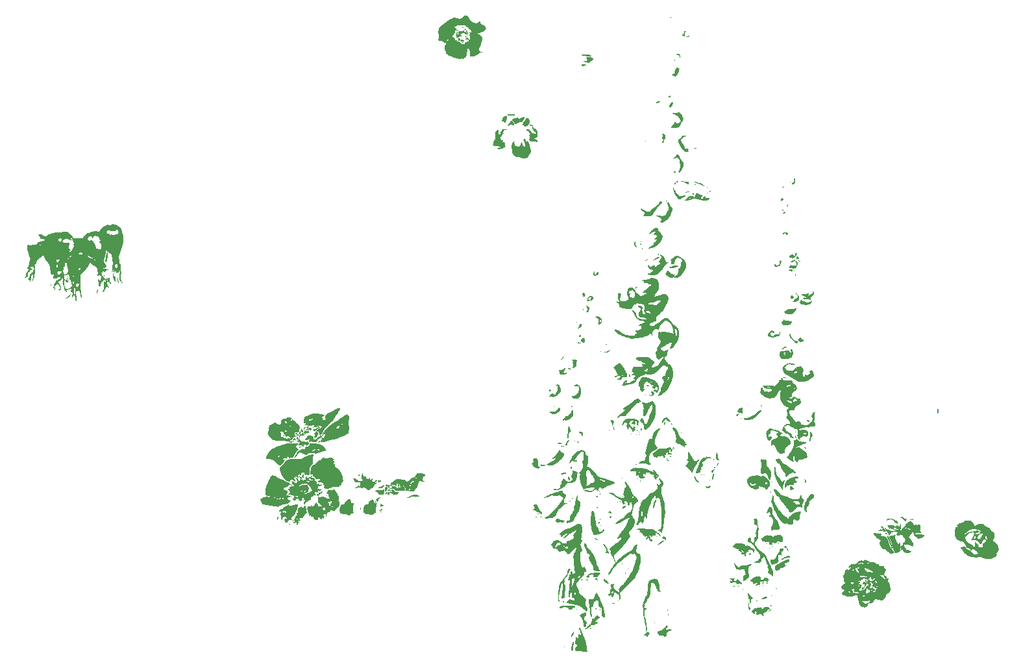
<source format=gbr>
%TF.GenerationSoftware,KiCad,Pcbnew,(6.0.9)*%
%TF.CreationDate,2023-04-16T13:36:12+02:00*%
%TF.ProjectId,iteMX_bottom,6974654d-585f-4626-9f74-746f6d2e6b69,v1.0.0*%
%TF.SameCoordinates,Original*%
%TF.FileFunction,Copper,L1,Top*%
%TF.FilePolarity,Positive*%
%FSLAX46Y46*%
G04 Gerber Fmt 4.6, Leading zero omitted, Abs format (unit mm)*
G04 Created by KiCad (PCBNEW (6.0.9)) date 2023-04-16 13:36:12*
%MOMM*%
%LPD*%
G01*
G04 APERTURE LIST*
G04 APERTURE END LIST*
%TO.C,G\u002A\u002A\u002A*%
G36*
X80608027Y-18827247D02*
G01*
X80610597Y-18830300D01*
X80627971Y-18889112D01*
X80623344Y-18936830D01*
X80602048Y-18979904D01*
X80584287Y-18978973D01*
X80571083Y-18929745D01*
X80571540Y-18872443D01*
X80584339Y-18820464D01*
X80608027Y-18827247D01*
G37*
G36*
X94790967Y26611056D02*
G01*
X94784635Y26599467D01*
X94739610Y26573466D01*
X94730224Y26573260D01*
X94715150Y26594516D01*
X94721483Y26606104D01*
X94766506Y26632105D01*
X94775892Y26632310D01*
X94790967Y26611056D01*
G37*
G36*
X81495610Y38389047D02*
G01*
X81602769Y38324250D01*
X81655738Y38274260D01*
X81660062Y38232348D01*
X81643321Y38209916D01*
X81576632Y38182020D01*
X81489366Y38184907D01*
X81414857Y38215804D01*
X81399950Y38230153D01*
X81377784Y38291255D01*
X81375378Y38360865D01*
X81384715Y38449701D01*
X81495610Y38389047D01*
G37*
G36*
X95735449Y33343671D02*
G01*
X95748605Y33293547D01*
X95722083Y33251653D01*
X95658756Y33217756D01*
X95580545Y33237139D01*
X95570854Y33242116D01*
X95552399Y33277299D01*
X95574404Y33323226D01*
X95621537Y33360314D01*
X95671088Y33370147D01*
X95735449Y33343671D01*
G37*
G36*
X78710052Y9645722D02*
G01*
X78782572Y9574935D01*
X78816144Y9516922D01*
X78821901Y9445414D01*
X78817411Y9392394D01*
X78795584Y9291308D01*
X78747030Y9212849D01*
X78660465Y9145353D01*
X78524607Y9077154D01*
X78503696Y9068042D01*
X78417804Y9035246D01*
X78369257Y9031570D01*
X78339542Y9055939D01*
X78337869Y9058395D01*
X78283807Y9106678D01*
X78230263Y9134057D01*
X78174401Y9165574D01*
X78157922Y9192680D01*
X78182660Y9218687D01*
X78231040Y9208697D01*
X78278776Y9168377D01*
X78282023Y9163737D01*
X78334297Y9130888D01*
X78402614Y9150863D01*
X78475763Y9219131D01*
X78498971Y9251362D01*
X78554540Y9358706D01*
X78559373Y9433042D01*
X78513564Y9471992D01*
X78490028Y9476415D01*
X78416972Y9502389D01*
X78397991Y9553863D01*
X78433303Y9622710D01*
X78484875Y9672444D01*
X78587621Y9755647D01*
X78710052Y9645722D01*
G37*
G36*
X82098305Y4567343D02*
G01*
X82124295Y4520346D01*
X82120991Y4499344D01*
X82097073Y4484712D01*
X82066635Y4518098D01*
X82042471Y4572467D01*
X82059682Y4588321D01*
X82098305Y4567343D01*
G37*
G36*
X97193560Y37409050D02*
G01*
X97211253Y37356714D01*
X97225309Y37257771D01*
X97231709Y37197150D01*
X97234566Y37010469D01*
X97198999Y36870289D01*
X97123181Y36771220D01*
X97076519Y36739218D01*
X96965804Y36692852D01*
X96860847Y36675837D01*
X96789687Y36689695D01*
X96791760Y36721469D01*
X96837123Y36789482D01*
X96921665Y36887718D01*
X96934368Y36901381D01*
X97030095Y37009438D01*
X97084375Y37087288D01*
X97104120Y37145874D01*
X97103543Y37169140D01*
X97090219Y37263982D01*
X97081682Y37325390D01*
X97087212Y37393838D01*
X97124986Y37420557D01*
X97166662Y37426444D01*
X97193560Y37409050D01*
G37*
G36*
X76516136Y171051D02*
G01*
X76519724Y126027D01*
X76510896Y111296D01*
X76468846Y83538D01*
X76413246Y108168D01*
X76404303Y115044D01*
X76384726Y146352D01*
X76419737Y181112D01*
X76420645Y181719D01*
X76476123Y195066D01*
X76516136Y171051D01*
G37*
G36*
X74210697Y-17621777D02*
G01*
X74190284Y-17666568D01*
X74155245Y-17704558D01*
X74121570Y-17707691D01*
X74112385Y-17680862D01*
X74138314Y-17641982D01*
X74166793Y-17618823D01*
X74208564Y-17598000D01*
X74210697Y-17621777D01*
G37*
G36*
X94193116Y-10594171D02*
G01*
X94281652Y-10613635D01*
X94340995Y-10647870D01*
X94354586Y-10677392D01*
X94327648Y-10699877D01*
X94270033Y-10692359D01*
X94204209Y-10659576D01*
X94180967Y-10640781D01*
X94142846Y-10601710D01*
X94155215Y-10591632D01*
X94193116Y-10594171D01*
G37*
G36*
X84187469Y36990755D02*
G01*
X84255157Y36977280D01*
X84450297Y36926719D01*
X84653084Y36860737D01*
X84851567Y36784576D01*
X85033795Y36703476D01*
X85187817Y36622677D01*
X85301681Y36547422D01*
X85355958Y36494553D01*
X85377431Y36461724D01*
X85380332Y36442676D01*
X85358147Y36439150D01*
X85304366Y36452887D01*
X85212474Y36485626D01*
X85075956Y36539110D01*
X84888303Y36615079D01*
X84856519Y36628042D01*
X84598093Y36735505D01*
X84392115Y36825486D01*
X84239684Y36897344D01*
X84141902Y36950440D01*
X84099871Y36984133D01*
X84114693Y36997784D01*
X84187469Y36990755D01*
G37*
G36*
X90458986Y-16099742D02*
G01*
X90457055Y-16153314D01*
X90435214Y-16202392D01*
X90420263Y-16214593D01*
X90384646Y-16204230D01*
X90373066Y-16181120D01*
X90376718Y-16116151D01*
X90414015Y-16075772D01*
X90437299Y-16072583D01*
X90458986Y-16099742D01*
G37*
G36*
X82360527Y4298389D02*
G01*
X82387667Y4266849D01*
X82388588Y4261631D01*
X82362733Y4250637D01*
X82355549Y4251025D01*
X82327737Y4278490D01*
X82327487Y4287783D01*
X82348814Y4304609D01*
X82360527Y4298389D01*
G37*
G36*
X85729314Y36299174D02*
G01*
X85807457Y36280008D01*
X85862602Y36245250D01*
X85874997Y36217612D01*
X85849545Y36193912D01*
X85794993Y36207342D01*
X85732954Y36250904D01*
X85697139Y36289445D01*
X85709811Y36300109D01*
X85729314Y36299174D01*
G37*
G36*
X72850408Y-5757950D02*
G01*
X72850532Y-5765595D01*
X72823281Y-5793727D01*
X72815638Y-5793852D01*
X72787504Y-5766601D01*
X72787380Y-5758957D01*
X72814630Y-5730823D01*
X72822275Y-5730700D01*
X72850408Y-5757950D01*
G37*
G36*
X78836122Y-1247023D02*
G01*
X78798833Y-1193523D01*
X78783099Y-1183090D01*
X78715723Y-1157109D01*
X78646781Y-1171611D01*
X78615954Y-1186343D01*
X78550932Y-1215883D01*
X78514837Y-1210218D01*
X78480804Y-1164471D01*
X78478938Y-1161468D01*
X78415206Y-1101585D01*
X78340391Y-1069179D01*
X78271746Y-1042559D01*
X78247416Y-989690D01*
X78245852Y-961303D01*
X78230813Y-890633D01*
X78184337Y-871653D01*
X78101515Y-902579D01*
X78094769Y-906267D01*
X78001351Y-930172D01*
X77886244Y-924256D01*
X77751456Y-901359D01*
X77735972Y-1048684D01*
X77716012Y-1162534D01*
X77687130Y-1216901D01*
X77650690Y-1210388D01*
X77620385Y-1166925D01*
X77564065Y-1106253D01*
X77507272Y-1083206D01*
X77463376Y-1085889D01*
X77434200Y-1114918D01*
X77409829Y-1184550D01*
X77395053Y-1244583D01*
X77371758Y-1368148D01*
X77375594Y-1442527D01*
X77411161Y-1477899D01*
X77483059Y-1484446D01*
X77502831Y-1483142D01*
X77582494Y-1484593D01*
X77619884Y-1510935D01*
X77627150Y-1529882D01*
X77614616Y-1587875D01*
X77557761Y-1633365D01*
X77475754Y-1653049D01*
X77450952Y-1652130D01*
X77375001Y-1658896D01*
X77290519Y-1683156D01*
X77194296Y-1710945D01*
X77109665Y-1704415D01*
X77009107Y-1660414D01*
X76987498Y-1648445D01*
X76861588Y-1560663D01*
X76797761Y-1472938D01*
X76794680Y-1382110D01*
X76817062Y-1340783D01*
X77124809Y-1340783D01*
X77144242Y-1386784D01*
X77170857Y-1399021D01*
X77206462Y-1377450D01*
X77219851Y-1357305D01*
X77222794Y-1305325D01*
X77187466Y-1280032D01*
X77145101Y-1294154D01*
X77124809Y-1340783D01*
X76817062Y-1340783D01*
X76833636Y-1310179D01*
X76839713Y-1298959D01*
X76868391Y-1247364D01*
X76849481Y-1210835D01*
X76841680Y-1204313D01*
X76793003Y-1173895D01*
X76748104Y-1175935D01*
X76688953Y-1215554D01*
X76635371Y-1262927D01*
X76565336Y-1321889D01*
X76513281Y-1356461D01*
X76500146Y-1360451D01*
X76486602Y-1330787D01*
X76485072Y-1260497D01*
X76486992Y-1237753D01*
X76487076Y-1148687D01*
X76471047Y-1083836D01*
X76466542Y-1076939D01*
X76451369Y-1033050D01*
X76467757Y-963745D01*
X76469494Y-959595D01*
X76750326Y-959595D01*
X76789104Y-967587D01*
X76868343Y-927265D01*
X76894836Y-909439D01*
X76955232Y-863947D01*
X76968114Y-837587D01*
X76939574Y-815454D01*
X76934365Y-812738D01*
X76853505Y-801490D01*
X76783918Y-841979D01*
X76751383Y-903263D01*
X76750326Y-959595D01*
X76469494Y-959595D01*
X76489267Y-912359D01*
X76501618Y-877012D01*
X76524234Y-812287D01*
X76515031Y-753467D01*
X76489311Y-742969D01*
X77308504Y-742969D01*
X77316610Y-773718D01*
X77361396Y-809571D01*
X77419587Y-808312D01*
X77442348Y-791356D01*
X77434882Y-759492D01*
X77399749Y-736076D01*
X77333736Y-720199D01*
X77308504Y-742969D01*
X76489311Y-742969D01*
X76456561Y-729602D01*
X76345116Y-734226D01*
X76245367Y-740406D01*
X76108232Y-741630D01*
X75959641Y-737783D01*
X75925164Y-736093D01*
X75792305Y-728126D01*
X75710860Y-719333D01*
X75668812Y-705939D01*
X75654147Y-684163D01*
X75654755Y-651093D01*
X75692085Y-573077D01*
X75694850Y-567297D01*
X75797412Y-487216D01*
X75962896Y-410507D01*
X75984164Y-402552D01*
X76101660Y-361041D01*
X76203565Y-330989D01*
X76301641Y-311816D01*
X76407651Y-302946D01*
X76533358Y-303799D01*
X76690527Y-313797D01*
X76890919Y-332363D01*
X77059200Y-349727D01*
X77706510Y-417762D01*
X78220600Y-656266D01*
X78386832Y-732083D01*
X78532840Y-796204D01*
X78649099Y-844643D01*
X78726079Y-873421D01*
X78753893Y-879222D01*
X78755135Y-843125D01*
X78737004Y-768301D01*
X78719729Y-716355D01*
X78690713Y-613336D01*
X78699308Y-559877D01*
X78748712Y-552168D01*
X78832574Y-582033D01*
X78921196Y-648248D01*
X79012165Y-762909D01*
X79034229Y-798270D01*
X79112487Y-911575D01*
X79215343Y-1036882D01*
X79308879Y-1135408D01*
X79389386Y-1213596D01*
X79436604Y-1271607D01*
X79448501Y-1322479D01*
X79423049Y-1379250D01*
X79358221Y-1454956D01*
X79251986Y-1562634D01*
X79240615Y-1574046D01*
X79171032Y-1654196D01*
X79124517Y-1727156D01*
X79113962Y-1758381D01*
X79093745Y-1822877D01*
X79051751Y-1830686D01*
X78986746Y-1781319D01*
X78897496Y-1674291D01*
X78896135Y-1672470D01*
X78819225Y-1558436D01*
X78781877Y-1476895D01*
X78781742Y-1441373D01*
X78799922Y-1398356D01*
X79101816Y-1398356D01*
X79152149Y-1415652D01*
X79159033Y-1416437D01*
X79227059Y-1407625D01*
X79259617Y-1382243D01*
X79269538Y-1332150D01*
X79264370Y-1318893D01*
X79227240Y-1300335D01*
X79172576Y-1290442D01*
X79133864Y-1294164D01*
X79130313Y-1299070D01*
X79116588Y-1335154D01*
X79104509Y-1360208D01*
X79101816Y-1398356D01*
X78799922Y-1398356D01*
X78828312Y-1331179D01*
X78830444Y-1326133D01*
X78836122Y-1247023D01*
G37*
G36*
X69640703Y20191495D02*
G01*
X69623256Y20177366D01*
X69609127Y20194813D01*
X69626575Y20208942D01*
X69640703Y20191495D01*
G37*
G36*
X82938403Y56659141D02*
G01*
X82962498Y56610068D01*
X82933440Y56536573D01*
X82901900Y56496739D01*
X82853426Y56430402D01*
X82838577Y56360841D01*
X82844395Y56285099D01*
X82856099Y56176069D01*
X82853591Y56110210D01*
X82833395Y56068110D01*
X82799912Y56036656D01*
X82739119Y56002207D01*
X82676302Y56008560D01*
X82590343Y56057939D01*
X82589031Y56058839D01*
X82525615Y56116511D01*
X82519978Y56171501D01*
X82572157Y56236916D01*
X82589571Y56252436D01*
X82641256Y56319563D01*
X82693003Y56422409D01*
X82720079Y56496175D01*
X82754535Y56597306D01*
X82785012Y56651368D01*
X82823006Y56672883D01*
X82862766Y56676387D01*
X82938403Y56659141D01*
G37*
G36*
X67125831Y-925650D02*
G01*
X67276313Y-943780D01*
X67369625Y-970339D01*
X67403874Y-1004287D01*
X67377170Y-1044586D01*
X67361597Y-1055018D01*
X67282117Y-1080988D01*
X67195352Y-1084826D01*
X67112119Y-1091157D01*
X66999355Y-1118362D01*
X66907843Y-1150382D01*
X66767348Y-1200780D01*
X66673638Y-1219525D01*
X66629865Y-1206158D01*
X66627106Y-1191089D01*
X66655692Y-1115066D01*
X66712326Y-1048160D01*
X66776418Y-1012373D01*
X66795512Y-1011124D01*
X66860764Y-994660D01*
X66888219Y-963753D01*
X66913134Y-934670D01*
X66964527Y-921244D01*
X67056779Y-921166D01*
X67125831Y-925650D01*
G37*
G36*
X89177414Y-14728569D02*
G01*
X89336496Y-14745289D01*
X89302894Y-14882038D01*
X89285302Y-14968835D01*
X89291388Y-15015664D01*
X89325673Y-15043094D01*
X89339741Y-15049576D01*
X89389388Y-15060100D01*
X89442203Y-15039638D01*
X89514915Y-14980473D01*
X89539537Y-14957425D01*
X89611480Y-14894680D01*
X89673127Y-14862301D01*
X89736539Y-14862788D01*
X89813783Y-14898642D01*
X89916923Y-14972361D01*
X90022859Y-15057550D01*
X90133297Y-15153403D01*
X90203578Y-15230999D01*
X90246639Y-15306919D01*
X90268925Y-15373005D01*
X90291099Y-15462838D01*
X90292233Y-15509403D01*
X90271333Y-15529687D01*
X90259535Y-15533479D01*
X90205159Y-15518460D01*
X90142773Y-15457738D01*
X90141605Y-15456187D01*
X90081794Y-15389152D01*
X90023668Y-15365641D01*
X89948022Y-15383377D01*
X89866149Y-15423493D01*
X89771262Y-15470028D01*
X89708431Y-15480264D01*
X89655250Y-15450546D01*
X89590408Y-15378549D01*
X89532093Y-15313638D01*
X89489338Y-15275732D01*
X89480799Y-15271885D01*
X89389674Y-15270580D01*
X89271616Y-15276268D01*
X89147807Y-15287007D01*
X89039435Y-15300857D01*
X88967684Y-15315876D01*
X88957394Y-15319853D01*
X88875244Y-15330710D01*
X88800962Y-15293401D01*
X88746565Y-15223123D01*
X88724070Y-15135074D01*
X88743151Y-15048897D01*
X88770655Y-15024832D01*
X88823628Y-15035672D01*
X88859562Y-15051457D01*
X88940453Y-15077327D01*
X88986429Y-15070315D01*
X89001430Y-15024663D01*
X88969866Y-14964112D01*
X88902116Y-14901865D01*
X88816715Y-14854433D01*
X88744687Y-14817676D01*
X88709976Y-14786391D01*
X88710319Y-14777619D01*
X88758335Y-14754394D01*
X88850982Y-14736303D01*
X88969471Y-14725315D01*
X89095012Y-14723406D01*
X89177414Y-14728569D01*
G37*
G36*
X90180882Y6117871D02*
G01*
X90181007Y6110226D01*
X90153756Y6082094D01*
X90146112Y6081969D01*
X90117978Y6109220D01*
X90117855Y6116864D01*
X90145105Y6144998D01*
X90152750Y6145121D01*
X90180882Y6117871D01*
G37*
G36*
X77178295Y29191100D02*
G01*
X77183216Y29153348D01*
X77158066Y29103993D01*
X77129214Y29095174D01*
X77093407Y29125554D01*
X77088488Y29163305D01*
X77113636Y29212661D01*
X77142489Y29221479D01*
X77178295Y29191100D01*
G37*
G36*
X86707050Y-209011D02*
G01*
X86763650Y-260111D01*
X86769709Y-266320D01*
X86837726Y-336257D01*
X86742938Y-326868D01*
X86659141Y-308340D01*
X86604054Y-281407D01*
X86575690Y-248374D01*
X86603828Y-222770D01*
X86610590Y-219223D01*
X86664480Y-197882D01*
X86707050Y-209011D01*
G37*
G36*
X81144112Y5471960D02*
G01*
X81176976Y5408829D01*
X81192914Y5342338D01*
X81197815Y5310864D01*
X81170845Y5303078D01*
X81113148Y5311305D01*
X81054088Y5331031D01*
X81048583Y5333807D01*
X81022305Y5377390D01*
X81018807Y5430191D01*
X81044912Y5488885D01*
X81093088Y5501942D01*
X81144112Y5471960D01*
G37*
G36*
X71874515Y14893981D02*
G01*
X71908679Y14838926D01*
X71887725Y14808171D01*
X71844218Y14805577D01*
X71794834Y14828518D01*
X71785491Y14854317D01*
X71808907Y14910265D01*
X71853393Y14910854D01*
X71874515Y14893981D01*
G37*
G36*
X72206437Y-11673121D02*
G01*
X72210668Y-11677387D01*
X72204360Y-11695703D01*
X72187405Y-11696226D01*
X72162628Y-11681940D01*
X72168567Y-11672962D01*
X72206437Y-11673121D01*
G37*
G36*
X75131717Y-14005021D02*
G01*
X75126457Y-14049762D01*
X75085076Y-14093986D01*
X75062820Y-14105487D01*
X75011008Y-14116265D01*
X74999280Y-14102542D01*
X75024522Y-14029387D01*
X75071177Y-13985276D01*
X75095261Y-13981197D01*
X75131717Y-14005021D01*
G37*
G36*
X71316378Y-18636281D02*
G01*
X71331953Y-18695190D01*
X71302774Y-18750907D01*
X71249056Y-18762961D01*
X71199309Y-18727237D01*
X71183092Y-18673955D01*
X71208871Y-18636263D01*
X71267125Y-18611703D01*
X71316378Y-18636281D01*
G37*
G36*
X79154948Y-9262305D02*
G01*
X79154560Y-9269490D01*
X79127094Y-9297300D01*
X79117801Y-9297551D01*
X79100975Y-9276223D01*
X79107196Y-9264511D01*
X79138735Y-9237371D01*
X79143953Y-9236450D01*
X79154948Y-9262305D01*
G37*
G36*
X69285485Y16121211D02*
G01*
X69289715Y16116946D01*
X69283408Y16098630D01*
X69266453Y16098107D01*
X69241676Y16112392D01*
X69247614Y16121371D01*
X69285485Y16121211D01*
G37*
G36*
X73630264Y-17938440D02*
G01*
X73645046Y-17949729D01*
X73670345Y-17981895D01*
X73645934Y-18011894D01*
X73622871Y-18026722D01*
X73521350Y-18059947D01*
X73429066Y-18030347D01*
X73414285Y-18019059D01*
X73388985Y-17986893D01*
X73413396Y-17956893D01*
X73436459Y-17942066D01*
X73537979Y-17908840D01*
X73630264Y-17938440D01*
G37*
G36*
X71392761Y-19562002D02*
G01*
X71461448Y-19586623D01*
X71545478Y-19639371D01*
X71627500Y-19705991D01*
X71690167Y-19772227D01*
X71716129Y-19823824D01*
X71716038Y-19827635D01*
X71690691Y-19861499D01*
X71624663Y-19924421D01*
X71528053Y-20007335D01*
X71414127Y-20098709D01*
X71299658Y-20191437D01*
X71208396Y-20272461D01*
X71149598Y-20333044D01*
X71132506Y-20364414D01*
X71171672Y-20388699D01*
X71249906Y-20408449D01*
X71281129Y-20412730D01*
X71398023Y-20432472D01*
X71455506Y-20462431D01*
X71457392Y-20506980D01*
X71413586Y-20564314D01*
X71348843Y-20615979D01*
X71293289Y-20636829D01*
X71290143Y-20636663D01*
X71237992Y-20653079D01*
X71164507Y-20700325D01*
X71136248Y-20723323D01*
X71072099Y-20772489D01*
X71008189Y-20799788D01*
X70922888Y-20810999D01*
X70804154Y-20812035D01*
X70679772Y-20813405D01*
X70601439Y-20824338D01*
X70551935Y-20848947D01*
X70523106Y-20879190D01*
X70445040Y-20962805D01*
X70339473Y-21053286D01*
X70217054Y-21144118D01*
X70088434Y-21228790D01*
X69964262Y-21300787D01*
X69855188Y-21353597D01*
X69771861Y-21380705D01*
X69724930Y-21375600D01*
X69720735Y-21369909D01*
X69737029Y-21337625D01*
X69794357Y-21285290D01*
X69860849Y-21237439D01*
X69956555Y-21164552D01*
X70071713Y-21062441D01*
X70184837Y-20950424D01*
X70209492Y-20923998D01*
X70315065Y-20813336D01*
X70423013Y-20707716D01*
X70513859Y-20626021D01*
X70532681Y-20610709D01*
X70609696Y-20545037D01*
X70646294Y-20492366D01*
X70654795Y-20430324D01*
X70652686Y-20392760D01*
X70656662Y-20297918D01*
X70681739Y-20238969D01*
X70706242Y-20177687D01*
X70697114Y-20114166D01*
X70687310Y-20054320D01*
X70706730Y-20022586D01*
X70767729Y-20010452D01*
X70849627Y-20009106D01*
X70907990Y-20000587D01*
X70961138Y-19966609D01*
X71023249Y-19895750D01*
X71070284Y-19831395D01*
X71165148Y-19702789D01*
X71237877Y-19620452D01*
X71298574Y-19575943D01*
X71357342Y-19560822D01*
X71392761Y-19562002D01*
G37*
G36*
X93589206Y-18428902D02*
G01*
X93724953Y-18470745D01*
X93840652Y-18534618D01*
X93863011Y-18553122D01*
X93896058Y-18607274D01*
X93875659Y-18664690D01*
X93798801Y-18729869D01*
X93709041Y-18782926D01*
X93579886Y-18884114D01*
X93480321Y-19014285D01*
X93419095Y-19106706D01*
X93368979Y-19156084D01*
X93312548Y-19176108D01*
X93269753Y-19179676D01*
X93174777Y-19199907D01*
X93110336Y-19261743D01*
X93103513Y-19272436D01*
X93068686Y-19343376D01*
X93071351Y-19404857D01*
X93091716Y-19457352D01*
X93120665Y-19548244D01*
X93125916Y-19624338D01*
X93107523Y-19667692D01*
X93091062Y-19671693D01*
X93054684Y-19646974D01*
X92996705Y-19587788D01*
X92963661Y-19548850D01*
X92875949Y-19462827D01*
X92773885Y-19392532D01*
X92742668Y-19377352D01*
X92663859Y-19348333D01*
X92607684Y-19347165D01*
X92545903Y-19377900D01*
X92495035Y-19412890D01*
X92401012Y-19472055D01*
X92328826Y-19491378D01*
X92253570Y-19473994D01*
X92201679Y-19449840D01*
X92157396Y-19421621D01*
X92139140Y-19385170D01*
X92146935Y-19325915D01*
X92180799Y-19229280D01*
X92202072Y-19175849D01*
X92207673Y-19123811D01*
X92171177Y-19072581D01*
X92123511Y-19033887D01*
X92056471Y-18986303D01*
X92022055Y-18974422D01*
X92002123Y-18995794D01*
X91992771Y-19016241D01*
X91972324Y-19091011D01*
X91961456Y-19178579D01*
X91955651Y-19262544D01*
X91948955Y-19320197D01*
X91919524Y-19354192D01*
X91862003Y-19346687D01*
X91790611Y-19303535D01*
X91719571Y-19230583D01*
X91714386Y-19223712D01*
X91621349Y-19127262D01*
X91540681Y-19093718D01*
X91456588Y-19084879D01*
X91564456Y-18958710D01*
X91670706Y-18849613D01*
X91793970Y-18745979D01*
X91916389Y-18661194D01*
X92020102Y-18608650D01*
X92039591Y-18602491D01*
X92113254Y-18589713D01*
X92224829Y-18577688D01*
X92336661Y-18569827D01*
X92470226Y-18556443D01*
X92598046Y-18533037D01*
X92677055Y-18510013D01*
X92801586Y-18461383D01*
X92838560Y-18536431D01*
X92873679Y-18626242D01*
X92889651Y-18686612D01*
X92918360Y-18749238D01*
X92964006Y-18759216D01*
X93016954Y-18721569D01*
X93067571Y-18641321D01*
X93090620Y-18581801D01*
X93146833Y-18510498D01*
X93263829Y-18457549D01*
X93441613Y-18422953D01*
X93466290Y-18420115D01*
X93589206Y-18428902D01*
G37*
G36*
X97097275Y25409664D02*
G01*
X97110316Y25357992D01*
X97088445Y25316414D01*
X97061397Y25286059D01*
X97053914Y25306007D01*
X97057259Y25354925D01*
X97069141Y25415043D01*
X97090233Y25417324D01*
X97097275Y25409664D01*
G37*
G36*
X71470814Y-5459015D02*
G01*
X71492433Y-5504360D01*
X71478842Y-5541961D01*
X71436203Y-5551542D01*
X71376274Y-5535209D01*
X71357160Y-5521951D01*
X71339039Y-5465663D01*
X71370043Y-5428873D01*
X71417297Y-5427616D01*
X71470814Y-5459015D01*
G37*
G36*
X97055322Y32635599D02*
G01*
X97037874Y32621470D01*
X97023745Y32638917D01*
X97041193Y32653046D01*
X97055322Y32635599D01*
G37*
G36*
X97692211Y26744555D02*
G01*
X97779903Y26704230D01*
X97853322Y26676652D01*
X97916158Y26652306D01*
X97919227Y26636291D01*
X97860915Y26623443D01*
X97835620Y26619999D01*
X97748443Y26630421D01*
X97655807Y26671102D01*
X97595897Y26723262D01*
X97589536Y26760100D01*
X97630048Y26768151D01*
X97692211Y26744555D01*
G37*
G36*
X73327324Y5901338D02*
G01*
X73389263Y5879286D01*
X73519704Y5825794D01*
X73595035Y5780724D01*
X73621630Y5736635D01*
X73605866Y5686086D01*
X73582345Y5653924D01*
X73538254Y5578283D01*
X73496008Y5470996D01*
X73478209Y5409247D01*
X73444356Y5305804D01*
X73402721Y5224421D01*
X73378434Y5196260D01*
X73345256Y5174745D01*
X73333581Y5186005D01*
X73341247Y5240806D01*
X73356123Y5307242D01*
X73373107Y5391929D01*
X73372807Y5455504D01*
X73349724Y5519544D01*
X73298362Y5605623D01*
X73268412Y5651446D01*
X73188115Y5783685D01*
X73152408Y5872061D01*
X73162742Y5919307D01*
X73220563Y5928155D01*
X73327324Y5901338D01*
G37*
G36*
X93537005Y-10179100D02*
G01*
X93578723Y-10210092D01*
X93567240Y-10245461D01*
X93522041Y-10261583D01*
X93481514Y-10241899D01*
X93477401Y-10214645D01*
X93504285Y-10177216D01*
X93537005Y-10179100D01*
G37*
G36*
X87240037Y342926D02*
G01*
X87244092Y293720D01*
X87217345Y214255D01*
X87168374Y124084D01*
X87110668Y48043D01*
X87055806Y-8512D01*
X87028423Y-20434D01*
X87014768Y8615D01*
X87011911Y21737D01*
X87017819Y87827D01*
X87050685Y168460D01*
X87100006Y248849D01*
X87155282Y314209D01*
X87206010Y349753D01*
X87240037Y342926D01*
G37*
G36*
X94009327Y-19122483D02*
G01*
X94008939Y-19129668D01*
X93981474Y-19157479D01*
X93972181Y-19157730D01*
X93955355Y-19136402D01*
X93961575Y-19124690D01*
X93993115Y-19097549D01*
X93998333Y-19096629D01*
X94009327Y-19122483D01*
G37*
G36*
X87232416Y345277D02*
G01*
X87236471Y296072D01*
X87209724Y216606D01*
X87160753Y126435D01*
X87103047Y50395D01*
X87048185Y-6161D01*
X87020802Y-18083D01*
X87007147Y10967D01*
X87004290Y24088D01*
X87010199Y90179D01*
X87043064Y170811D01*
X87092385Y251200D01*
X87147661Y316560D01*
X87198389Y352104D01*
X87232416Y345277D01*
G37*
G36*
X85028188Y-1189749D02*
G01*
X85037006Y-1218602D01*
X85006627Y-1254408D01*
X84968876Y-1259329D01*
X84919520Y-1234179D01*
X84910702Y-1205327D01*
X84941080Y-1169520D01*
X84978832Y-1164600D01*
X85028188Y-1189749D01*
G37*
G36*
X80954518Y2326759D02*
G01*
X81038994Y2256949D01*
X81076207Y2217892D01*
X81150214Y2141375D01*
X81208766Y2087786D01*
X81235921Y2070110D01*
X81253106Y2051467D01*
X81232424Y2016575D01*
X81189115Y1984005D01*
X81156152Y1972893D01*
X81102600Y1940140D01*
X81088261Y1879818D01*
X81114986Y1815701D01*
X81141998Y1791195D01*
X81182397Y1753476D01*
X81184557Y1733163D01*
X81149693Y1739198D01*
X81122298Y1761003D01*
X81070173Y1789544D01*
X81043058Y1787095D01*
X80991244Y1790502D01*
X80949507Y1839332D01*
X80930759Y1915569D01*
X80931688Y1942462D01*
X80925180Y2024737D01*
X80893809Y2078060D01*
X80848875Y2088784D01*
X80823734Y2072829D01*
X80798116Y2006438D01*
X80801326Y1907184D01*
X80809371Y1794267D01*
X80808104Y1687302D01*
X80807167Y1676208D01*
X80812654Y1596228D01*
X80850008Y1571168D01*
X80919084Y1601102D01*
X80931462Y1609819D01*
X80993400Y1636246D01*
X81053901Y1611790D01*
X81106997Y1555969D01*
X81105984Y1504494D01*
X81060253Y1461843D01*
X80979195Y1432492D01*
X80872202Y1420918D01*
X80748664Y1431599D01*
X80698886Y1442540D01*
X80613403Y1467402D01*
X80576566Y1492617D01*
X80575172Y1532923D01*
X80585438Y1569147D01*
X80591373Y1649662D01*
X80551171Y1689685D01*
X80470747Y1685097D01*
X80436277Y1673045D01*
X80375191Y1633267D01*
X80365785Y1576550D01*
X80366578Y1572373D01*
X80388000Y1458624D01*
X80391212Y1395771D01*
X80371630Y1372685D01*
X80324672Y1378241D01*
X80290599Y1387950D01*
X80201172Y1404109D01*
X80161475Y1382597D01*
X80170173Y1321215D01*
X80206641Y1249413D01*
X80250626Y1146131D01*
X80254526Y1063545D01*
X80219239Y1013870D01*
X80188672Y1005305D01*
X80126334Y1028029D01*
X80058705Y1094692D01*
X80001647Y1189356D01*
X79998621Y1196241D01*
X79944915Y1249926D01*
X79858307Y1266774D01*
X79757848Y1246467D01*
X79678153Y1201601D01*
X79577189Y1142939D01*
X79499816Y1142574D01*
X79444394Y1200531D01*
X79442087Y1205129D01*
X79389294Y1267008D01*
X79330090Y1272551D01*
X79281279Y1222355D01*
X79271978Y1199065D01*
X79227384Y1087041D01*
X79179456Y1034069D01*
X79118631Y1036004D01*
X79035345Y1088707D01*
X79028925Y1093793D01*
X78954777Y1144067D01*
X78895325Y1155034D01*
X78849135Y1144043D01*
X78775967Y1122214D01*
X78746210Y1128274D01*
X78743447Y1168845D01*
X78745136Y1185980D01*
X78732529Y1255212D01*
X78692483Y1339897D01*
X78683044Y1354580D01*
X78639223Y1427218D01*
X78617525Y1478776D01*
X78616982Y1485401D01*
X78640778Y1515333D01*
X78704296Y1578605D01*
X78799070Y1667201D01*
X78916634Y1773108D01*
X78977726Y1826909D01*
X79143140Y1968362D01*
X79275874Y2070786D01*
X79388840Y2139349D01*
X79494952Y2179221D01*
X79607122Y2195571D01*
X79738263Y2193567D01*
X79865381Y2182235D01*
X80132585Y2169947D01*
X80373522Y2190184D01*
X80575901Y2241494D01*
X80652810Y2275207D01*
X80779887Y2333388D01*
X80874303Y2351406D01*
X80954518Y2326759D01*
G37*
G36*
X85765914Y35560519D02*
G01*
X85805120Y35530844D01*
X85808300Y35508177D01*
X85784494Y35466710D01*
X85741649Y35479139D01*
X85731857Y35489608D01*
X85716601Y35537939D01*
X85752241Y35560886D01*
X85765914Y35560519D01*
G37*
G36*
X95693067Y34277788D02*
G01*
X95694385Y34266915D01*
X95666650Y34224699D01*
X95657439Y34219142D01*
X95628447Y34223649D01*
X95627131Y34234522D01*
X95654864Y34276739D01*
X95664077Y34282294D01*
X95693067Y34277788D01*
G37*
G36*
X66330934Y-6973755D02*
G01*
X66435906Y-7019684D01*
X66640342Y-7099676D01*
X66844138Y-7143284D01*
X66894918Y-7149352D01*
X67010599Y-7164032D01*
X67099671Y-7180050D01*
X67144960Y-7194237D01*
X67146778Y-7195833D01*
X67147107Y-7240401D01*
X67107910Y-7301234D01*
X67044034Y-7361807D01*
X66970333Y-7405596D01*
X66952662Y-7411822D01*
X66863611Y-7426393D01*
X66764270Y-7413348D01*
X66689859Y-7392004D01*
X66589351Y-7363932D01*
X66525798Y-7360120D01*
X66477766Y-7379862D01*
X66470573Y-7384814D01*
X66399305Y-7412120D01*
X66298500Y-7424398D01*
X66190787Y-7422192D01*
X66098797Y-7406046D01*
X66045161Y-7376502D01*
X66043812Y-7374560D01*
X66000984Y-7251842D01*
X66017024Y-7115351D01*
X66033091Y-7073985D01*
X66081899Y-6988546D01*
X66140004Y-6944413D01*
X66219114Y-6940008D01*
X66330934Y-6973755D01*
G37*
G36*
X90939004Y-2077646D02*
G01*
X90939984Y-2029425D01*
X90941757Y-1942278D01*
X90991203Y-1807761D01*
X91020977Y-1755863D01*
X91126643Y-1618227D01*
X91258354Y-1509187D01*
X91422414Y-1426693D01*
X91625124Y-1368692D01*
X91872788Y-1333129D01*
X92171707Y-1317955D01*
X92366527Y-1317628D01*
X92486557Y-1320750D01*
X92558985Y-1329448D01*
X92599695Y-1348199D01*
X92624575Y-1381478D01*
X92629792Y-1391790D01*
X92664012Y-1447239D01*
X92704190Y-1461311D01*
X92768861Y-1435899D01*
X92813490Y-1410562D01*
X92939302Y-1372018D01*
X93085778Y-1387464D01*
X93246144Y-1453625D01*
X93413625Y-1567224D01*
X93581445Y-1724987D01*
X93666049Y-1822714D01*
X93798589Y-2006098D01*
X93892919Y-2178974D01*
X93944516Y-2331652D01*
X93951731Y-2435360D01*
X93931472Y-2494029D01*
X93883047Y-2591034D01*
X93814013Y-2712214D01*
X93743030Y-2826351D01*
X93648179Y-2968410D01*
X93577287Y-3062493D01*
X93523685Y-3116245D01*
X93480706Y-3137320D01*
X93471108Y-3138370D01*
X93406067Y-3118096D01*
X93371794Y-3058724D01*
X93318541Y-2981770D01*
X93220975Y-2906644D01*
X93097703Y-2843702D01*
X92967338Y-2803302D01*
X92896704Y-2794317D01*
X92755170Y-2768171D01*
X92640129Y-2719481D01*
X92542121Y-2676521D01*
X92479612Y-2679164D01*
X92457795Y-2725021D01*
X92474869Y-2795576D01*
X92491261Y-2886938D01*
X92456088Y-2965918D01*
X92364798Y-3039392D01*
X92285486Y-3081649D01*
X92175608Y-3131360D01*
X92100176Y-3151530D01*
X92037307Y-3141921D01*
X91965115Y-3102298D01*
X91928451Y-3077806D01*
X91822052Y-3024216D01*
X91705627Y-2991015D01*
X91689108Y-2988800D01*
X91597056Y-2967603D01*
X91502955Y-2917731D01*
X91387733Y-2829048D01*
X91386632Y-2828119D01*
X91301510Y-2752543D01*
X91240286Y-2691110D01*
X91215139Y-2656136D01*
X91215065Y-2654672D01*
X91200684Y-2617285D01*
X91159987Y-2540626D01*
X91100726Y-2439008D01*
X91078071Y-2401874D01*
X91026022Y-2304827D01*
X91330598Y-2304827D01*
X91342318Y-2361530D01*
X91354176Y-2401725D01*
X91389649Y-2497918D01*
X91429552Y-2576465D01*
X91435969Y-2585908D01*
X91507402Y-2636021D01*
X91618217Y-2661230D01*
X91748296Y-2658816D01*
X91837078Y-2640130D01*
X91919104Y-2601047D01*
X91972811Y-2549472D01*
X91976125Y-2542974D01*
X92022193Y-2481596D01*
X92083736Y-2446236D01*
X92139567Y-2445435D01*
X92162862Y-2467706D01*
X92193882Y-2496450D01*
X92208598Y-2492570D01*
X92206536Y-2460325D01*
X92170117Y-2409839D01*
X92116725Y-2359679D01*
X92063743Y-2328414D01*
X92052358Y-2325694D01*
X92001906Y-2338401D01*
X91922642Y-2376951D01*
X91880088Y-2402300D01*
X91779515Y-2458928D01*
X91705943Y-2474016D01*
X91637325Y-2446354D01*
X91562668Y-2384901D01*
X91482539Y-2325454D01*
X91406443Y-2290121D01*
X91390738Y-2287018D01*
X91345004Y-2285432D01*
X91330598Y-2304827D01*
X91026022Y-2304827D01*
X91012437Y-2279498D01*
X93319265Y-2279498D01*
X93340955Y-2342248D01*
X93367199Y-2380313D01*
X93428812Y-2442970D01*
X93488885Y-2475385D01*
X93493520Y-2476104D01*
X93524739Y-2474364D01*
X93541882Y-2451913D01*
X93548369Y-2395322D01*
X93547619Y-2291164D01*
X93546978Y-2266229D01*
X93535837Y-2130203D01*
X93513256Y-2020517D01*
X93483647Y-1943596D01*
X93451419Y-1905863D01*
X93420980Y-1913739D01*
X93396742Y-1973648D01*
X93387368Y-2033766D01*
X93367676Y-2133388D01*
X93338153Y-2215558D01*
X93319265Y-2279498D01*
X91012437Y-2279498D01*
X91007827Y-2270902D01*
X90984066Y-2226600D01*
X90939004Y-2077646D01*
G37*
G36*
X69979599Y-19347093D02*
G01*
X69976682Y-19504002D01*
X69953818Y-19608820D01*
X69912081Y-19657849D01*
X69888489Y-19660846D01*
X69819382Y-19682683D01*
X69757625Y-19752307D01*
X69714558Y-19854133D01*
X69703227Y-19915460D01*
X69699449Y-20011573D01*
X69720517Y-20080859D01*
X69777293Y-20153798D01*
X69794842Y-20172507D01*
X69916641Y-20307154D01*
X70002701Y-20416624D01*
X70048326Y-20494566D01*
X70054358Y-20523359D01*
X70030790Y-20572215D01*
X69979508Y-20635803D01*
X69976787Y-20638626D01*
X69927174Y-20703849D01*
X69923622Y-20760959D01*
X69930047Y-20779583D01*
X69950272Y-20889895D01*
X69914803Y-20976474D01*
X69868019Y-21013692D01*
X69795930Y-21047365D01*
X69749876Y-21042324D01*
X69703495Y-20995721D01*
X69634660Y-20876994D01*
X69626177Y-20767256D01*
X69633167Y-20742986D01*
X69635473Y-20678692D01*
X69612848Y-20563703D01*
X69564672Y-20395367D01*
X69520547Y-20259602D01*
X69456771Y-20072680D01*
X69406654Y-19936356D01*
X69364866Y-19840636D01*
X69326085Y-19775521D01*
X69284984Y-19731014D01*
X69236239Y-19697119D01*
X69214363Y-19684811D01*
X69149675Y-19633117D01*
X69134018Y-19563836D01*
X69135201Y-19548712D01*
X69175642Y-19456969D01*
X69271938Y-19376942D01*
X69416809Y-19313588D01*
X69520948Y-19286280D01*
X69651117Y-19253244D01*
X69782388Y-19211336D01*
X69832143Y-19192295D01*
X69970929Y-19134591D01*
X69979599Y-19347093D01*
G37*
G36*
X76943720Y4027790D02*
G01*
X76943844Y4020145D01*
X76916593Y3992012D01*
X76908949Y3991888D01*
X76880816Y4019139D01*
X76880692Y4026783D01*
X76907942Y4054916D01*
X76915587Y4055040D01*
X76943720Y4027790D01*
G37*
G36*
X76597523Y4153444D02*
G01*
X76588722Y4107551D01*
X76562197Y4043276D01*
X76527554Y4010477D01*
X76499845Y4016278D01*
X76493476Y4062462D01*
X76523989Y4131212D01*
X76554398Y4160657D01*
X76590911Y4178550D01*
X76597523Y4153444D01*
G37*
G36*
X76363788Y29241123D02*
G01*
X76374554Y29137389D01*
X76376131Y29009785D01*
X76377396Y28884707D01*
X76388948Y28802073D01*
X76416303Y28741009D01*
X76462298Y28683577D01*
X76538146Y28587548D01*
X76582926Y28504861D01*
X76590343Y28448427D01*
X76582584Y28436965D01*
X76550737Y28422778D01*
X76509169Y28437062D01*
X76441881Y28486570D01*
X76417502Y28506623D01*
X76313608Y28620134D01*
X76258367Y28753220D01*
X76248402Y28917384D01*
X76262516Y29034215D01*
X76292488Y29180094D01*
X76320716Y29262913D01*
X76345163Y29283109D01*
X76363788Y29241123D01*
G37*
G36*
X96241504Y-3043071D02*
G01*
X96241628Y-3050716D01*
X96214377Y-3078848D01*
X96206734Y-3078973D01*
X96178600Y-3051722D01*
X96178476Y-3044078D01*
X96205726Y-3015944D01*
X96213371Y-3015821D01*
X96241504Y-3043071D01*
G37*
G36*
X98468556Y2362239D02*
G01*
X98538943Y2332767D01*
X98598469Y2291758D01*
X98602802Y2287483D01*
X98646381Y2239436D01*
X98645413Y2222905D01*
X98607689Y2224397D01*
X98535979Y2247104D01*
X98462676Y2287484D01*
X98406150Y2330795D01*
X98382338Y2358003D01*
X98382347Y2358499D01*
X98409095Y2373155D01*
X98468556Y2362239D01*
G37*
G36*
X81714502Y58085899D02*
G01*
X81713079Y58036154D01*
X81705648Y58025640D01*
X81692286Y58036566D01*
X81693420Y58068827D01*
X81704672Y58101709D01*
X81714502Y58085899D01*
G37*
G36*
X80493383Y34510841D02*
G01*
X80559277Y34473473D01*
X80568746Y34465198D01*
X80599064Y34432460D01*
X80588448Y34419831D01*
X80527362Y34422025D01*
X80496125Y34424943D01*
X80410514Y34438097D01*
X80355219Y34455513D01*
X80348245Y34460754D01*
X80334260Y34502555D01*
X80364623Y34525054D01*
X80423080Y34527926D01*
X80493383Y34510841D01*
G37*
G36*
X75083804Y6000588D02*
G01*
X75255886Y6072671D01*
X75284982Y6081064D01*
X75370602Y6101595D01*
X75453037Y6113589D01*
X75546492Y6117163D01*
X75665168Y6112432D01*
X75823270Y6099515D01*
X75955983Y6086574D01*
X76202746Y6057907D01*
X76394373Y6026149D01*
X76539223Y5988890D01*
X76645656Y5943721D01*
X76722033Y5888234D01*
X76750003Y5857809D01*
X76780332Y5810272D01*
X76790354Y5755176D01*
X76781234Y5672371D01*
X76765337Y5592944D01*
X76744272Y5478309D01*
X76742281Y5407329D01*
X76759666Y5363001D01*
X76769584Y5351447D01*
X76809505Y5287792D01*
X76800549Y5243122D01*
X76756332Y5225157D01*
X76690470Y5241612D01*
X76639071Y5277478D01*
X76601529Y5348430D01*
X76588335Y5473487D01*
X76588411Y5498295D01*
X76576901Y5646272D01*
X76535243Y5742400D01*
X76460213Y5792340D01*
X76415870Y5801132D01*
X76349252Y5801868D01*
X76327865Y5776359D01*
X76345368Y5711833D01*
X76357229Y5683018D01*
X76369569Y5589617D01*
X76349282Y5475587D01*
X76304177Y5369262D01*
X76253743Y5307374D01*
X76216854Y5286900D01*
X76183300Y5302221D01*
X76137332Y5362235D01*
X76125731Y5379671D01*
X76076032Y5449018D01*
X76042836Y5471640D01*
X76011140Y5455953D01*
X76003116Y5448427D01*
X75944217Y5408335D01*
X75906346Y5426823D01*
X75893581Y5459279D01*
X75904605Y5540066D01*
X75975138Y5640620D01*
X76069260Y5730641D01*
X76125534Y5780749D01*
X76145780Y5813862D01*
X76123563Y5839639D01*
X76052445Y5867738D01*
X75957840Y5897807D01*
X75855947Y5903979D01*
X75782352Y5856124D01*
X75747532Y5764235D01*
X75717149Y5706853D01*
X75654902Y5651935D01*
X75588827Y5594699D01*
X75568742Y5527680D01*
X75595068Y5439987D01*
X75667819Y5321325D01*
X75731729Y5225594D01*
X75782177Y5142776D01*
X75803267Y5101796D01*
X75849828Y5042696D01*
X75930868Y4979471D01*
X76021068Y4929370D01*
X76084576Y4910130D01*
X76126149Y4930018D01*
X76145019Y4999552D01*
X76167972Y5071877D01*
X76215139Y5085641D01*
X76286013Y5040775D01*
X76306029Y5021741D01*
X76346901Y4970619D01*
X76344957Y4922622D01*
X76319160Y4873201D01*
X76288282Y4808730D01*
X76296386Y4767109D01*
X76322305Y4739663D01*
X76352192Y4706117D01*
X76346312Y4676325D01*
X76297701Y4633025D01*
X76271132Y4612859D01*
X76181451Y4534412D01*
X76101447Y4447240D01*
X76094560Y4438304D01*
X76044310Y4382426D01*
X76008807Y4362709D01*
X76003758Y4365375D01*
X75994038Y4410024D01*
X75995508Y4487717D01*
X75996302Y4495842D01*
X75996042Y4606321D01*
X75961733Y4693820D01*
X75883514Y4777099D01*
X75823975Y4823669D01*
X75748929Y4883133D01*
X75701319Y4928951D01*
X75692190Y4944737D01*
X75681130Y4985257D01*
X75650854Y5058433D01*
X75639973Y5081934D01*
X75596828Y5151930D01*
X75561113Y5162229D01*
X75531882Y5111780D01*
X75508193Y4999525D01*
X75498563Y4923836D01*
X75475658Y4781251D01*
X75445398Y4696343D01*
X75408959Y4670973D01*
X75367521Y4706999D01*
X75364364Y4712032D01*
X75335069Y4789029D01*
X75318435Y4886470D01*
X75318055Y4892486D01*
X75290544Y5065014D01*
X75233567Y5197237D01*
X75218489Y5249739D01*
X75250550Y5298789D01*
X75263565Y5310900D01*
X75304366Y5355794D01*
X75309002Y5402187D01*
X75287686Y5465989D01*
X75241505Y5551919D01*
X75177181Y5594862D01*
X75076028Y5605242D01*
X75040607Y5603850D01*
X74972256Y5594995D01*
X74922896Y5568732D01*
X74876347Y5511476D01*
X74822766Y5420943D01*
X74752022Y5309690D01*
X74695793Y5256112D01*
X74650134Y5257124D01*
X74633271Y5272948D01*
X74635185Y5311635D01*
X74659481Y5385013D01*
X74674586Y5420249D01*
X74720270Y5532797D01*
X74758321Y5646854D01*
X74763246Y5664743D01*
X74824319Y5786118D01*
X74868531Y5832003D01*
X75210917Y5832003D01*
X75231722Y5798819D01*
X75239174Y5797108D01*
X75272358Y5817914D01*
X75274069Y5825365D01*
X75253263Y5858550D01*
X75245812Y5860260D01*
X75212627Y5839455D01*
X75210917Y5832003D01*
X74868531Y5832003D01*
X74900016Y5864680D01*
X74935560Y5901569D01*
X75083804Y6000588D01*
G37*
G36*
X69345473Y-16020554D02*
G01*
X69345598Y-16028199D01*
X69318347Y-16056331D01*
X69310703Y-16056456D01*
X69282569Y-16029205D01*
X69282446Y-16021561D01*
X69309696Y-15993428D01*
X69317340Y-15993304D01*
X69345473Y-16020554D01*
G37*
G36*
X64114205Y132869D02*
G01*
X64158371Y107472D01*
X64230300Y68062D01*
X64287323Y58155D01*
X64361282Y74815D01*
X64394937Y85677D01*
X64505286Y109369D01*
X64569376Y93035D01*
X64585455Y38560D01*
X64549698Y-26293D01*
X64468488Y-71538D01*
X64357709Y-94002D01*
X64233243Y-90514D01*
X64110975Y-57900D01*
X64108276Y-56764D01*
X64030221Y-2105D01*
X64005659Y65217D01*
X64010145Y135774D01*
X64044122Y157714D01*
X64114205Y132869D01*
G37*
G36*
X95817934Y18998489D02*
G01*
X95852269Y18946085D01*
X95868867Y18915612D01*
X95884159Y18892666D01*
X95906679Y18875825D01*
X95944964Y18863668D01*
X96007548Y18854775D01*
X96102966Y18847725D01*
X96239755Y18841098D01*
X96426448Y18833471D01*
X96561718Y18828001D01*
X96689915Y18819408D01*
X96763324Y18799974D01*
X96786258Y18759900D01*
X96763030Y18689392D01*
X96697953Y18578649D01*
X96682335Y18554014D01*
X96608428Y18453404D01*
X96528656Y18388856D01*
X96415020Y18337947D01*
X96410396Y18336250D01*
X96278056Y18299363D01*
X96118244Y18271076D01*
X95958504Y18255018D01*
X95826382Y18254820D01*
X95807315Y18256792D01*
X95748244Y18275950D01*
X95669334Y18314198D01*
X95664405Y18316961D01*
X95558814Y18408731D01*
X95499426Y18528255D01*
X95485038Y18661039D01*
X95514448Y18792589D01*
X95586451Y18908411D01*
X95699846Y18994013D01*
X95721420Y19003799D01*
X95779202Y19020101D01*
X95817934Y18998489D01*
G37*
G36*
X94126704Y-18270227D02*
G01*
X94152456Y-18317798D01*
X94138120Y-18359514D01*
X94092002Y-18371466D01*
X94043357Y-18330329D01*
X94013440Y-18272743D01*
X94037854Y-18245074D01*
X94074532Y-18244216D01*
X94126704Y-18270227D01*
G37*
G36*
X97373546Y20525537D02*
G01*
X97399172Y20478840D01*
X97387686Y20400577D01*
X97335776Y20299360D01*
X97310887Y20264575D01*
X97237890Y20177305D01*
X97141832Y20073695D01*
X97034845Y19965534D01*
X96929068Y19864610D01*
X96836633Y19782711D01*
X96769678Y19731628D01*
X96752914Y19722532D01*
X96696721Y19715317D01*
X96593122Y19715608D01*
X96457714Y19722963D01*
X96329399Y19734429D01*
X95969552Y19772251D01*
X95796224Y20076325D01*
X95935039Y20150262D01*
X96048544Y20212201D01*
X96175508Y20283576D01*
X96227236Y20313332D01*
X96402509Y20385331D01*
X96600503Y20419113D01*
X96793424Y20410965D01*
X96855437Y20397288D01*
X96960578Y20381413D01*
X97061548Y20400735D01*
X97178467Y20460297D01*
X97224212Y20489800D01*
X97314121Y20532060D01*
X97373546Y20525537D01*
G37*
G36*
X63972810Y-6249178D02*
G01*
X63965236Y-6282862D01*
X63931453Y-6318719D01*
X63887832Y-6349982D01*
X63876359Y-6337894D01*
X63877958Y-6314221D01*
X63901426Y-6261349D01*
X63942847Y-6236991D01*
X63972810Y-6249178D01*
G37*
G36*
X81811666Y26076385D02*
G01*
X81916373Y26037837D01*
X81973714Y25993931D01*
X81971229Y25955024D01*
X81912596Y25926152D01*
X81825664Y25913530D01*
X81724872Y25895973D01*
X81596205Y25858792D01*
X81477314Y25814007D01*
X81351185Y25764612D01*
X81252850Y25741339D01*
X81154585Y25739489D01*
X81081977Y25746980D01*
X80968156Y25763698D01*
X80871083Y25781503D01*
X80828495Y25791806D01*
X80770313Y25820551D01*
X80771480Y25848653D01*
X80828065Y25870197D01*
X80885379Y25877403D01*
X80987860Y25896566D01*
X81107437Y25935119D01*
X81157025Y25956040D01*
X81405942Y26051240D01*
X81623968Y26091334D01*
X81811666Y26076385D01*
G37*
G36*
X97562404Y4525137D02*
G01*
X97550474Y4607482D01*
X97518170Y4660861D01*
X97461419Y4696610D01*
X97376149Y4726066D01*
X97360973Y4730547D01*
X97268163Y4768793D01*
X97157559Y4829453D01*
X97097788Y4868365D01*
X96987977Y4934316D01*
X96873159Y4986602D01*
X96819419Y5003669D01*
X96717814Y5043606D01*
X96606665Y5109908D01*
X96557449Y5147759D01*
X96467368Y5213747D01*
X96381862Y5258649D01*
X96343253Y5269448D01*
X96274609Y5262572D01*
X96168571Y5236492D01*
X96046308Y5196565D01*
X96027650Y5189627D01*
X95793979Y5101193D01*
X95853933Y4972030D01*
X95901546Y4869376D01*
X95960107Y4743017D01*
X95998207Y4660759D01*
X96051497Y4555686D01*
X96103696Y4489329D01*
X96175783Y4440862D01*
X96258384Y4402480D01*
X96389583Y4339291D01*
X96530957Y4261807D01*
X96601819Y4218703D01*
X96696515Y4153493D01*
X96750781Y4098314D01*
X96779866Y4032675D01*
X96795258Y3958850D01*
X96823122Y3851703D01*
X96874331Y3774149D01*
X96949322Y3709531D01*
X97022147Y3650451D01*
X97067577Y3605985D01*
X97075398Y3592228D01*
X97045010Y3569774D01*
X96972487Y3565679D01*
X96875500Y3576965D01*
X96771720Y3600649D01*
X96678818Y3633752D01*
X96619043Y3669194D01*
X96589770Y3711142D01*
X96547157Y3791224D01*
X96516067Y3857474D01*
X96450782Y3973401D01*
X96366147Y4056817D01*
X96247819Y4117671D01*
X96081455Y4165910D01*
X96066414Y4169348D01*
X95956407Y4199797D01*
X95888070Y4237473D01*
X95839825Y4295211D01*
X95831339Y4309186D01*
X95761706Y4394975D01*
X95675819Y4462254D01*
X95674500Y4462983D01*
X95591773Y4521096D01*
X95549242Y4589640D01*
X95546153Y4679275D01*
X95581754Y4800664D01*
X95641150Y4935267D01*
X95703469Y5060327D01*
X95756186Y5145275D01*
X95815128Y5208190D01*
X95896117Y5267148D01*
X95974012Y5315508D01*
X96085095Y5380355D01*
X96162082Y5415579D01*
X96223913Y5426486D01*
X96289524Y5418377D01*
X96317836Y5411795D01*
X96411947Y5395931D01*
X96474622Y5409100D01*
X96515090Y5438394D01*
X96557134Y5491585D01*
X96567895Y5554983D01*
X96544521Y5636799D01*
X96484159Y5745245D01*
X96383957Y5888532D01*
X96337037Y5950940D01*
X96224282Y6100961D01*
X96147026Y6210804D01*
X96101053Y6289840D01*
X96082150Y6347442D01*
X96086101Y6392980D01*
X96108695Y6435827D01*
X96114979Y6444759D01*
X96185755Y6544269D01*
X96224930Y6614409D01*
X96235614Y6676992D01*
X96220921Y6753827D01*
X96183964Y6866727D01*
X96177785Y6884898D01*
X96131305Y7051526D01*
X96122794Y7178375D01*
X96154442Y7278127D01*
X96228440Y7363462D01*
X96265491Y7392817D01*
X96331478Y7445875D01*
X96353624Y7484760D01*
X96341083Y7530280D01*
X96333012Y7546268D01*
X96265526Y7613708D01*
X96154747Y7656339D01*
X96040875Y7694793D01*
X95933849Y7745745D01*
X95913885Y7757913D01*
X95835017Y7824987D01*
X95736126Y7931199D01*
X95629330Y8060923D01*
X95526748Y8198530D01*
X95440500Y8328396D01*
X95382704Y8434893D01*
X95375670Y8451897D01*
X95357486Y8494530D01*
X96106143Y8494530D01*
X96161788Y8416471D01*
X96239317Y8338337D01*
X96352491Y8258399D01*
X96477070Y8191095D01*
X96588811Y8150866D01*
X96615302Y8146333D01*
X96716216Y8158578D01*
X96776507Y8192646D01*
X96810234Y8227089D01*
X96811475Y8254283D01*
X96772504Y8287401D01*
X96692709Y8335462D01*
X96589376Y8381726D01*
X96977759Y8381726D01*
X96997962Y8338384D01*
X97052714Y8324661D01*
X97153581Y8334341D01*
X97201579Y8342050D01*
X97330168Y8378877D01*
X97417305Y8434022D01*
X97458525Y8498861D01*
X97449366Y8564760D01*
X97385365Y8623093D01*
X97354598Y8637912D01*
X97209429Y8686796D01*
X97105590Y8690919D01*
X97036457Y8647147D01*
X96995406Y8552346D01*
X96980543Y8460905D01*
X96977759Y8381726D01*
X96589376Y8381726D01*
X96547102Y8400653D01*
X96371271Y8449483D01*
X96325773Y8457958D01*
X96106143Y8494530D01*
X95357486Y8494530D01*
X95331538Y8555364D01*
X95320570Y8577097D01*
X95289512Y8638639D01*
X95285086Y8647409D01*
X95274286Y8665688D01*
X95239029Y8777781D01*
X95239907Y8908738D01*
X95251010Y9024861D01*
X95260542Y9130897D01*
X95263463Y9166038D01*
X95274249Y9247926D01*
X95294587Y9363690D01*
X95314939Y9463981D01*
X95338667Y9604683D01*
X95338392Y9712626D01*
X95321135Y9793016D01*
X95287487Y9878415D01*
X95250159Y9913375D01*
X95205849Y9895632D01*
X95151249Y9822918D01*
X95083056Y9692967D01*
X95040436Y9600480D01*
X94944441Y9394450D01*
X94860995Y9237008D01*
X94782570Y9116496D01*
X94701639Y9021258D01*
X94617000Y8944725D01*
X94428137Y8831304D01*
X94208180Y8766400D01*
X93966506Y8749598D01*
X93712491Y8780483D01*
X93455511Y8858639D01*
X93204946Y8983651D01*
X93164388Y9009063D01*
X93038455Y9107302D01*
X92902839Y9239767D01*
X92777866Y9384726D01*
X92683858Y9520438D01*
X92680102Y9527004D01*
X92625219Y9624194D01*
X92703947Y9710180D01*
X92756884Y9783155D01*
X92776526Y9864177D01*
X92776579Y9934209D01*
X92780122Y10035353D01*
X92806175Y10097113D01*
X92828438Y10119182D01*
X92904996Y10159011D01*
X92959768Y10140533D01*
X92987582Y10067685D01*
X93017324Y9974507D01*
X93058819Y9904384D01*
X93119472Y9818527D01*
X93165922Y9741484D01*
X93190514Y9701229D01*
X93220932Y9673800D01*
X93270340Y9654854D01*
X93351902Y9640046D01*
X93478785Y9625035D01*
X93537855Y9618769D01*
X93687462Y9604251D01*
X93791680Y9599233D01*
X93868133Y9605336D01*
X93934440Y9624188D01*
X94008223Y9657408D01*
X94019904Y9663175D01*
X94117862Y9714643D01*
X94166574Y9753830D01*
X94174665Y9794590D01*
X94150764Y9850779D01*
X94144181Y9862787D01*
X94076197Y9947099D01*
X93978039Y9999479D01*
X93839767Y10023222D01*
X93662600Y10022271D01*
X93535283Y10016219D01*
X93451482Y10018410D01*
X93405561Y10029596D01*
X97086651Y10029596D01*
X97093016Y9989464D01*
X97133405Y9981325D01*
X97187578Y10004189D01*
X97221372Y10036188D01*
X97244486Y10088588D01*
X97239316Y10112985D01*
X97196929Y10123615D01*
X97140553Y10097743D01*
X97095163Y10049009D01*
X97086651Y10029596D01*
X93405561Y10029596D01*
X93391340Y10033060D01*
X93335003Y10064381D01*
X93280596Y10103339D01*
X93188917Y10185920D01*
X93174867Y10201981D01*
X93538761Y10201981D01*
X93542958Y10185372D01*
X93580034Y10169003D01*
X93658648Y10157971D01*
X93757005Y10153088D01*
X93853302Y10155164D01*
X93925743Y10165005D01*
X93941693Y10170564D01*
X93952298Y10204521D01*
X93937675Y10237442D01*
X93886754Y10272840D01*
X93806686Y10288690D01*
X93714663Y10287261D01*
X93627874Y10270822D01*
X93563509Y10241639D01*
X93538761Y10201981D01*
X93174867Y10201981D01*
X93138021Y10244100D01*
X93093979Y10294446D01*
X93044343Y10363259D01*
X92997466Y10439338D01*
X92977277Y10480566D01*
X92988145Y10478020D01*
X92988155Y10478010D01*
X93026373Y10453358D01*
X93089588Y10436997D01*
X93190463Y10426923D01*
X93341662Y10421130D01*
X93348465Y10420970D01*
X93370677Y10420160D01*
X93527964Y10414430D01*
X93726260Y10403518D01*
X93906563Y10390331D01*
X93942619Y10387103D01*
X94074110Y10377425D01*
X94183724Y10374245D01*
X94254514Y10377855D01*
X94268839Y10381587D01*
X94323817Y10384664D01*
X94405682Y10365028D01*
X94422048Y10358988D01*
X94499622Y10334708D01*
X94556598Y10342794D01*
X94565521Y10348851D01*
X96104189Y10348851D01*
X96127826Y10310683D01*
X96175173Y10274466D01*
X96244127Y10267800D01*
X96349007Y10290607D01*
X96407716Y10309123D01*
X96536566Y10362098D01*
X96602447Y10414212D01*
X96605193Y10465202D01*
X96544638Y10514802D01*
X96538551Y10517949D01*
X96477020Y10537478D01*
X96401855Y10532634D01*
X96292160Y10501806D01*
X96281065Y10498101D01*
X96164639Y10450241D01*
X96107135Y10402270D01*
X96104189Y10348851D01*
X94565521Y10348851D01*
X94624374Y10388803D01*
X94633931Y10396493D01*
X94700294Y10465176D01*
X94738688Y10533303D01*
X94741351Y10545819D01*
X94741567Y10546838D01*
X94770783Y10605973D01*
X94840323Y10683898D01*
X94905460Y10740903D01*
X95012311Y10838863D01*
X95074404Y10931296D01*
X95095710Y10990621D01*
X95133593Y11090105D01*
X95182636Y11166578D01*
X95232797Y11209316D01*
X95274029Y11207592D01*
X95285276Y11193029D01*
X95314873Y11160731D01*
X95360804Y11178243D01*
X95364434Y11180637D01*
X95415521Y11230031D01*
X95404648Y11267978D01*
X95369781Y11284293D01*
X95342267Y11300594D01*
X95355298Y11329051D01*
X95414530Y11381729D01*
X95416038Y11382959D01*
X95480612Y11433000D01*
X95514475Y11444209D01*
X95535613Y11418511D01*
X95545189Y11396777D01*
X95580749Y11330427D01*
X95637488Y11241081D01*
X95666141Y11199719D01*
X95727890Y11121571D01*
X95777304Y11086807D01*
X95833167Y11083462D01*
X95845667Y11085325D01*
X95916406Y11089024D01*
X96029988Y11086324D01*
X96166147Y11077880D01*
X96220551Y11073213D01*
X96395734Y11062404D01*
X96513031Y11067757D01*
X96563726Y11083542D01*
X96640436Y11103184D01*
X96744515Y11085678D01*
X96824466Y11058162D01*
X96857930Y11024687D01*
X96860915Y10968019D01*
X96860226Y10961104D01*
X96880597Y10861948D01*
X96959357Y10768634D01*
X97091392Y10686920D01*
X97111770Y10677640D01*
X97228892Y10609498D01*
X97311064Y10516763D01*
X97368769Y10384723D01*
X97396595Y10277844D01*
X97442369Y10069760D01*
X97354759Y9927625D01*
X97289913Y9843331D01*
X97191123Y9738944D01*
X97075557Y9632057D01*
X97025043Y9589758D01*
X96782937Y9394026D01*
X96776230Y9164626D01*
X96767621Y9024613D01*
X96747061Y8937457D01*
X96707546Y8892706D01*
X96642067Y8879910D01*
X96587557Y8883208D01*
X96507085Y8882643D01*
X96483993Y8855542D01*
X96516488Y8798410D01*
X96533742Y8778292D01*
X96600096Y8733031D01*
X96683874Y8732950D01*
X96793110Y8779607D01*
X96901246Y8849511D01*
X97001560Y8913465D01*
X97087212Y8944274D01*
X97174760Y8941221D01*
X97280760Y8903591D01*
X97421769Y8830669D01*
X97428921Y8826702D01*
X97591170Y8748595D01*
X97735736Y8701809D01*
X97785395Y8693461D01*
X97884718Y8671725D01*
X97925678Y8635438D01*
X97906405Y8587666D01*
X97868580Y8557018D01*
X97820072Y8510459D01*
X97833597Y8475336D01*
X97897484Y8452345D01*
X97957166Y8428309D01*
X97979985Y8378229D01*
X97982262Y8325791D01*
X97962339Y8206342D01*
X97901369Y8094972D01*
X97794038Y7986239D01*
X97635025Y7874692D01*
X97430779Y7760917D01*
X97308125Y7674261D01*
X97211403Y7561033D01*
X97150618Y7437283D01*
X97135781Y7319066D01*
X97139916Y7294361D01*
X97151454Y7222953D01*
X97132723Y7188598D01*
X97080998Y7169997D01*
X97008193Y7162289D01*
X96896417Y7163035D01*
X96769607Y7172057D01*
X96767125Y7172316D01*
X96631267Y7182644D01*
X96542805Y7175059D01*
X96486766Y7143590D01*
X96448181Y7082267D01*
X96430599Y7038117D01*
X96418168Y6971329D01*
X96437791Y6900689D01*
X96484811Y6818977D01*
X96534018Y6723710D01*
X96560402Y6634951D01*
X96561850Y6603524D01*
X96570125Y6537652D01*
X96620846Y6485996D01*
X96657907Y6463845D01*
X96740035Y6397079D01*
X96827198Y6290632D01*
X96869004Y6225651D01*
X96936247Y6121104D01*
X97003650Y6031981D01*
X97048603Y5984941D01*
X97111391Y5915806D01*
X97170276Y5823852D01*
X97177732Y5809075D01*
X97223275Y5729829D01*
X97266672Y5677746D01*
X97275583Y5671634D01*
X97325055Y5671019D01*
X97413824Y5690149D01*
X97518844Y5723566D01*
X97665791Y5768495D01*
X97771026Y5774993D01*
X97846662Y5738323D01*
X97904809Y5653748D01*
X97943748Y5557400D01*
X97999862Y5430978D01*
X98060457Y5352848D01*
X98080229Y5339588D01*
X98143505Y5319303D01*
X98244124Y5299441D01*
X98366839Y5281553D01*
X98496404Y5267193D01*
X98617576Y5257909D01*
X98715107Y5255255D01*
X98773752Y5260783D01*
X98783920Y5267968D01*
X98811168Y5296849D01*
X98881184Y5347415D01*
X98981120Y5410701D01*
X99029259Y5439113D01*
X99190216Y5542883D01*
X99294021Y5635837D01*
X99330344Y5687166D01*
X99389723Y5782827D01*
X99453761Y5868297D01*
X99457720Y5872856D01*
X99520893Y5976794D01*
X99525371Y6085133D01*
X99471337Y6207823D01*
X99464115Y6219136D01*
X99398136Y6332332D01*
X99371753Y6417100D01*
X99381400Y6491586D01*
X99401726Y6536531D01*
X99439924Y6624195D01*
X99474806Y6729498D01*
X99478364Y6742656D01*
X99504033Y6818475D01*
X99543515Y6863877D01*
X99616453Y6896547D01*
X99666645Y6912170D01*
X99775166Y6936991D01*
X99834984Y6934341D01*
X99842528Y6905565D01*
X99803852Y6860386D01*
X99778623Y6828535D01*
X99762149Y6780170D01*
X99754084Y6706198D01*
X99754087Y6597523D01*
X99761811Y6445052D01*
X99776917Y6239690D01*
X99779292Y6210040D01*
X99785931Y6076751D01*
X99778212Y5981186D01*
X99753454Y5898654D01*
X99742810Y5873862D01*
X99712983Y5799375D01*
X99709717Y5744421D01*
X99736440Y5682489D01*
X99775707Y5619414D01*
X99851260Y5468180D01*
X99868193Y5337834D01*
X99826543Y5224937D01*
X99780450Y5170733D01*
X99647265Y5086336D01*
X99473011Y5049326D01*
X99314491Y5053112D01*
X99186709Y5046808D01*
X99073398Y4992844D01*
X98997247Y4948069D01*
X98946910Y4941354D01*
X98908546Y4962284D01*
X98867664Y4988834D01*
X98820530Y5003616D01*
X98756994Y5005696D01*
X98666910Y4994137D01*
X98540129Y4968005D01*
X98366503Y4926367D01*
X98277757Y4904177D01*
X98075756Y4851798D01*
X97928517Y4809131D01*
X97828659Y4772845D01*
X97768798Y4739608D01*
X97741551Y4706091D01*
X97739536Y4668962D01*
X97741161Y4662087D01*
X97783005Y4618669D01*
X97868806Y4600273D01*
X97983447Y4608637D01*
X98055467Y4625915D01*
X98165956Y4641312D01*
X98310144Y4637477D01*
X98468491Y4617669D01*
X98621459Y4585148D01*
X98749504Y4543173D01*
X98831450Y4496477D01*
X98891179Y4430712D01*
X98923611Y4370455D01*
X98924369Y4366817D01*
X98942623Y4223370D01*
X98937100Y4111432D01*
X98903910Y4002204D01*
X98863153Y3913987D01*
X98772106Y3731412D01*
X98660303Y3759434D01*
X98556813Y3788281D01*
X98463737Y3818616D01*
X98462937Y3818909D01*
X98350778Y3831031D01*
X98211349Y3802288D01*
X98061510Y3737478D01*
X97965070Y3677252D01*
X97886361Y3617004D01*
X97851161Y3573096D01*
X97848965Y3528495D01*
X97856666Y3501482D01*
X97869481Y3436653D01*
X97862346Y3404989D01*
X97802564Y3391509D01*
X97726100Y3412383D01*
X97662920Y3458884D01*
X97658727Y3464278D01*
X97622773Y3529501D01*
X97580636Y3628057D01*
X97557953Y3690363D01*
X97534075Y3771890D01*
X97521277Y3852732D01*
X97519055Y3949323D01*
X97526900Y4078095D01*
X97538598Y4198937D01*
X98336349Y4198937D01*
X98356726Y4120696D01*
X98424127Y4058429D01*
X98522143Y4025213D01*
X98557278Y4022857D01*
X98624134Y4041157D01*
X98655147Y4103370D01*
X98650868Y4192322D01*
X98592382Y4249578D01*
X98481334Y4273647D01*
X98466205Y4274199D01*
X98385370Y4270382D01*
X98348242Y4246599D01*
X98336349Y4198937D01*
X97538598Y4198937D01*
X97541432Y4228208D01*
X97546551Y4281948D01*
X97558033Y4402491D01*
X97562404Y4525137D01*
G37*
G36*
X72372711Y-14819665D02*
G01*
X72434869Y-14856054D01*
X72452455Y-14867968D01*
X72524135Y-14924511D01*
X72620904Y-15010784D01*
X72724373Y-15110234D01*
X72746980Y-15133023D01*
X72937812Y-15327333D01*
X72841358Y-15377323D01*
X72746137Y-15416888D01*
X72685508Y-15413212D01*
X72646066Y-15364632D01*
X72640761Y-15352420D01*
X72601085Y-15298884D01*
X72525787Y-15227980D01*
X72448720Y-15167989D01*
X72324283Y-15064161D01*
X72258730Y-14972449D01*
X72252903Y-14894564D01*
X72289934Y-14844860D01*
X72332437Y-14817076D01*
X72372711Y-14819665D01*
G37*
G36*
X71711629Y-7369113D02*
G01*
X71729787Y-7421908D01*
X71700542Y-7507025D01*
X71684438Y-7534582D01*
X71629704Y-7600432D01*
X71585099Y-7604510D01*
X71548439Y-7549394D01*
X71538245Y-7460914D01*
X71574057Y-7389329D01*
X71645423Y-7355170D01*
X71647380Y-7354989D01*
X71711629Y-7369113D01*
G37*
G36*
X74124503Y-4777601D02*
G01*
X74125967Y-4794347D01*
X74095097Y-4832549D01*
X74054962Y-4837114D01*
X74008424Y-4816970D01*
X74006469Y-4792110D01*
X74044578Y-4756364D01*
X74093341Y-4751703D01*
X74124503Y-4777601D01*
G37*
G36*
X96302333Y34020456D02*
G01*
X96300895Y33962574D01*
X96278279Y33843068D01*
X96239287Y33779404D01*
X96181622Y33764987D01*
X96142353Y33779296D01*
X96149370Y33820669D01*
X96158706Y33839227D01*
X96197192Y33923834D01*
X96222589Y33992137D01*
X96256223Y34059744D01*
X96286131Y34067927D01*
X96302333Y34020456D01*
G37*
G36*
X67906194Y-4596898D02*
G01*
X67888492Y-4647562D01*
X67852964Y-4701445D01*
X67824342Y-4727835D01*
X67787953Y-4741324D01*
X67782587Y-4702473D01*
X67782937Y-4698989D01*
X67809212Y-4632515D01*
X67858713Y-4583212D01*
X67895369Y-4572813D01*
X67906194Y-4596898D01*
G37*
G36*
X96022200Y-10483248D02*
G01*
X96072666Y-10590384D01*
X96126013Y-10707591D01*
X96195334Y-10822035D01*
X96211949Y-10844460D01*
X96264384Y-10925148D01*
X96312520Y-11021798D01*
X96349224Y-11116299D01*
X96367366Y-11190539D01*
X96361835Y-11225135D01*
X96337166Y-11208341D01*
X96289653Y-11151975D01*
X96247741Y-11094213D01*
X96189060Y-10994757D01*
X96148486Y-10899428D01*
X96138565Y-10857736D01*
X96123621Y-10794812D01*
X96084180Y-10764902D01*
X96010379Y-10752233D01*
X95917402Y-10731519D01*
X95846107Y-10697284D01*
X95840567Y-10692699D01*
X95809943Y-10657686D01*
X95808858Y-10618957D01*
X95838749Y-10553904D01*
X95850784Y-10531692D01*
X95910464Y-10452153D01*
X95967667Y-10436022D01*
X96022200Y-10483248D01*
G37*
G36*
X71197850Y-9517802D02*
G01*
X71274266Y-9538435D01*
X71364733Y-9578876D01*
X71450591Y-9628432D01*
X71513184Y-9676413D01*
X71534140Y-9710510D01*
X71503885Y-9734581D01*
X71423306Y-9723222D01*
X71294453Y-9676909D01*
X71192947Y-9631659D01*
X71089881Y-9576703D01*
X71047212Y-9537803D01*
X71064889Y-9516142D01*
X71142859Y-9512904D01*
X71197850Y-9517802D01*
G37*
G36*
X96283013Y25313968D02*
G01*
X96282853Y25276097D01*
X96278588Y25271867D01*
X96260272Y25278174D01*
X96259750Y25295130D01*
X96274034Y25319906D01*
X96283013Y25313968D01*
G37*
G36*
X81619841Y36874723D02*
G01*
X81610920Y36759642D01*
X81573928Y36679692D01*
X81515205Y36647025D01*
X81501125Y36647264D01*
X81470331Y36663380D01*
X81468972Y36712512D01*
X81481184Y36764475D01*
X81551024Y36921193D01*
X81613785Y36982456D01*
X81619841Y36874723D01*
G37*
G36*
X82105926Y4564991D02*
G01*
X82131916Y4517994D01*
X82128612Y4496992D01*
X82104694Y4482360D01*
X82074256Y4515747D01*
X82050091Y4570116D01*
X82067303Y4585969D01*
X82105926Y4564991D01*
G37*
G36*
X86979541Y1700872D02*
G01*
X87024484Y1652694D01*
X87068276Y1561803D01*
X87100132Y1434379D01*
X87114753Y1297042D01*
X87112200Y1212084D01*
X87120124Y1141817D01*
X87149279Y1036597D01*
X87193440Y918726D01*
X87195331Y914295D01*
X87238325Y807055D01*
X87266581Y722715D01*
X87274673Y677718D01*
X87274010Y675704D01*
X87242845Y678627D01*
X87174640Y710306D01*
X87093652Y758021D01*
X86926524Y864650D01*
X86929023Y1281017D01*
X86931282Y1436932D01*
X86935690Y1568612D01*
X86941652Y1663751D01*
X86948570Y1710042D01*
X86949949Y1712306D01*
X86979541Y1700872D01*
G37*
G36*
X69635725Y22500427D02*
G01*
X69725938Y22476826D01*
X69775945Y22436932D01*
X69804369Y22377110D01*
X69830455Y22242051D01*
X69814891Y22117190D01*
X69760501Y22022804D01*
X69754179Y22016837D01*
X69674795Y21967743D01*
X69611334Y21978999D01*
X69581231Y22011932D01*
X69533853Y22115740D01*
X69500572Y22249080D01*
X69489006Y22378314D01*
X69490870Y22410870D01*
X69502784Y22524217D01*
X69635725Y22500427D01*
G37*
G36*
X85736935Y36296823D02*
G01*
X85815078Y36277657D01*
X85870223Y36242898D01*
X85882618Y36215261D01*
X85857166Y36191561D01*
X85802614Y36204990D01*
X85740575Y36248553D01*
X85704760Y36287094D01*
X85717432Y36297758D01*
X85736935Y36296823D01*
G37*
G36*
X70024405Y20855958D02*
G01*
X70089552Y20790470D01*
X70106102Y20769331D01*
X70180486Y20696471D01*
X70262798Y20650922D01*
X70273758Y20647953D01*
X70365068Y20627709D01*
X70336482Y20367032D01*
X70318918Y20230577D01*
X70299392Y20142156D01*
X70273170Y20086366D01*
X70239282Y20050794D01*
X70163831Y20009652D01*
X70075454Y19987509D01*
X69997177Y19987350D01*
X69952030Y20012153D01*
X69951327Y20013519D01*
X69961027Y20040512D01*
X70002196Y20043313D01*
X70051997Y20048907D01*
X70065266Y20092367D01*
X70063854Y20119535D01*
X70071546Y20208414D01*
X70099672Y20303640D01*
X70119748Y20363978D01*
X70119561Y20421658D01*
X70095654Y20496417D01*
X70047364Y20602184D01*
X70000043Y20707048D01*
X69967327Y20792041D01*
X69956271Y20838824D01*
X69956280Y20838910D01*
X69977674Y20873176D01*
X70024405Y20855958D01*
G37*
G36*
X81775470Y51887319D02*
G01*
X81852210Y51862466D01*
X81951134Y51820428D01*
X81986026Y51803504D01*
X82118550Y51736610D01*
X82081389Y51527834D01*
X82039948Y51373838D01*
X81973558Y51216110D01*
X81889845Y51065669D01*
X81796432Y50933531D01*
X81700945Y50830713D01*
X81611009Y50768230D01*
X81546389Y50754858D01*
X81481506Y50772349D01*
X81454801Y50793478D01*
X81418672Y50821292D01*
X81342665Y50858590D01*
X81288318Y50880386D01*
X81200367Y50916320D01*
X81162476Y50944451D01*
X81163863Y50975160D01*
X81173380Y50991051D01*
X81223545Y51032654D01*
X81310539Y51078418D01*
X81366636Y51100858D01*
X81452046Y51133332D01*
X81498805Y51166107D01*
X81516342Y51217072D01*
X81514087Y51304119D01*
X81508229Y51369502D01*
X81525019Y51460512D01*
X81594383Y51568228D01*
X81598113Y51572783D01*
X81673140Y51689220D01*
X81696642Y51797803D01*
X81702013Y51868998D01*
X81726070Y51892927D01*
X81775470Y51887319D01*
G37*
G36*
X77199976Y4833624D02*
G01*
X77227306Y4771899D01*
X77220229Y4691441D01*
X77193938Y4636882D01*
X77141733Y4584362D01*
X77099108Y4594596D01*
X77066256Y4667538D01*
X77065923Y4668792D01*
X77053628Y4776635D01*
X77085481Y4839414D01*
X77142832Y4856845D01*
X77199976Y4833624D01*
G37*
G36*
X67677430Y12686234D02*
G01*
X67778599Y12668928D01*
X67890379Y12637788D01*
X67899223Y12634776D01*
X67989603Y12600245D01*
X68031290Y12571237D01*
X68036799Y12536357D01*
X68030603Y12515123D01*
X68013342Y12496202D01*
X67973218Y12496751D01*
X67898041Y12518983D01*
X67792889Y12558372D01*
X67686737Y12603148D01*
X67608974Y12642514D01*
X67574002Y12669030D01*
X67573356Y12671797D01*
X67603479Y12687818D01*
X67677430Y12686234D01*
G37*
G36*
X68790632Y18711049D02*
G01*
X68796050Y18691047D01*
X68755109Y18661752D01*
X68706806Y18652367D01*
X68658675Y18659894D01*
X68655618Y18677837D01*
X68696799Y18705210D01*
X68750287Y18717078D01*
X68790632Y18711049D01*
G37*
G36*
X79929821Y10535072D02*
G01*
X79960317Y10619091D01*
X80013266Y10720575D01*
X80039004Y10761404D01*
X80127640Y10893079D01*
X80074612Y11076910D01*
X80039184Y11183606D01*
X80511949Y11183606D01*
X80515289Y11137448D01*
X80561695Y11111869D01*
X80615001Y11144361D01*
X80677543Y11236733D01*
X80700690Y11280828D01*
X80778718Y11449731D01*
X80819266Y11570079D01*
X80822132Y11641064D01*
X80796514Y11661835D01*
X80755049Y11638089D01*
X80699836Y11570768D01*
X80639397Y11475767D01*
X80582253Y11368978D01*
X80536929Y11266294D01*
X80511949Y11183606D01*
X80039184Y11183606D01*
X80038857Y11184591D01*
X80008407Y11236530D01*
X80003357Y11245145D01*
X79957718Y11274048D01*
X79938700Y11279269D01*
X79871240Y11317735D01*
X79854330Y11386896D01*
X79887457Y11479707D01*
X79960539Y11578646D01*
X80072163Y11674153D01*
X80167002Y11706620D01*
X80230567Y11718053D01*
X80262589Y11749303D01*
X80278167Y11819322D01*
X80281902Y11850806D01*
X80303865Y11948884D01*
X80346831Y12074970D01*
X80399934Y12198353D01*
X80467699Y12340460D01*
X80539441Y12494356D01*
X80589769Y12604863D01*
X80637994Y12723826D01*
X80650165Y12799393D01*
X80621745Y12843296D01*
X80548191Y12867270D01*
X80484655Y12876476D01*
X80346182Y12916377D01*
X80237458Y13004599D01*
X80186959Y13074213D01*
X80144142Y13135256D01*
X80107703Y13150340D01*
X80051956Y13128317D01*
X80043129Y13123797D01*
X79983119Y13079263D01*
X79899380Y12999918D01*
X79807490Y12900821D01*
X79783030Y12872308D01*
X79678693Y12753036D01*
X79556238Y12620250D01*
X79425648Y12483993D01*
X79296902Y12354307D01*
X79179978Y12241233D01*
X79084859Y12154816D01*
X79021524Y12105096D01*
X79019036Y12103550D01*
X78957965Y12070471D01*
X78856974Y12019828D01*
X78733889Y11960476D01*
X78680186Y11935220D01*
X78414184Y11811104D01*
X77685140Y11907324D01*
X77450536Y11801430D01*
X77321324Y11746814D01*
X77197297Y11700614D01*
X77102866Y11671840D01*
X77094027Y11669848D01*
X76982683Y11626175D01*
X76864705Y11538195D01*
X76734842Y11401069D01*
X76587843Y11209958D01*
X76574008Y11190529D01*
X76459637Y11032740D01*
X76368209Y10918163D01*
X76288653Y10836390D01*
X76209894Y10777011D01*
X76120865Y10729615D01*
X76052830Y10700541D01*
X75918846Y10653217D01*
X75754374Y10605607D01*
X75570048Y10559659D01*
X75376509Y10517316D01*
X75184392Y10480523D01*
X75004337Y10451226D01*
X74846979Y10431369D01*
X74722958Y10422896D01*
X74642910Y10427754D01*
X74619839Y10438544D01*
X74625090Y10476179D01*
X74661299Y10542522D01*
X74682732Y10573102D01*
X74742951Y10657144D01*
X74820393Y10769671D01*
X74895267Y10881749D01*
X74975251Y10994446D01*
X75041063Y11062261D01*
X75105825Y11097649D01*
X75129924Y11104504D01*
X75222808Y11122903D01*
X75268674Y11116531D01*
X75281482Y11078330D01*
X75278322Y11029495D01*
X75254126Y10953232D01*
X75189499Y10905330D01*
X75168574Y10896548D01*
X75089380Y10846292D01*
X75061868Y10792546D01*
X75071176Y10743517D01*
X75106934Y10742123D01*
X75157578Y10785131D01*
X75188461Y10827934D01*
X75240240Y10910877D01*
X75317078Y10820040D01*
X75409393Y10741751D01*
X75500232Y10726935D01*
X75588418Y10774475D01*
X75645902Y10813872D01*
X75744276Y10869622D01*
X75866413Y10932268D01*
X75925545Y10960649D01*
X76101132Y11049101D01*
X76225859Y11125015D01*
X76298075Y11186374D01*
X76316123Y11231157D01*
X76278349Y11257343D01*
X76183101Y11262915D01*
X76172677Y11262395D01*
X76053347Y11255686D01*
X76115884Y11326334D01*
X76242670Y11478557D01*
X76321692Y11595592D01*
X76355296Y11681260D01*
X76355272Y11716370D01*
X76339259Y11759172D01*
X76302309Y11779026D01*
X76226067Y11783410D01*
X76192188Y11782813D01*
X76051085Y11779936D01*
X75961452Y11780929D01*
X75911287Y11787693D01*
X75888591Y11802126D01*
X75881364Y11826125D01*
X75880732Y11832093D01*
X75905612Y11881998D01*
X75982947Y11944549D01*
X76029884Y11973210D01*
X76124819Y12039612D01*
X76158330Y12094294D01*
X76130545Y12135408D01*
X76041600Y12161109D01*
X76016217Y12164265D01*
X75944354Y12177516D01*
X75918377Y12209685D01*
X75920082Y12275510D01*
X75936336Y12373171D01*
X77558516Y12373171D01*
X77580792Y12316886D01*
X77648351Y12272595D01*
X77743266Y12246198D01*
X77847612Y12243600D01*
X77910950Y12257113D01*
X77970822Y12291426D01*
X77971075Y12325868D01*
X77912485Y12347956D01*
X77905245Y12348819D01*
X77854211Y12368468D01*
X77857271Y12402581D01*
X77910920Y12438900D01*
X77933458Y12447438D01*
X77996760Y12489423D01*
X78022857Y12547725D01*
X78005127Y12600845D01*
X77985178Y12615374D01*
X77937187Y12611100D01*
X77856143Y12579068D01*
X77759932Y12529429D01*
X77666442Y12472339D01*
X77593558Y12417952D01*
X77559170Y12376419D01*
X77558516Y12373171D01*
X75936336Y12373171D01*
X75939488Y12392106D01*
X75951885Y12441334D01*
X77282160Y12441334D01*
X77307340Y12410821D01*
X77368269Y12375774D01*
X77393302Y12390536D01*
X77398670Y12393702D01*
X77403356Y12415648D01*
X77387617Y12473649D01*
X77341070Y12493832D01*
X77303656Y12478172D01*
X77282160Y12441334D01*
X75951885Y12441334D01*
X75971759Y12520258D01*
X75990096Y12577135D01*
X76011038Y12642094D01*
X76051470Y12739740D01*
X76087198Y12795326D01*
X76091550Y12798774D01*
X76153925Y12822088D01*
X76247648Y12839067D01*
X76276603Y12841776D01*
X76401668Y12857510D01*
X76529215Y12883273D01*
X76543023Y12886865D01*
X76660671Y12903284D01*
X76822816Y12903930D01*
X76958831Y12894327D01*
X77124087Y12880216D01*
X77233776Y12879612D01*
X77295236Y12897371D01*
X77315808Y12938349D01*
X77302832Y13007401D01*
X77268005Y13098851D01*
X77232171Y13196969D01*
X77213919Y13270474D01*
X77216098Y13300889D01*
X77253206Y13295152D01*
X77318218Y13258000D01*
X77345446Y13238131D01*
X77450386Y13177324D01*
X77537449Y13165712D01*
X77597623Y13202275D01*
X77620779Y13269314D01*
X77612057Y13367129D01*
X77563276Y13417570D01*
X77478444Y13417011D01*
X77462729Y13412262D01*
X77410342Y13399961D01*
X77367522Y13411268D01*
X77317588Y13455543D01*
X77254720Y13528956D01*
X77165771Y13625993D01*
X77096088Y13671577D01*
X77034081Y13669748D01*
X76971654Y13627713D01*
X76920723Y13595064D01*
X76865785Y13593509D01*
X76797220Y13627532D01*
X76705413Y13701613D01*
X76600729Y13800594D01*
X76504737Y13902584D01*
X76451062Y13977978D01*
X76442863Y14018768D01*
X76486648Y14048719D01*
X76581896Y14081253D01*
X76716798Y14113551D01*
X76879547Y14142789D01*
X77058334Y14166148D01*
X77060605Y14166388D01*
X77164872Y14170620D01*
X77313896Y14167757D01*
X77489422Y14158543D01*
X77673194Y14143722D01*
X77712276Y14139849D01*
X77910887Y14118078D01*
X78059037Y14096096D01*
X78169561Y14068585D01*
X78255290Y14030231D01*
X78329061Y13975718D01*
X78403707Y13899731D01*
X78466169Y13827592D01*
X78548657Y13744025D01*
X78632952Y13679839D01*
X78676685Y13657905D01*
X78760264Y13601765D01*
X78802272Y13511530D01*
X78803971Y13399990D01*
X78766621Y13279929D01*
X78691483Y13164137D01*
X78621260Y13095818D01*
X78544496Y13008185D01*
X78508614Y12911964D01*
X78519070Y12825450D01*
X78533664Y12802092D01*
X78572775Y12782095D01*
X78646353Y12787668D01*
X78726386Y12807162D01*
X78921183Y12865510D01*
X79066486Y12920965D01*
X79175509Y12980625D01*
X79261467Y13051586D01*
X79326253Y13126670D01*
X79553205Y13126670D01*
X79572604Y13114335D01*
X79623239Y13130266D01*
X79684531Y13166021D01*
X79719179Y13194754D01*
X79749313Y13240856D01*
X79747524Y13262815D01*
X79714479Y13260380D01*
X79657504Y13229079D01*
X79598350Y13184153D01*
X79558772Y13140843D01*
X79553205Y13126670D01*
X79326253Y13126670D01*
X79330496Y13131587D01*
X79344263Y13148631D01*
X79418748Y13240841D01*
X79514416Y13350099D01*
X79565018Y13403478D01*
X79640542Y13496636D01*
X79697622Y13597625D01*
X79711527Y13636164D01*
X79769756Y13753223D01*
X79885056Y13887560D01*
X79908597Y13910383D01*
X80006195Y14015130D01*
X80054879Y14096147D01*
X80053228Y14149620D01*
X80005972Y14171216D01*
X79963319Y14156731D01*
X79880884Y14114151D01*
X79771726Y14050594D01*
X79682144Y13994703D01*
X79399979Y13813812D01*
X79306467Y13901896D01*
X79228980Y13966695D01*
X79157898Y14013459D01*
X79147321Y14018573D01*
X79105638Y14047538D01*
X79097011Y14096699D01*
X79109423Y14162830D01*
X79118756Y14253689D01*
X79102190Y14361616D01*
X79094504Y14386466D01*
X80387962Y14386466D01*
X80396783Y14359262D01*
X80406800Y14363204D01*
X80414518Y14400280D01*
X80411225Y14405305D01*
X80391998Y14402944D01*
X80387962Y14386466D01*
X79094504Y14386466D01*
X79061251Y14493985D01*
X79050457Y14527044D01*
X79015524Y14634034D01*
X78996420Y14730187D01*
X79004867Y14796621D01*
X79041795Y14847511D01*
X79086706Y14882601D01*
X79171934Y14956884D01*
X79217477Y15043320D01*
X79230707Y15160780D01*
X79227130Y15242169D01*
X79229819Y15397736D01*
X79265553Y15499529D01*
X79334611Y15548168D01*
X79367427Y15552776D01*
X79416829Y15565271D01*
X79448650Y15609107D01*
X79473883Y15695686D01*
X79511378Y15805197D01*
X79570747Y15928322D01*
X79607241Y15989377D01*
X79708057Y16142825D01*
X79625540Y16301206D01*
X79562727Y16406434D01*
X79558269Y16412456D01*
X81462874Y16412456D01*
X81483680Y16379273D01*
X81491132Y16377561D01*
X81524315Y16398368D01*
X81526026Y16405819D01*
X81505220Y16439003D01*
X81497769Y16440713D01*
X81464585Y16419908D01*
X81462874Y16412456D01*
X79558269Y16412456D01*
X79496770Y16495521D01*
X81280055Y16495521D01*
X81287596Y16463634D01*
X81290661Y16462481D01*
X81319945Y16481775D01*
X81327420Y16490543D01*
X81327974Y16519904D01*
X81316813Y16523582D01*
X81282250Y16504041D01*
X81280055Y16495521D01*
X79496770Y16495521D01*
X79493923Y16499366D01*
X79459904Y16535693D01*
X79409251Y16592266D01*
X79397003Y16629588D01*
X79388874Y16654360D01*
X79389866Y16694188D01*
X79391211Y16748170D01*
X79393104Y16767075D01*
X79397215Y16888986D01*
X79390027Y17032685D01*
X79380419Y17115793D01*
X79368811Y17228382D01*
X79368459Y17321861D01*
X79376488Y17366600D01*
X79431439Y17424326D01*
X79515677Y17433941D01*
X79600554Y17401842D01*
X79661304Y17375659D01*
X79723765Y17379194D01*
X79808421Y17410595D01*
X79858140Y17430271D01*
X79907057Y17442684D01*
X79966062Y17447479D01*
X80046043Y17444303D01*
X80157890Y17432802D01*
X80312491Y17412621D01*
X80483776Y17388645D01*
X80692278Y17358246D01*
X80851671Y17331723D01*
X80975861Y17305139D01*
X81078760Y17274556D01*
X81174274Y17236035D01*
X81276311Y17185637D01*
X81360589Y17140350D01*
X81399559Y17125804D01*
X81410089Y17151766D01*
X81404850Y17203448D01*
X81375654Y17297616D01*
X81326851Y17384499D01*
X81292119Y17445633D01*
X81272858Y17524633D01*
X81265945Y17639122D01*
X81266316Y17726073D01*
X81264949Y17763861D01*
X81486934Y17763861D01*
X81507219Y17648105D01*
X81535054Y17570079D01*
X81570563Y17461824D01*
X81589582Y17362793D01*
X81590417Y17322197D01*
X81603709Y17154687D01*
X81675406Y16993368D01*
X81703795Y16953294D01*
X81770677Y16883125D01*
X81816991Y16873000D01*
X81843080Y16923004D01*
X81849401Y16989599D01*
X81843341Y17098534D01*
X81824762Y17219081D01*
X81819931Y17240763D01*
X81801727Y17355173D01*
X81797729Y17466333D01*
X81799174Y17485920D01*
X81789879Y17584606D01*
X81750428Y17689569D01*
X81691706Y17782770D01*
X81624597Y17846177D01*
X81571434Y17863303D01*
X81508447Y17836461D01*
X81486934Y17763861D01*
X81264949Y17763861D01*
X81264102Y17787282D01*
X81258557Y17940545D01*
X81225925Y18101753D01*
X81166890Y18215487D01*
X81125808Y18257334D01*
X81066052Y18323843D01*
X81009127Y18413778D01*
X81002236Y18427496D01*
X80943880Y18510264D01*
X80843272Y18612724D01*
X80712819Y18722243D01*
X80712559Y18722442D01*
X80597546Y18808706D01*
X80516749Y18861186D01*
X80455710Y18886876D01*
X80399974Y18892774D01*
X80366167Y18890097D01*
X80250626Y18865721D01*
X80143466Y18816237D01*
X80032422Y18733415D01*
X79905233Y18609023D01*
X79837822Y18535460D01*
X79722719Y18402875D01*
X79641199Y18295188D01*
X79581732Y18192611D01*
X79532786Y18075357D01*
X79484584Y17929303D01*
X79449715Y17827467D01*
X79416584Y17747851D01*
X79400061Y17718604D01*
X79357939Y17694892D01*
X79323464Y17721790D01*
X79309610Y17786632D01*
X79310729Y17805799D01*
X79309935Y17865025D01*
X79299035Y17884956D01*
X79257437Y17874008D01*
X79175181Y17842683D01*
X79068782Y17798234D01*
X78954756Y17747912D01*
X78849618Y17698965D01*
X78769885Y17658647D01*
X78735668Y17637622D01*
X78665710Y17544522D01*
X78624352Y17411475D01*
X78617233Y17257740D01*
X78618939Y17238891D01*
X78622616Y17115185D01*
X78608398Y17021819D01*
X78581797Y16965322D01*
X78548326Y16952221D01*
X78513499Y16989043D01*
X78483623Y17078689D01*
X78444179Y17175292D01*
X78381865Y17212667D01*
X78296670Y17190817D01*
X78188585Y17109739D01*
X78171638Y17093674D01*
X78068958Y17005926D01*
X77956417Y16926946D01*
X77898780Y16894238D01*
X77796832Y16855009D01*
X77643580Y16810269D01*
X77450739Y16762275D01*
X77230032Y16713287D01*
X76993173Y16665563D01*
X76751881Y16621363D01*
X76517874Y16582945D01*
X76302870Y16552570D01*
X76118588Y16532495D01*
X75983626Y16525032D01*
X75794878Y16542525D01*
X75591783Y16593710D01*
X75455356Y16635988D01*
X75317311Y16675063D01*
X75222418Y16698942D01*
X75129061Y16726501D01*
X74997802Y16773666D01*
X74848243Y16833099D01*
X74739203Y16879824D01*
X74599653Y16939579D01*
X74475149Y16989027D01*
X74380740Y17022417D01*
X74335961Y17033825D01*
X74269330Y17057669D01*
X74181041Y17109877D01*
X74131693Y17146239D01*
X74043585Y17224597D01*
X73948050Y17322076D01*
X73854809Y17426976D01*
X73773585Y17527599D01*
X73714102Y17612245D01*
X73686082Y17669218D01*
X73686140Y17682321D01*
X73718586Y17728429D01*
X73768553Y17748142D01*
X73845338Y17740390D01*
X73958235Y17704101D01*
X74116540Y17638203D01*
X74133386Y17630759D01*
X74277739Y17564928D01*
X74373980Y17515101D01*
X74433049Y17473934D01*
X74465881Y17434082D01*
X74480847Y17397411D01*
X74533106Y17321763D01*
X74638972Y17246307D01*
X74788604Y17173706D01*
X74972159Y17106623D01*
X75179789Y17047723D01*
X75401656Y16999670D01*
X75627914Y16965126D01*
X75848718Y16946754D01*
X76054227Y16947220D01*
X76124349Y16952693D01*
X76226080Y16965630D01*
X76281830Y16984790D01*
X76308968Y17020787D01*
X76322800Y17073954D01*
X76352147Y17151865D01*
X76413652Y17199594D01*
X76457588Y17217343D01*
X76531829Y17250471D01*
X76572304Y17281754D01*
X76574567Y17287537D01*
X76557291Y17327347D01*
X76509865Y17394595D01*
X76478147Y17433276D01*
X76420324Y17503615D01*
X76385181Y17552282D01*
X76380099Y17563516D01*
X76409223Y17574904D01*
X76479641Y17585220D01*
X76502308Y17587223D01*
X76601325Y17605108D01*
X76733820Y17641975D01*
X76875783Y17689836D01*
X77003206Y17740701D01*
X77081598Y17779998D01*
X77116916Y17811468D01*
X77133512Y17862936D01*
X77136226Y17953252D01*
X77135144Y17988461D01*
X77128696Y18160955D01*
X76988833Y18191617D01*
X76884931Y18223361D01*
X76840829Y18260845D01*
X76857176Y18305316D01*
X76934615Y18358017D01*
X77073792Y18420193D01*
X77115894Y18436452D01*
X77317806Y18518308D01*
X77471467Y18592610D01*
X77572633Y18656993D01*
X77617055Y18709093D01*
X77618639Y18716361D01*
X77606447Y18747409D01*
X77558304Y18777247D01*
X77467091Y18808421D01*
X77325701Y18843474D01*
X77173067Y18875740D01*
X77005245Y18915085D01*
X76874068Y18961184D01*
X76752778Y19024333D01*
X76698408Y19058378D01*
X76598539Y19126981D01*
X76530408Y19188654D01*
X76478388Y19262858D01*
X76426849Y19369055D01*
X76401473Y19428147D01*
X76329098Y19579014D01*
X76236418Y19744723D01*
X76142887Y19890608D01*
X76138485Y19896833D01*
X76049711Y20033096D01*
X75998180Y20138416D01*
X75986631Y20198562D01*
X75998457Y20256742D01*
X76024304Y20266659D01*
X76075691Y20228449D01*
X76105762Y20199925D01*
X76180571Y20146305D01*
X76251799Y20120726D01*
X76323483Y20085705D01*
X76386853Y20011010D01*
X76425746Y19919983D01*
X76430239Y19863033D01*
X76440567Y19795605D01*
X76475056Y19700816D01*
X76502438Y19644258D01*
X76546860Y19554246D01*
X76574369Y19485109D01*
X76579034Y19461789D01*
X76599630Y19406732D01*
X76658568Y19332642D01*
X76740941Y19255080D01*
X76831841Y19189606D01*
X76849523Y19179447D01*
X77028453Y19108670D01*
X77245762Y19065709D01*
X77481395Y19053528D01*
X77634505Y19063476D01*
X77750884Y19079663D01*
X77838487Y19097242D01*
X77881964Y19112972D01*
X77884134Y19116168D01*
X77857380Y19154077D01*
X77774270Y19202067D01*
X77640575Y19257085D01*
X77573080Y19280762D01*
X77453821Y19315226D01*
X77369922Y19323307D01*
X77312538Y19311985D01*
X77180291Y19288833D01*
X77064341Y19318764D01*
X76952359Y19405847D01*
X76919459Y19441689D01*
X76854220Y19520646D01*
X76820472Y19582270D01*
X76810831Y19651762D01*
X76817908Y19754324D01*
X76820501Y19779320D01*
X76841121Y19908617D01*
X76879002Y20021795D01*
X76944481Y20147363D01*
X76968538Y20187588D01*
X77032036Y20293492D01*
X77066536Y20361197D01*
X77076133Y20406701D01*
X77064926Y20445998D01*
X77044205Y20482921D01*
X76977704Y20558711D01*
X76904210Y20606789D01*
X76768131Y20672072D01*
X76694158Y20727483D01*
X76682411Y20772743D01*
X76733010Y20807569D01*
X76810844Y20826487D01*
X76985246Y20838975D01*
X77125191Y20809124D01*
X77196764Y20771311D01*
X77287089Y20690213D01*
X77319648Y20596911D01*
X77298309Y20478539D01*
X77290893Y20458329D01*
X77262746Y20330981D01*
X77265180Y20191106D01*
X77293277Y20050976D01*
X77342119Y19922861D01*
X77406788Y19819033D01*
X77482367Y19751765D01*
X77563939Y19733326D01*
X77580159Y19736475D01*
X77628485Y19775718D01*
X77628743Y19851280D01*
X77581004Y19958067D01*
X77576968Y19964778D01*
X77538053Y20032711D01*
X77535614Y20039293D01*
X77757685Y20039293D01*
X77782317Y19995179D01*
X77854705Y19947861D01*
X77959885Y19904063D01*
X78082891Y19870509D01*
X78161612Y19857793D01*
X78264811Y19848493D01*
X78320610Y19853024D01*
X78344257Y19874829D01*
X78349642Y19900234D01*
X78332069Y19996625D01*
X78256687Y20067360D01*
X78123907Y20112142D01*
X78044321Y20123874D01*
X77898582Y20129609D01*
X77806296Y20109208D01*
X77762390Y20061173D01*
X77757685Y20039293D01*
X77535614Y20039293D01*
X77526617Y20063579D01*
X77516657Y20090465D01*
X77511883Y20155359D01*
X77522836Y20244716D01*
X77548616Y20375853D01*
X77554286Y20402959D01*
X77585502Y20584087D01*
X77591190Y20720871D01*
X77570291Y20827566D01*
X77521748Y20918426D01*
X77515336Y20927185D01*
X77474350Y20974270D01*
X77426343Y21004086D01*
X77353598Y21023300D01*
X77238397Y21038578D01*
X77211649Y21041438D01*
X77068563Y21061292D01*
X76926450Y21088809D01*
X76822424Y21116167D01*
X76755781Y21131843D01*
X78046482Y21131843D01*
X78065375Y21061965D01*
X78069889Y21049976D01*
X78122826Y20968815D01*
X78190652Y20939823D01*
X78260700Y20967885D01*
X78267186Y20973866D01*
X78290012Y20987222D01*
X78329839Y20993766D01*
X78394467Y20992799D01*
X78491703Y20983614D01*
X78629350Y20965513D01*
X78815212Y20937790D01*
X79013665Y20906656D01*
X79097792Y20899217D01*
X79151573Y20919893D01*
X79203325Y20981347D01*
X79213426Y20995982D01*
X79288908Y21077126D01*
X79378890Y21136530D01*
X79394739Y21142972D01*
X79496450Y21206888D01*
X79582290Y21321536D01*
X79629382Y21408285D01*
X79660157Y21473953D01*
X79666440Y21493915D01*
X79641798Y21514147D01*
X79574293Y21519630D01*
X79482427Y21511949D01*
X79384705Y21492681D01*
X79299626Y21463410D01*
X79297465Y21462394D01*
X79119766Y21392831D01*
X78893898Y21327721D01*
X78635187Y21271032D01*
X78417661Y21234807D01*
X78275503Y21213252D01*
X78157546Y21193280D01*
X78077399Y21177329D01*
X78049214Y21168789D01*
X78046482Y21131843D01*
X76755781Y21131843D01*
X76706849Y21143353D01*
X76599423Y21140667D01*
X76484249Y21104299D01*
X76345424Y21030434D01*
X76271012Y20983955D01*
X76142496Y20887153D01*
X76057023Y20784801D01*
X76024987Y20726313D01*
X75975323Y20623028D01*
X75930239Y20529978D01*
X75916203Y20501264D01*
X75880045Y20450232D01*
X75824361Y20415486D01*
X75740597Y20396015D01*
X75620205Y20390805D01*
X75454634Y20398841D01*
X75235334Y20419112D01*
X75228754Y20419802D01*
X74941326Y20458235D01*
X74711255Y20508599D01*
X74533052Y20573741D01*
X74401228Y20656510D01*
X74310296Y20759752D01*
X74254763Y20886318D01*
X74243871Y20930774D01*
X74209099Y21043440D01*
X74150324Y21122372D01*
X74095827Y21165807D01*
X74006910Y21241173D01*
X73955068Y21309661D01*
X73940767Y21361983D01*
X73964471Y21388853D01*
X74026647Y21380986D01*
X74086412Y21353667D01*
X74180782Y21310363D01*
X74260193Y21288317D01*
X74308014Y21291307D01*
X74314791Y21301791D01*
X74299276Y21337315D01*
X74257789Y21403901D01*
X74235704Y21435968D01*
X74177535Y21559960D01*
X74136568Y21741056D01*
X74113489Y21975048D01*
X74108484Y22217200D01*
X74111308Y22325864D01*
X74122268Y22389633D01*
X74148442Y22427103D01*
X74196913Y22456869D01*
X74200432Y22458686D01*
X74266274Y22486560D01*
X74318615Y22482632D01*
X74390007Y22444408D01*
X74390428Y22444150D01*
X74490061Y22383106D01*
X74432992Y22025512D01*
X74375922Y21667918D01*
X74475643Y21533169D01*
X74535834Y21455448D01*
X74579027Y21419400D01*
X74625278Y21415134D01*
X74684924Y21429952D01*
X74796148Y21447371D01*
X74909929Y21445020D01*
X74910115Y21444994D01*
X75032301Y21450713D01*
X75111454Y21477560D01*
X75182459Y21501642D01*
X75204442Y21511627D01*
X75340083Y21579752D01*
X75426889Y21642568D01*
X75469355Y21713177D01*
X75471970Y21804687D01*
X75439227Y21930203D01*
X75392235Y22059602D01*
X75347899Y22182342D01*
X75321890Y22280534D01*
X75311149Y22377600D01*
X75312612Y22496966D01*
X75313584Y22512804D01*
X75505961Y22512804D01*
X75522679Y22439431D01*
X75584658Y22407684D01*
X75636968Y22409141D01*
X75694182Y22411815D01*
X75701903Y22385259D01*
X75687374Y22347665D01*
X75655335Y22261758D01*
X75629319Y22176293D01*
X75621738Y22109330D01*
X75645565Y22055519D01*
X75709659Y22006155D01*
X75822883Y21952536D01*
X75881010Y21929087D01*
X76017527Y21881029D01*
X76112459Y21864289D01*
X76179662Y21879220D01*
X76232991Y21926179D01*
X76242421Y21938376D01*
X76297821Y22060198D01*
X76318537Y22214849D01*
X76307157Y22383747D01*
X76266269Y22548308D01*
X76198460Y22689954D01*
X76125916Y22774842D01*
X76060218Y22827436D01*
X76006173Y22853386D01*
X75944124Y22854425D01*
X75854414Y22832290D01*
X75771450Y22806134D01*
X75663977Y22767021D01*
X75599098Y22726840D01*
X75557440Y22670629D01*
X75536112Y22624370D01*
X75505961Y22512804D01*
X75313584Y22512804D01*
X75314817Y22532894D01*
X75319791Y22613961D01*
X75338685Y22801026D01*
X75368851Y22937634D01*
X75415928Y23036579D01*
X75485549Y23110651D01*
X75560431Y23160128D01*
X75694663Y23206722D01*
X75851993Y23218852D01*
X76001484Y23195410D01*
X76048335Y23177627D01*
X76131768Y23118142D01*
X76206855Y23031996D01*
X76218617Y23013253D01*
X76282109Y22903365D01*
X76347321Y22790257D01*
X76353648Y22779265D01*
X76419946Y22685906D01*
X76496572Y22606580D01*
X76509966Y22595932D01*
X76572643Y22545246D01*
X76665972Y22464927D01*
X76774183Y22368672D01*
X76826988Y22320638D01*
X76928416Y22230539D01*
X77014894Y22159050D01*
X77074392Y22115845D01*
X77091960Y22107539D01*
X77151838Y22117857D01*
X77250355Y22151101D01*
X77370448Y22199714D01*
X77495051Y22256142D01*
X77607097Y22312828D01*
X77689523Y22362213D01*
X77716676Y22384164D01*
X77791177Y22460806D01*
X77734283Y22531063D01*
X77693371Y22574969D01*
X77653031Y22586279D01*
X77587163Y22569243D01*
X77559379Y22559542D01*
X77450131Y22530601D01*
X77367251Y22527114D01*
X77323991Y22548749D01*
X77320853Y22565508D01*
X77345845Y22596288D01*
X77412355Y22658284D01*
X77511659Y22743876D01*
X77635037Y22845442D01*
X77707541Y22903408D01*
X77840216Y23010484D01*
X77953466Y23105791D01*
X78038561Y23181673D01*
X78086769Y23230469D01*
X78094381Y23242749D01*
X78122057Y23276436D01*
X78190175Y23327589D01*
X78267981Y23375716D01*
X78374347Y23449076D01*
X78436123Y23517362D01*
X78452474Y23572518D01*
X78422564Y23606490D01*
X78345557Y23611222D01*
X78291312Y23600663D01*
X78215163Y23586574D01*
X78180727Y23597880D01*
X78173513Y23614622D01*
X78123059Y23703427D01*
X78023357Y23758142D01*
X77879837Y23776962D01*
X77726547Y23763236D01*
X77603234Y23759447D01*
X77526744Y23798086D01*
X77495797Y23880121D01*
X77496972Y23937422D01*
X77501047Y24011864D01*
X77483020Y24040244D01*
X77430004Y24039329D01*
X77419740Y24037914D01*
X77266840Y24020372D01*
X77172682Y24018166D01*
X77134918Y24029304D01*
X77151198Y24051793D01*
X77219173Y24083645D01*
X77336497Y24122868D01*
X77500820Y24167471D01*
X77600797Y24191382D01*
X77782334Y24235395D01*
X77971568Y24285099D01*
X78143546Y24333749D01*
X78251683Y24367295D01*
X78460056Y24422744D01*
X78646617Y24438453D01*
X78836277Y24414260D01*
X79018257Y24362293D01*
X79134923Y24315015D01*
X79211172Y24259889D01*
X79265307Y24188099D01*
X79358636Y23992914D01*
X79425946Y23766722D01*
X79463746Y23530318D01*
X79468547Y23304498D01*
X79442726Y23131139D01*
X79405373Y23033082D01*
X79337735Y22897926D01*
X79247892Y22739174D01*
X79143923Y22570327D01*
X79033907Y22404887D01*
X78925924Y22256357D01*
X78897791Y22220436D01*
X78814246Y22110412D01*
X78772089Y22039830D01*
X78768404Y22002638D01*
X78788320Y21993094D01*
X78839680Y21996886D01*
X78928412Y22016453D01*
X79059577Y22053250D01*
X79238236Y22108734D01*
X79469444Y22184361D01*
X79571000Y22218302D01*
X79793916Y22291621D01*
X79966768Y22343059D01*
X80099049Y22372772D01*
X80200250Y22380911D01*
X80279862Y22367631D01*
X80347377Y22333084D01*
X80412287Y22277422D01*
X80455216Y22232561D01*
X80589634Y22048583D01*
X80664414Y21851587D01*
X80679785Y21638754D01*
X80635975Y21407265D01*
X80541150Y21170367D01*
X80481247Y21053583D01*
X80399239Y20901600D01*
X80305699Y20733669D01*
X80211199Y20569041D01*
X80206581Y20561145D01*
X80131119Y20434226D01*
X80063337Y20327457D01*
X79995783Y20232641D01*
X79921010Y20141578D01*
X79831566Y20046068D01*
X79720000Y19937912D01*
X79578864Y19808912D01*
X79400706Y19650868D01*
X79295401Y19558380D01*
X79194840Y19468533D01*
X79114960Y19393993D01*
X79066140Y19344631D01*
X79055985Y19330761D01*
X79063540Y19291778D01*
X79085123Y19212932D01*
X79103618Y19151552D01*
X79135662Y19005152D01*
X79125493Y18901909D01*
X79072017Y18836593D01*
X79034055Y18818367D01*
X78971546Y18796339D01*
X78864597Y18758966D01*
X78728772Y18711676D01*
X78594952Y18665209D01*
X78443115Y18611537D01*
X78341289Y18571526D01*
X78279124Y18539121D01*
X78246272Y18508263D01*
X78232381Y18472897D01*
X78229267Y18451196D01*
X78246773Y18352823D01*
X78306840Y18260973D01*
X78391416Y18201103D01*
X78411012Y18194875D01*
X78477194Y18190660D01*
X78577080Y18196725D01*
X78634554Y18203817D01*
X78758700Y18234279D01*
X78846307Y18289621D01*
X78878402Y18323319D01*
X78964862Y18406680D01*
X79085019Y18489693D01*
X79248534Y18578307D01*
X79430021Y18663005D01*
X79599578Y18754247D01*
X79742589Y18871651D01*
X79807106Y18939596D01*
X79934377Y19065579D01*
X80056512Y19144188D01*
X80194007Y19184080D01*
X80367360Y19193914D01*
X80407221Y19193062D01*
X80621115Y19186599D01*
X80871505Y18926837D01*
X81005485Y18786218D01*
X81157928Y18623712D01*
X81305010Y18464804D01*
X81373461Y18389857D01*
X81487782Y18269305D01*
X81602346Y18157750D01*
X81702289Y18069186D01*
X81761701Y18024311D01*
X81840441Y17971204D01*
X81895430Y17922975D01*
X81935349Y17864968D01*
X81968882Y17782526D01*
X82004709Y17660996D01*
X82027724Y17575245D01*
X82059866Y17445401D01*
X82077989Y17338951D01*
X82083358Y17233771D01*
X82077240Y17107739D01*
X82062995Y16958556D01*
X82034980Y16734838D01*
X81999346Y16554702D01*
X81949195Y16398236D01*
X81877631Y16245528D01*
X81777757Y16076663D01*
X81734166Y16009032D01*
X81536174Y15725790D01*
X81352865Y15504055D01*
X81184016Y15343613D01*
X81029404Y15244244D01*
X80913298Y15208212D01*
X80848869Y15211468D01*
X80829579Y15248452D01*
X80855294Y15323227D01*
X80906694Y15410683D01*
X80953343Y15497784D01*
X81006723Y15619308D01*
X81055059Y15748326D01*
X81098344Y15886063D01*
X81114667Y15977877D01*
X81098236Y16027337D01*
X81043264Y16038012D01*
X80943960Y16013474D01*
X80794534Y15957291D01*
X80747238Y15938136D01*
X80594559Y15870032D01*
X80445649Y15793641D01*
X80322016Y15720444D01*
X80268808Y15682750D01*
X80154610Y15601506D01*
X80030586Y15526901D01*
X79961468Y15492307D01*
X79824282Y15427131D01*
X79738592Y15373225D01*
X79695035Y15323719D01*
X79684721Y15289194D01*
X79703233Y15230826D01*
X79757649Y15151197D01*
X79832989Y15067039D01*
X79914273Y14995084D01*
X79986523Y14952060D01*
X79986582Y14952037D01*
X80099357Y14937795D01*
X80247608Y14958974D01*
X80416145Y15012714D01*
X80497914Y15048343D01*
X80587447Y15089706D01*
X80650511Y15116771D01*
X80669610Y15123061D01*
X80664745Y15097043D01*
X80638498Y15033522D01*
X80626501Y15007875D01*
X80595309Y14918077D01*
X80566098Y14792170D01*
X80545188Y14657396D01*
X80545174Y14657267D01*
X80517818Y14454087D01*
X80488284Y14312986D01*
X80456160Y14232566D01*
X80421029Y14211428D01*
X80413945Y14214017D01*
X80379362Y14260358D01*
X80376480Y14287334D01*
X80370537Y14314799D01*
X80338092Y14296475D01*
X80310946Y14271307D01*
X80252821Y14179856D01*
X80225004Y14051006D01*
X80232076Y13909618D01*
X80274887Y13762631D01*
X80344300Y13630705D01*
X80431181Y13534505D01*
X80462462Y13513938D01*
X80544705Y13437786D01*
X80597552Y13321599D01*
X80634464Y13223186D01*
X80671778Y13181189D01*
X80718966Y13189171D01*
X80755064Y13214549D01*
X80805475Y13246241D01*
X80849692Y13243502D01*
X80900292Y13199789D01*
X80969853Y13108560D01*
X80976274Y13099495D01*
X81043789Y12981635D01*
X81115726Y12819324D01*
X81185970Y12630732D01*
X81248408Y12434027D01*
X81296926Y12247377D01*
X81325409Y12088953D01*
X81329026Y12051207D01*
X81324326Y11864460D01*
X81289492Y11635958D01*
X81227255Y11378281D01*
X81140348Y11104007D01*
X81098763Y10991091D01*
X81036465Y10839298D01*
X80958550Y10665422D01*
X80871390Y10482098D01*
X80781358Y10301960D01*
X80694826Y10137645D01*
X80618168Y10001785D01*
X80557755Y9907014D01*
X80540844Y9884951D01*
X80433013Y9767420D01*
X80312556Y9653561D01*
X80193228Y9554834D01*
X80088788Y9482698D01*
X80018616Y9449913D01*
X79932070Y9408152D01*
X79843082Y9337095D01*
X79819300Y9311670D01*
X79741352Y9236236D01*
X79645511Y9165759D01*
X79543928Y9106034D01*
X79448750Y9062858D01*
X79372130Y9042023D01*
X79326215Y9049326D01*
X79318685Y9072893D01*
X79336848Y9118552D01*
X79377918Y9192200D01*
X79393203Y9216705D01*
X79448906Y9325164D01*
X79491599Y9444392D01*
X79495202Y9458616D01*
X79535756Y9567886D01*
X79595469Y9667204D01*
X79606361Y9680380D01*
X79655543Y9743659D01*
X79673542Y9801187D01*
X79667453Y9882531D01*
X79662372Y9913754D01*
X79651985Y9990121D01*
X79656312Y10049090D01*
X79681889Y10110307D01*
X79735254Y10193421D01*
X79773714Y10248358D01*
X79844237Y10357105D01*
X79900110Y10459454D01*
X79910630Y10486016D01*
X80137633Y10486016D01*
X80158438Y10452832D01*
X80165890Y10451121D01*
X80199074Y10471927D01*
X80200785Y10479378D01*
X80179979Y10512563D01*
X80172528Y10514273D01*
X80139343Y10493468D01*
X80137633Y10486016D01*
X79910630Y10486016D01*
X79919702Y10508921D01*
X79929511Y10533687D01*
X79929821Y10535072D01*
G37*
G36*
X79447146Y-20457990D02*
G01*
X79429698Y-20472119D01*
X79415570Y-20454671D01*
X79433017Y-20440543D01*
X79447146Y-20457990D01*
G37*
G36*
X69206640Y4387525D02*
G01*
X69351677Y4368932D01*
X69445016Y4345540D01*
X69498385Y4309565D01*
X69523514Y4253225D01*
X69532011Y4171656D01*
X69525427Y4053492D01*
X69499554Y3941356D01*
X69460536Y3851492D01*
X69414520Y3800146D01*
X69389167Y3794128D01*
X69357473Y3812573D01*
X69364554Y3866776D01*
X69369486Y3880917D01*
X69387881Y4000581D01*
X69347066Y4098710D01*
X69246498Y4176258D01*
X69187217Y4202576D01*
X69089385Y4246048D01*
X69040011Y4287062D01*
X69025567Y4335333D01*
X69028770Y4375144D01*
X69051969Y4394100D01*
X69109856Y4396438D01*
X69206640Y4387525D01*
G37*
G36*
X86618427Y817666D02*
G01*
X86681504Y795573D01*
X86695637Y792909D01*
X86701160Y776272D01*
X86666253Y748110D01*
X86603690Y715869D01*
X86561334Y719848D01*
X86520799Y748940D01*
X86492437Y781980D01*
X86520523Y807674D01*
X86527351Y811276D01*
X86591824Y824032D01*
X86618427Y817666D01*
G37*
G36*
X86987162Y1698520D02*
G01*
X87032105Y1650343D01*
X87075897Y1559451D01*
X87107753Y1432027D01*
X87122374Y1294691D01*
X87119821Y1209732D01*
X87127745Y1139466D01*
X87156900Y1034246D01*
X87201061Y916374D01*
X87202952Y911943D01*
X87245946Y804704D01*
X87274202Y720363D01*
X87282294Y675367D01*
X87281631Y673352D01*
X87250466Y676276D01*
X87182261Y707955D01*
X87101273Y755669D01*
X86934145Y862298D01*
X86936644Y1278666D01*
X86938903Y1434581D01*
X86943311Y1566261D01*
X86949273Y1661400D01*
X86956191Y1707691D01*
X86957570Y1709954D01*
X86987162Y1698520D01*
G37*
G36*
X98460935Y2364590D02*
G01*
X98531322Y2335118D01*
X98590848Y2294110D01*
X98595181Y2289834D01*
X98638760Y2241788D01*
X98637792Y2225256D01*
X98600068Y2226749D01*
X98528358Y2249456D01*
X98455055Y2289835D01*
X98398529Y2333146D01*
X98374718Y2360354D01*
X98374726Y2360850D01*
X98401474Y2375506D01*
X98460935Y2364590D01*
G37*
G36*
X95917395Y-1046785D02*
G01*
X95898733Y-1017803D01*
X95847253Y-952152D01*
X95771889Y-861002D01*
X95719027Y-798838D01*
X95618446Y-673955D01*
X95535621Y-550147D01*
X95459337Y-408221D01*
X95378376Y-228982D01*
X95358583Y-182061D01*
X95291352Y-23717D01*
X95240316Y86774D01*
X95198221Y160571D01*
X95157818Y208834D01*
X95111851Y242722D01*
X95067016Y266580D01*
X94950127Y348958D01*
X94898883Y427986D01*
X94852249Y523363D01*
X94792003Y617269D01*
X94791780Y617564D01*
X94721730Y710445D01*
X94799004Y797932D01*
X94906816Y875412D01*
X95038535Y897291D01*
X95149533Y874777D01*
X95222717Y843016D01*
X95278885Y798853D01*
X95331088Y727740D01*
X95392381Y615126D01*
X95405084Y589927D01*
X95513038Y420538D01*
X95655222Y284632D01*
X95844915Y170046D01*
X95883880Y151327D01*
X96015329Y82122D01*
X96180293Y-16684D01*
X96366228Y-136369D01*
X96560593Y-268210D01*
X96750843Y-403487D01*
X96924436Y-533478D01*
X97068829Y-649462D01*
X97171479Y-742717D01*
X97175290Y-746627D01*
X97278864Y-865428D01*
X97333849Y-955352D01*
X97340432Y-1013458D01*
X97298802Y-1036802D01*
X97209147Y-1022442D01*
X97158787Y-1005065D01*
X97040025Y-970238D01*
X96933625Y-968601D01*
X96890952Y-975288D01*
X96719195Y-1028216D01*
X96534790Y-1118313D01*
X96362520Y-1231452D01*
X96227168Y-1353505D01*
X96226916Y-1353787D01*
X96133080Y-1448742D01*
X96063492Y-1491824D01*
X96010351Y-1485975D01*
X95974915Y-1448766D01*
X95958496Y-1398807D01*
X95941183Y-1309326D01*
X95926389Y-1204156D01*
X95922070Y-1156891D01*
X96129297Y-1156891D01*
X96136837Y-1188778D01*
X96139902Y-1189931D01*
X96169186Y-1170637D01*
X96176661Y-1161869D01*
X96177215Y-1132508D01*
X96166054Y-1128830D01*
X96131491Y-1148371D01*
X96129297Y-1156891D01*
X95922070Y-1156891D01*
X95920060Y-1134900D01*
X95917522Y-1107129D01*
X95917395Y-1046785D01*
G37*
G36*
X70564470Y-21190383D02*
G01*
X70588801Y-21220312D01*
X70602289Y-21276584D01*
X70571370Y-21308306D01*
X70523308Y-21301199D01*
X70497705Y-21264466D01*
X70493242Y-21210459D01*
X70509359Y-21169952D01*
X70525791Y-21164450D01*
X70564470Y-21190383D01*
G37*
G36*
X74683869Y-4033611D02*
G01*
X74683994Y-4041255D01*
X74656743Y-4069388D01*
X74649099Y-4069513D01*
X74620965Y-4042262D01*
X74620842Y-4034618D01*
X74648092Y-4006484D01*
X74655737Y-4006361D01*
X74683869Y-4033611D01*
G37*
G36*
X94103524Y-5459358D02*
G01*
X94148184Y-5509124D01*
X94184276Y-5605643D01*
X94208249Y-5732364D01*
X94216547Y-5872736D01*
X94211816Y-5963826D01*
X94221410Y-6141657D01*
X94279646Y-6330427D01*
X94379488Y-6510537D01*
X94432969Y-6579867D01*
X94509551Y-6681092D01*
X94573991Y-6785677D01*
X94598349Y-6836686D01*
X94644262Y-6920197D01*
X94719257Y-7024202D01*
X94801109Y-7119555D01*
X94919779Y-7277943D01*
X95027541Y-7484412D01*
X95117750Y-7723688D01*
X95183764Y-7980497D01*
X95190166Y-8014073D01*
X95212893Y-8144701D01*
X95218649Y-8233971D01*
X95198587Y-8291560D01*
X95143860Y-8327150D01*
X95045624Y-8350420D01*
X94895031Y-8371051D01*
X94859909Y-8375454D01*
X94700773Y-8394269D01*
X94549017Y-8410176D01*
X94425367Y-8421102D01*
X94367887Y-8424632D01*
X94266613Y-8430135D01*
X94185253Y-8437349D01*
X94166747Y-8439937D01*
X94118162Y-8436200D01*
X94107628Y-8423411D01*
X94100090Y-8221066D01*
X94119001Y-8053350D01*
X94168967Y-7895267D01*
X94227772Y-7771446D01*
X94318038Y-7580364D01*
X94367632Y-7421091D01*
X94378872Y-7278696D01*
X94354076Y-7138255D01*
X94335089Y-7080648D01*
X94257258Y-6914314D01*
X94164706Y-6794491D01*
X94063405Y-6727662D01*
X93998768Y-6715682D01*
X93914922Y-6691473D01*
X93867776Y-6630694D01*
X93861076Y-6551050D01*
X93898568Y-6470252D01*
X93938807Y-6432154D01*
X94001597Y-6358589D01*
X94005512Y-6270044D01*
X93950474Y-6162700D01*
X93932831Y-6139208D01*
X93867579Y-6070248D01*
X93807387Y-6047446D01*
X93740678Y-6072872D01*
X93655880Y-6148592D01*
X93611380Y-6196678D01*
X93504043Y-6316226D01*
X93519947Y-6164906D01*
X93545797Y-6034027D01*
X93593689Y-5883364D01*
X93655072Y-5733946D01*
X93721394Y-5606797D01*
X93778932Y-5528067D01*
X93878982Y-5463978D01*
X93999690Y-5440237D01*
X94103524Y-5459358D01*
G37*
G36*
X91316599Y-19222159D02*
G01*
X91316724Y-19229804D01*
X91289473Y-19257936D01*
X91281829Y-19258061D01*
X91253696Y-19230810D01*
X91253572Y-19223166D01*
X91280822Y-19195032D01*
X91288467Y-19194909D01*
X91316599Y-19222159D01*
G37*
G36*
X78401015Y-10896720D02*
G01*
X78383567Y-10910849D01*
X78369439Y-10893401D01*
X78386886Y-10879272D01*
X78401015Y-10896720D01*
G37*
G36*
X73043594Y15051676D02*
G01*
X73008133Y14980645D01*
X72998169Y14962609D01*
X72890121Y14831361D01*
X72740854Y14744582D01*
X72668837Y14723329D01*
X72564275Y14709916D01*
X72455509Y14710882D01*
X72363256Y14724387D01*
X72308236Y14748592D01*
X72302861Y14755814D01*
X72321255Y14779225D01*
X72385530Y14801640D01*
X72426352Y14809638D01*
X72610593Y14847587D01*
X72757376Y14901539D01*
X72892452Y14981421D01*
X72916629Y14998677D01*
X73002451Y15058653D01*
X73043236Y15076999D01*
X73043594Y15051676D01*
G37*
G36*
X94353418Y-3921395D02*
G01*
X94355175Y-3925593D01*
X94387127Y-4041417D01*
X94411790Y-4207549D01*
X94427366Y-4411034D01*
X94429403Y-4459785D01*
X94436828Y-4565464D01*
X94454841Y-4656063D01*
X94489878Y-4750403D01*
X94548378Y-4867306D01*
X94601869Y-4964012D01*
X94683872Y-5105983D01*
X94767829Y-5245433D01*
X94841004Y-5361444D01*
X94871719Y-5407222D01*
X94936102Y-5509134D01*
X94987204Y-5606898D01*
X95005602Y-5653504D01*
X95047387Y-5733167D01*
X95118325Y-5820520D01*
X95149872Y-5850823D01*
X95220048Y-5922080D01*
X95311300Y-6027732D01*
X95408565Y-6149961D01*
X95453383Y-6209856D01*
X95560655Y-6346244D01*
X95656986Y-6448975D01*
X95732802Y-6507995D01*
X95741256Y-6512207D01*
X95822422Y-6563963D01*
X95879197Y-6626117D01*
X95879757Y-6627113D01*
X95922649Y-6676419D01*
X95990774Y-6691726D01*
X96029419Y-6690840D01*
X96097299Y-6690980D01*
X96135852Y-6711704D01*
X96161723Y-6768614D01*
X96179354Y-6831401D01*
X96213232Y-6929208D01*
X96248483Y-6964103D01*
X96288881Y-6936625D01*
X96335215Y-6853778D01*
X96370611Y-6785836D01*
X96414075Y-6723682D01*
X96474573Y-6658531D01*
X96561074Y-6581601D01*
X96682546Y-6484110D01*
X96822164Y-6376862D01*
X96956828Y-6276565D01*
X97058848Y-6208121D01*
X97144758Y-6163217D01*
X97231098Y-6133540D01*
X97334405Y-6110780D01*
X97361451Y-6105803D01*
X97492043Y-6077528D01*
X97609825Y-6043885D01*
X97690592Y-6011851D01*
X97694102Y-6009924D01*
X97798475Y-5975634D01*
X97881120Y-5992573D01*
X97933163Y-6049781D01*
X97945729Y-6136302D01*
X97909943Y-6241177D01*
X97897633Y-6261232D01*
X97854196Y-6357443D01*
X97841274Y-6479767D01*
X97841800Y-6509585D01*
X97826307Y-6681590D01*
X97771153Y-6895454D01*
X97765888Y-6911670D01*
X97723265Y-7035228D01*
X97689378Y-7111189D01*
X97655504Y-7153004D01*
X97612915Y-7174127D01*
X97592082Y-7179656D01*
X97515497Y-7187027D01*
X97430356Y-7169618D01*
X97321111Y-7122746D01*
X97215564Y-7066317D01*
X97140786Y-7027813D01*
X97092380Y-7022474D01*
X97041761Y-7051656D01*
X97011135Y-7076015D01*
X96959573Y-7130072D01*
X96930891Y-7198347D01*
X96922717Y-7294964D01*
X96932682Y-7434049D01*
X96940333Y-7497862D01*
X96930721Y-7585389D01*
X96872670Y-7648305D01*
X96761089Y-7690445D01*
X96661602Y-7707980D01*
X96537773Y-7723403D01*
X96459724Y-7728652D01*
X96410277Y-7721808D01*
X96372254Y-7700954D01*
X96337223Y-7671774D01*
X96284663Y-7603547D01*
X96240301Y-7509606D01*
X96234996Y-7493424D01*
X96198204Y-7371974D01*
X96110632Y-7458544D01*
X96043784Y-7524711D01*
X95992516Y-7575596D01*
X95986875Y-7581217D01*
X95921511Y-7609286D01*
X95823703Y-7591932D01*
X95689152Y-7528194D01*
X95651247Y-7506088D01*
X95503675Y-7398216D01*
X95357157Y-7250452D01*
X95207843Y-7057691D01*
X95051882Y-6814826D01*
X94885425Y-6516750D01*
X94840777Y-6431180D01*
X94748415Y-6254355D01*
X94660505Y-6090364D01*
X94583152Y-5950269D01*
X94522461Y-5845133D01*
X94485465Y-5787263D01*
X94420414Y-5650066D01*
X94405995Y-5549655D01*
X94378992Y-5409744D01*
X94305413Y-5243755D01*
X94294256Y-5223725D01*
X94227516Y-5085958D01*
X94169024Y-4930557D01*
X94140125Y-4827296D01*
X94117111Y-4711946D01*
X94111409Y-4630061D01*
X94124686Y-4553562D01*
X94158609Y-4454370D01*
X94162942Y-4442807D01*
X94204750Y-4311129D01*
X94237211Y-4172505D01*
X94247900Y-4103472D01*
X94267699Y-3982606D01*
X94294095Y-3908305D01*
X94323774Y-3886068D01*
X94353418Y-3921395D01*
G37*
G36*
X74393165Y13365660D02*
G01*
X74454875Y13301306D01*
X74535917Y13203059D01*
X74629159Y13080914D01*
X74727465Y12944869D01*
X74823708Y12804918D01*
X74910750Y12671056D01*
X74981463Y12553279D01*
X75028712Y12461585D01*
X75041435Y12428222D01*
X75079565Y12325297D01*
X75132559Y12209361D01*
X75151066Y12173833D01*
X75249192Y11950701D01*
X75289280Y11747907D01*
X75287080Y11645449D01*
X75273358Y11558090D01*
X75248636Y11515943D01*
X75200980Y11500728D01*
X75191951Y11499722D01*
X75093536Y11489783D01*
X75026723Y11482982D01*
X74962875Y11490979D01*
X74876399Y11518509D01*
X74787212Y11556802D01*
X74715230Y11597091D01*
X74680370Y11630607D01*
X74679613Y11635808D01*
X74703817Y11666411D01*
X74750629Y11705123D01*
X74803065Y11751659D01*
X74822592Y11782319D01*
X74802442Y11810372D01*
X74748215Y11812062D01*
X74682484Y11789705D01*
X74645090Y11764102D01*
X74601829Y11717753D01*
X74604203Y11678955D01*
X74627490Y11643721D01*
X74664024Y11542329D01*
X74641540Y11421182D01*
X74591060Y11326449D01*
X74522919Y11251728D01*
X74424220Y11201832D01*
X74360530Y11182905D01*
X74233736Y11151207D01*
X74153005Y11134860D01*
X74103295Y11131942D01*
X74069564Y11140523D01*
X74061197Y11144587D01*
X74031820Y11188989D01*
X74029401Y11221748D01*
X74061161Y11270381D01*
X74132435Y11321761D01*
X74220891Y11364237D01*
X74304198Y11386160D01*
X74341838Y11384748D01*
X74378899Y11387963D01*
X74399644Y11430605D01*
X74409497Y11496923D01*
X74412229Y11628168D01*
X74384635Y11706638D01*
X74322949Y11734352D01*
X74223403Y11713338D01*
X74107311Y11659262D01*
X73955010Y11581783D01*
X73845286Y11536065D01*
X73767838Y11518710D01*
X73712368Y11526321D01*
X73708800Y11527806D01*
X73653672Y11569551D01*
X73656399Y11615691D01*
X73712251Y11659860D01*
X73816499Y11695690D01*
X73836781Y11700108D01*
X73969759Y11732782D01*
X74047412Y11771971D01*
X74077731Y11829062D01*
X74068701Y11915442D01*
X74044393Y11996037D01*
X73976237Y12140080D01*
X73857060Y12319532D01*
X73738707Y12471679D01*
X73491077Y12774804D01*
X73907991Y13076421D01*
X74050766Y13178778D01*
X74176655Y13267275D01*
X74276238Y13335425D01*
X74340089Y13376743D01*
X74357919Y13386126D01*
X74393165Y13365660D01*
G37*
G36*
X74418398Y-4648517D02*
G01*
X74433205Y-4669626D01*
X74454647Y-4721112D01*
X74425176Y-4762729D01*
X74418409Y-4768330D01*
X74372217Y-4794372D01*
X74339473Y-4770579D01*
X74334431Y-4763264D01*
X74320594Y-4710297D01*
X74349227Y-4664559D01*
X74388733Y-4630453D01*
X74418398Y-4648517D01*
G37*
G36*
X73622643Y-17936088D02*
G01*
X73637425Y-17947377D01*
X73662724Y-17979543D01*
X73638313Y-18009543D01*
X73615250Y-18024370D01*
X73513730Y-18057595D01*
X73421445Y-18027996D01*
X73406664Y-18016707D01*
X73381364Y-17984541D01*
X73405775Y-17954542D01*
X73428838Y-17939714D01*
X73530359Y-17906489D01*
X73622643Y-17936088D01*
G37*
G36*
X83369977Y1734775D02*
G01*
X83437668Y1651813D01*
X83500301Y1541381D01*
X83519242Y1498121D01*
X83578237Y1374646D01*
X83660824Y1229378D01*
X83750974Y1090148D01*
X83768011Y1066155D01*
X83857244Y940954D01*
X83944363Y815711D01*
X84013621Y713137D01*
X84026507Y693375D01*
X84101889Y595770D01*
X84174829Y552199D01*
X84257062Y561805D01*
X84360320Y623733D01*
X84412820Y665171D01*
X84502860Y731349D01*
X84581545Y775125D01*
X84625216Y786509D01*
X84661040Y758246D01*
X84658527Y691470D01*
X84621105Y595500D01*
X84552205Y479656D01*
X84474110Y375749D01*
X84401972Y281089D01*
X84348865Y198261D01*
X84326236Y145127D01*
X84326220Y144973D01*
X84305895Y90513D01*
X84258400Y3308D01*
X84193901Y-98024D01*
X84192094Y-100672D01*
X84079720Y-278349D01*
X83996139Y-446966D01*
X83926981Y-637144D01*
X83902661Y-717425D01*
X83858406Y-840119D01*
X83812666Y-900091D01*
X83761116Y-897805D01*
X83699433Y-833726D01*
X83643805Y-745197D01*
X83536079Y-597588D01*
X83387699Y-470812D01*
X83361812Y-453058D01*
X83184059Y-326794D01*
X83050689Y-216554D01*
X82965675Y-126078D01*
X82932993Y-59104D01*
X82932987Y-49716D01*
X82951588Y16557D01*
X82998951Y94147D01*
X83082659Y193863D01*
X83164206Y279820D01*
X83261089Y390637D01*
X83304865Y475706D01*
X83295920Y543490D01*
X83234643Y602455D01*
X83180371Y633385D01*
X83101357Y677829D01*
X83053297Y713290D01*
X83046287Y724518D01*
X83071330Y755094D01*
X83130841Y804184D01*
X83152057Y819617D01*
X83219459Y877349D01*
X83254394Y943774D01*
X83271299Y1042895D01*
X83275857Y1145782D01*
X83273959Y1285811D01*
X83266102Y1437004D01*
X83262978Y1476908D01*
X83254335Y1604376D01*
X83251536Y1706023D01*
X83254807Y1766673D01*
X83258431Y1776640D01*
X83306981Y1779856D01*
X83369977Y1734775D01*
G37*
G36*
X96471052Y-11781310D02*
G01*
X96514150Y-11831819D01*
X96536483Y-11911726D01*
X96536849Y-11950624D01*
X96510692Y-11974571D01*
X96444528Y-11990513D01*
X96362908Y-12001122D01*
X96226179Y-12027585D01*
X96055185Y-12076182D01*
X95871838Y-12139455D01*
X95698054Y-12209943D01*
X95576036Y-12268980D01*
X95478264Y-12306297D01*
X95389865Y-12314472D01*
X95330875Y-12292605D01*
X95322073Y-12280400D01*
X95325412Y-12250397D01*
X95365769Y-12212248D01*
X95449307Y-12162045D01*
X95582185Y-12095880D01*
X95695503Y-12043565D01*
X95822833Y-11983953D01*
X95934715Y-11928125D01*
X96013530Y-11885007D01*
X96032709Y-11872710D01*
X96102766Y-11838169D01*
X96207040Y-11803427D01*
X96276466Y-11786200D01*
X96396318Y-11768273D01*
X96471052Y-11781310D01*
G37*
G36*
X66574992Y2017510D02*
G01*
X66594409Y1949587D01*
X66629775Y1837115D01*
X66716551Y1742790D01*
X66860153Y1661109D01*
X66891725Y1647624D01*
X66986955Y1602899D01*
X67056403Y1560006D01*
X67079155Y1537138D01*
X67095615Y1437800D01*
X67064103Y1321437D01*
X66989923Y1205581D01*
X66973203Y1186934D01*
X66897377Y1092385D01*
X66835513Y991601D01*
X66821007Y959986D01*
X66764836Y873199D01*
X66658898Y762751D01*
X66509888Y634039D01*
X66324501Y492456D01*
X66109432Y343397D01*
X65871379Y192257D01*
X65858463Y184422D01*
X65685590Y82280D01*
X65551502Y12370D01*
X65442081Y-28200D01*
X65343210Y-42321D01*
X65240769Y-32883D01*
X65120641Y-2780D01*
X65050224Y18900D01*
X64942627Y54887D01*
X64861202Y85630D01*
X64822856Y104722D01*
X64822396Y105228D01*
X64830469Y139993D01*
X64886253Y191095D01*
X64978648Y250922D01*
X65096555Y311865D01*
X65170728Y344104D01*
X65299023Y403966D01*
X65453196Y487557D01*
X65614477Y583501D01*
X65764092Y680424D01*
X65883271Y766949D01*
X65921570Y799102D01*
X65967877Y861232D01*
X65963016Y906893D01*
X65918476Y929926D01*
X65845747Y924169D01*
X65759945Y885760D01*
X65663567Y842841D01*
X65588003Y841381D01*
X65545165Y879340D01*
X65540417Y923306D01*
X65550181Y966278D01*
X65576592Y1003562D01*
X65630710Y1044033D01*
X65723594Y1096567D01*
X65815948Y1144425D01*
X65928775Y1234753D01*
X65981799Y1325353D01*
X66027938Y1415184D01*
X66097825Y1528595D01*
X66168607Y1630340D01*
X66236059Y1724680D01*
X66285716Y1800904D01*
X66307470Y1843435D01*
X66307685Y1844728D01*
X66334422Y1893257D01*
X66393166Y1955236D01*
X66462974Y2012288D01*
X66522898Y2046033D01*
X66540283Y2048814D01*
X66574992Y2017510D01*
G37*
G36*
X74132124Y-4779953D02*
G01*
X74133588Y-4796699D01*
X74102718Y-4834900D01*
X74062583Y-4839465D01*
X74016045Y-4819321D01*
X74014090Y-4794462D01*
X74052199Y-4758715D01*
X74100962Y-4754055D01*
X74132124Y-4779953D01*
G37*
G36*
X65909882Y7781879D02*
G01*
X65926945Y7739883D01*
X65929112Y7670319D01*
X65919000Y7598937D01*
X65899223Y7551486D01*
X65885802Y7544834D01*
X65858681Y7574772D01*
X65843322Y7629041D01*
X65843601Y7709738D01*
X65863713Y7768684D01*
X65896024Y7788338D01*
X65909882Y7781879D01*
G37*
G36*
X73411254Y11111624D02*
G01*
X73393806Y11097496D01*
X73379678Y11114943D01*
X73397125Y11129072D01*
X73411254Y11111624D01*
G37*
G36*
X72278598Y-10759434D02*
G01*
X72257500Y-10795438D01*
X72223685Y-10825964D01*
X72201659Y-10804357D01*
X72207182Y-10756515D01*
X72226941Y-10740800D01*
X72275684Y-10729180D01*
X72278598Y-10759434D01*
G37*
G36*
X80472501Y969128D02*
G01*
X80511258Y942851D01*
X80571353Y880227D01*
X80639463Y798118D01*
X80702261Y713385D01*
X80746425Y642885D01*
X80759316Y606193D01*
X80734594Y553290D01*
X80676987Y554457D01*
X80628047Y580075D01*
X80567460Y635762D01*
X80512460Y714757D01*
X80468934Y802333D01*
X80442769Y883769D01*
X80439853Y944340D01*
X80466069Y969321D01*
X80472501Y969128D01*
G37*
G36*
X92743117Y-16052073D02*
G01*
X92743280Y-16059219D01*
X92715832Y-16099570D01*
X92706530Y-16105128D01*
X92680249Y-16095128D01*
X92678077Y-16072096D01*
X92699103Y-16030625D01*
X92714827Y-16026187D01*
X92743117Y-16052073D01*
G37*
G36*
X66505650Y2934934D02*
G01*
X66632900Y2915942D01*
X66650449Y2912627D01*
X66784058Y2882084D01*
X66864729Y2853498D01*
X66889617Y2828759D01*
X66855877Y2809760D01*
X66815437Y2802921D01*
X66666180Y2785987D01*
X66564313Y2778551D01*
X66494253Y2781988D01*
X66440413Y2797669D01*
X66387208Y2826968D01*
X66362603Y2842814D01*
X66292374Y2890400D01*
X66270967Y2915589D01*
X66293877Y2930465D01*
X66326634Y2939368D01*
X66396216Y2943350D01*
X66505650Y2934934D01*
G37*
G36*
X91435978Y-11874509D02*
G01*
X91440208Y-11878775D01*
X91433901Y-11897091D01*
X91416946Y-11897613D01*
X91392169Y-11883328D01*
X91398107Y-11874350D01*
X91435978Y-11874509D01*
G37*
G36*
X72882766Y15574355D02*
G01*
X72865319Y15560227D01*
X72851190Y15577674D01*
X72868638Y15591803D01*
X72882766Y15574355D01*
G37*
G36*
X71293578Y-16618146D02*
G01*
X71314082Y-16622906D01*
X71353197Y-16640853D01*
X71394659Y-16682575D01*
X71444327Y-16756764D01*
X71508060Y-16872117D01*
X71587320Y-17028460D01*
X71701326Y-17270232D01*
X71819807Y-17542369D01*
X71935879Y-17827423D01*
X72042661Y-18107953D01*
X72133268Y-18366510D01*
X72198592Y-18577677D01*
X72256157Y-18793183D01*
X72308331Y-19007879D01*
X72353349Y-19212416D01*
X72389451Y-19397444D01*
X72414872Y-19553615D01*
X72427851Y-19671578D01*
X72426624Y-19741985D01*
X72420742Y-19755889D01*
X72354297Y-19782336D01*
X72258386Y-19779349D01*
X72157509Y-19750963D01*
X72076163Y-19701213D01*
X72073524Y-19698703D01*
X72043350Y-19664994D01*
X72023845Y-19625540D01*
X72013540Y-19567855D01*
X72010962Y-19479464D01*
X72014640Y-19347884D01*
X72019401Y-19239521D01*
X72025553Y-19016625D01*
X72018233Y-18846779D01*
X71993878Y-18720310D01*
X71948930Y-18627548D01*
X71879832Y-18558820D01*
X71783022Y-18504456D01*
X71742587Y-18487295D01*
X71668330Y-18452655D01*
X71628118Y-18411664D01*
X71607442Y-18342846D01*
X71597552Y-18272558D01*
X71588836Y-18135244D01*
X71591150Y-17987777D01*
X71594842Y-17941572D01*
X71600680Y-17834390D01*
X71584333Y-17757719D01*
X71536936Y-17679985D01*
X71512421Y-17648020D01*
X71426095Y-17553693D01*
X71354752Y-17517753D01*
X71288577Y-17540129D01*
X71217752Y-17620752D01*
X71200904Y-17645790D01*
X71128958Y-17719941D01*
X71040796Y-17768156D01*
X71040444Y-17768260D01*
X70978234Y-17792793D01*
X70946082Y-17831867D01*
X70930502Y-17906324D01*
X70926491Y-17944348D01*
X70902023Y-18130698D01*
X70867084Y-18265322D01*
X70817013Y-18359727D01*
X70747156Y-18425420D01*
X70726485Y-18438453D01*
X70648363Y-18497512D01*
X70622466Y-18549503D01*
X70623354Y-18555313D01*
X70627030Y-18606439D01*
X70627166Y-18704985D01*
X70623908Y-18834977D01*
X70619883Y-18932072D01*
X70614126Y-19085599D01*
X70615828Y-19192770D01*
X70627237Y-19270516D01*
X70650597Y-19335769D01*
X70681001Y-19393149D01*
X70725535Y-19489222D01*
X70748728Y-19576715D01*
X70749614Y-19604741D01*
X70722551Y-19671716D01*
X70671142Y-19712412D01*
X70615967Y-19715723D01*
X70587587Y-19692197D01*
X70563520Y-19630616D01*
X70535274Y-19520304D01*
X70505497Y-19375662D01*
X70476834Y-19211091D01*
X70451933Y-19040994D01*
X70433438Y-18879770D01*
X70429080Y-18829537D01*
X70393416Y-18469183D01*
X70346587Y-18153623D01*
X70293800Y-17906918D01*
X70264408Y-17753309D01*
X70257902Y-17620059D01*
X70273474Y-17519372D01*
X70310321Y-17463455D01*
X70323425Y-17457720D01*
X70386141Y-17452294D01*
X70480727Y-17455441D01*
X70515910Y-17458574D01*
X70684157Y-17456215D01*
X70824572Y-17414567D01*
X70924302Y-17337858D01*
X70937435Y-17319908D01*
X70975693Y-17248763D01*
X71025169Y-17139181D01*
X71076242Y-17012709D01*
X71084904Y-16989700D01*
X71143556Y-16832123D01*
X71185146Y-16724830D01*
X71215308Y-16658805D01*
X71239677Y-16625030D01*
X71263889Y-16614483D01*
X71293578Y-16618146D01*
G37*
G36*
X81612221Y36877075D02*
G01*
X81603299Y36761994D01*
X81566307Y36682043D01*
X81507584Y36649377D01*
X81493504Y36649616D01*
X81462710Y36665732D01*
X81461351Y36714863D01*
X81473563Y36766826D01*
X81543403Y36923545D01*
X81606165Y36984808D01*
X81612221Y36877075D01*
G37*
G36*
X69148707Y18458869D02*
G01*
X69223457Y18445528D01*
X69257455Y18437730D01*
X69340941Y18412296D01*
X69377050Y18381475D01*
X69381375Y18331692D01*
X69381200Y18329972D01*
X69341110Y18200983D01*
X69255907Y18072067D01*
X69159200Y17979769D01*
X69043533Y17923109D01*
X68907026Y17900875D01*
X68776948Y17915504D01*
X68717711Y17940331D01*
X68688074Y17962583D01*
X68708644Y17969639D01*
X68771337Y17966071D01*
X68880080Y17975613D01*
X68961167Y18029815D01*
X69020845Y18135108D01*
X69057435Y18260738D01*
X69081830Y18361659D01*
X69102321Y18433934D01*
X69112818Y18459222D01*
X69148707Y18458869D01*
G37*
G36*
X92664673Y-9746125D02*
G01*
X92647225Y-9760254D01*
X92633097Y-9742806D01*
X92650544Y-9728678D01*
X92664673Y-9746125D01*
G37*
G36*
X79937442Y10532720D02*
G01*
X79967937Y10616739D01*
X80020887Y10718223D01*
X80046625Y10759053D01*
X80135261Y10890728D01*
X80082233Y11074559D01*
X80046805Y11181254D01*
X80519570Y11181254D01*
X80522910Y11135096D01*
X80569316Y11109517D01*
X80622622Y11142009D01*
X80685164Y11234381D01*
X80708311Y11278476D01*
X80786339Y11447379D01*
X80826887Y11567728D01*
X80829753Y11638712D01*
X80804135Y11659484D01*
X80762670Y11635737D01*
X80707457Y11568417D01*
X80647018Y11473416D01*
X80589874Y11366627D01*
X80544550Y11263942D01*
X80519570Y11181254D01*
X80046805Y11181254D01*
X80046478Y11182239D01*
X80016028Y11234179D01*
X80010978Y11242794D01*
X79965339Y11271697D01*
X79946321Y11276917D01*
X79878861Y11315383D01*
X79861951Y11384545D01*
X79895078Y11477355D01*
X79968160Y11576294D01*
X80079784Y11671802D01*
X80174622Y11704268D01*
X80238188Y11715701D01*
X80270210Y11746951D01*
X80285788Y11816971D01*
X80289522Y11848455D01*
X80311486Y11946532D01*
X80354452Y12072619D01*
X80407555Y12196002D01*
X80475320Y12338109D01*
X80547062Y12492004D01*
X80597390Y12602512D01*
X80645615Y12721474D01*
X80657786Y12797041D01*
X80629366Y12840944D01*
X80555812Y12864918D01*
X80492276Y12874125D01*
X80353803Y12914026D01*
X80245079Y13002248D01*
X80194580Y13071862D01*
X80151763Y13132905D01*
X80115323Y13147988D01*
X80059577Y13125966D01*
X80050750Y13121446D01*
X79990740Y13076912D01*
X79907001Y12997566D01*
X79815111Y12898469D01*
X79790651Y12869957D01*
X79686314Y12750685D01*
X79563859Y12617898D01*
X79433269Y12481641D01*
X79304523Y12351955D01*
X79187599Y12238882D01*
X79092480Y12152464D01*
X79029144Y12102744D01*
X79026657Y12101199D01*
X78965586Y12068119D01*
X78864595Y12017476D01*
X78741510Y11958125D01*
X78687807Y11932868D01*
X78421805Y11808753D01*
X78057283Y11856862D01*
X77692761Y11904973D01*
X77458157Y11799079D01*
X77328945Y11744463D01*
X77204918Y11698263D01*
X77110487Y11669489D01*
X77101648Y11667496D01*
X76990304Y11623823D01*
X76872326Y11535844D01*
X76742463Y11398718D01*
X76595464Y11207606D01*
X76581628Y11188177D01*
X76467258Y11030389D01*
X76375830Y10915812D01*
X76296274Y10834039D01*
X76217515Y10774659D01*
X76128486Y10727264D01*
X76060451Y10698190D01*
X75926467Y10650866D01*
X75761995Y10603256D01*
X75577669Y10557308D01*
X75384130Y10514965D01*
X75192013Y10478172D01*
X75011957Y10448874D01*
X74854600Y10429017D01*
X74730579Y10420544D01*
X74650531Y10425402D01*
X74627460Y10436193D01*
X74632711Y10473827D01*
X74668920Y10540171D01*
X74690353Y10570751D01*
X74750572Y10654793D01*
X74828014Y10767319D01*
X74902888Y10879398D01*
X74982872Y10992095D01*
X75048684Y11059910D01*
X75113446Y11095297D01*
X75137545Y11102153D01*
X75230429Y11120552D01*
X75276295Y11114179D01*
X75289103Y11075978D01*
X75285943Y11027144D01*
X75261747Y10950880D01*
X75197120Y10902978D01*
X75176195Y10894196D01*
X75097001Y10843940D01*
X75069489Y10790195D01*
X75078797Y10741166D01*
X75114555Y10739772D01*
X75165199Y10782780D01*
X75196082Y10825583D01*
X75247861Y10908526D01*
X75324699Y10817688D01*
X75417013Y10739399D01*
X75507852Y10724584D01*
X75596039Y10772123D01*
X75653523Y10811520D01*
X75751897Y10867271D01*
X75874034Y10929916D01*
X75933166Y10958298D01*
X76108753Y11046749D01*
X76233480Y11122664D01*
X76305696Y11184022D01*
X76323744Y11228805D01*
X76285970Y11254992D01*
X76190721Y11260564D01*
X76180298Y11260043D01*
X76060968Y11253335D01*
X76123505Y11323983D01*
X76250290Y11476205D01*
X76329313Y11593240D01*
X76362917Y11678908D01*
X76362893Y11714019D01*
X76346880Y11756820D01*
X76309930Y11776674D01*
X76233688Y11781059D01*
X76199809Y11780462D01*
X76058706Y11777584D01*
X75969073Y11778578D01*
X75918908Y11785342D01*
X75896212Y11799774D01*
X75888985Y11823774D01*
X75888353Y11829742D01*
X75913233Y11879646D01*
X75990568Y11942197D01*
X76037505Y11970858D01*
X76132440Y12037260D01*
X76165951Y12091942D01*
X76138166Y12133057D01*
X76049221Y12158758D01*
X76023838Y12161913D01*
X75951975Y12175165D01*
X75925998Y12207333D01*
X75927703Y12273159D01*
X75943957Y12370820D01*
X77566137Y12370820D01*
X77588413Y12314535D01*
X77655972Y12270243D01*
X77750887Y12243846D01*
X77855233Y12241248D01*
X77918571Y12254761D01*
X77978443Y12289074D01*
X77978696Y12323516D01*
X77920106Y12345605D01*
X77912866Y12346467D01*
X77861832Y12366116D01*
X77864892Y12400229D01*
X77918541Y12436548D01*
X77941078Y12445086D01*
X78004381Y12487071D01*
X78030478Y12545374D01*
X78012747Y12598493D01*
X77992799Y12613022D01*
X77944808Y12608748D01*
X77863764Y12576716D01*
X77767553Y12527078D01*
X77674063Y12469988D01*
X77601179Y12415600D01*
X77566791Y12374067D01*
X77566137Y12370820D01*
X75943957Y12370820D01*
X75947109Y12389755D01*
X75959505Y12438982D01*
X77289781Y12438982D01*
X77314961Y12408470D01*
X77375890Y12373422D01*
X77400923Y12388184D01*
X77406291Y12391351D01*
X77410977Y12413297D01*
X77395238Y12471298D01*
X77348691Y12491481D01*
X77311277Y12475821D01*
X77289781Y12438982D01*
X75959505Y12438982D01*
X75979380Y12517907D01*
X75997717Y12574784D01*
X76018659Y12639742D01*
X76059091Y12737389D01*
X76094819Y12792975D01*
X76099171Y12796423D01*
X76161546Y12819737D01*
X76255269Y12836716D01*
X76284224Y12839424D01*
X76409289Y12855158D01*
X76536836Y12880921D01*
X76550644Y12884514D01*
X76668292Y12900933D01*
X76830437Y12901579D01*
X76966452Y12891976D01*
X77131708Y12877864D01*
X77241397Y12877261D01*
X77302857Y12895019D01*
X77323429Y12935998D01*
X77310453Y13005049D01*
X77275626Y13096500D01*
X77239792Y13194618D01*
X77221540Y13268122D01*
X77223719Y13298537D01*
X77260827Y13292801D01*
X77325839Y13255649D01*
X77353067Y13235780D01*
X77458007Y13174973D01*
X77545070Y13163360D01*
X77605244Y13199924D01*
X77628400Y13266963D01*
X77619678Y13364777D01*
X77570897Y13415218D01*
X77486065Y13414660D01*
X77470350Y13409910D01*
X77417963Y13397610D01*
X77375143Y13408917D01*
X77325209Y13453192D01*
X77262341Y13526604D01*
X77173392Y13623642D01*
X77103709Y13669225D01*
X77041702Y13667397D01*
X76979275Y13625362D01*
X76928344Y13592713D01*
X76873406Y13591158D01*
X76804841Y13625180D01*
X76713034Y13699261D01*
X76608350Y13798242D01*
X76512358Y13900233D01*
X76458683Y13975626D01*
X76450484Y14016417D01*
X76494269Y14046367D01*
X76589517Y14078901D01*
X76724419Y14111199D01*
X76887167Y14140437D01*
X77065955Y14163796D01*
X77068226Y14164037D01*
X77172493Y14168268D01*
X77321517Y14165405D01*
X77497043Y14156191D01*
X77680815Y14141371D01*
X77719897Y14137497D01*
X77918508Y14115727D01*
X78066658Y14093744D01*
X78177182Y14066234D01*
X78262911Y14027879D01*
X78336682Y13973367D01*
X78411328Y13897380D01*
X78473790Y13825241D01*
X78556278Y13741673D01*
X78640573Y13677488D01*
X78684306Y13655553D01*
X78767885Y13599413D01*
X78809893Y13509179D01*
X78811592Y13397638D01*
X78774242Y13277578D01*
X78699104Y13161785D01*
X78628880Y13093466D01*
X78552117Y13005833D01*
X78516234Y12909613D01*
X78526690Y12823098D01*
X78541285Y12799741D01*
X78580396Y12779744D01*
X78653973Y12785316D01*
X78734007Y12804810D01*
X78928804Y12863158D01*
X79074107Y12918614D01*
X79183130Y12978274D01*
X79269088Y13049234D01*
X79333874Y13124319D01*
X79560826Y13124319D01*
X79580225Y13111983D01*
X79630860Y13127915D01*
X79692152Y13163670D01*
X79726800Y13192403D01*
X79756934Y13238504D01*
X79755145Y13260464D01*
X79722100Y13258028D01*
X79665125Y13226727D01*
X79605971Y13181802D01*
X79566393Y13138491D01*
X79560826Y13124319D01*
X79333874Y13124319D01*
X79338117Y13129236D01*
X79351884Y13146279D01*
X79426369Y13238490D01*
X79522037Y13347747D01*
X79572639Y13401126D01*
X79648163Y13494284D01*
X79705243Y13595274D01*
X79719148Y13633813D01*
X79777377Y13750871D01*
X79892677Y13885209D01*
X79916218Y13908031D01*
X80013816Y14012778D01*
X80062500Y14093795D01*
X80060849Y14147269D01*
X80013593Y14168865D01*
X79970940Y14154380D01*
X79888505Y14111799D01*
X79779347Y14048242D01*
X79689765Y13992352D01*
X79407600Y13811460D01*
X79314088Y13899544D01*
X79236601Y13964343D01*
X79165519Y14011107D01*
X79154942Y14016222D01*
X79113259Y14045187D01*
X79104632Y14094348D01*
X79117044Y14160479D01*
X79126377Y14251338D01*
X79109811Y14359265D01*
X79102125Y14384115D01*
X80395583Y14384115D01*
X80404404Y14356911D01*
X80414421Y14360853D01*
X80422139Y14397929D01*
X80418846Y14402954D01*
X80399619Y14400592D01*
X80395583Y14384115D01*
X79102125Y14384115D01*
X79068872Y14491633D01*
X79058078Y14524693D01*
X79023145Y14631682D01*
X79004041Y14727836D01*
X79012488Y14794270D01*
X79049416Y14845159D01*
X79094327Y14880249D01*
X79179554Y14954532D01*
X79225098Y15040968D01*
X79238327Y15158429D01*
X79234751Y15239818D01*
X79237440Y15395385D01*
X79273174Y15497177D01*
X79342232Y15545816D01*
X79375048Y15550424D01*
X79424450Y15562920D01*
X79456271Y15606756D01*
X79481504Y15693334D01*
X79518999Y15802846D01*
X79578368Y15925971D01*
X79614862Y15987025D01*
X79715678Y16140474D01*
X79633161Y16298855D01*
X79570348Y16404082D01*
X79565889Y16410105D01*
X81470495Y16410105D01*
X81491301Y16376921D01*
X81498753Y16375210D01*
X81531936Y16396016D01*
X81533647Y16403467D01*
X81512841Y16436652D01*
X81505390Y16438362D01*
X81472206Y16417557D01*
X81470495Y16410105D01*
X79565889Y16410105D01*
X79504391Y16493169D01*
X81287676Y16493169D01*
X81295217Y16461283D01*
X81298282Y16460130D01*
X81327566Y16479424D01*
X81335040Y16488191D01*
X81335595Y16517552D01*
X81324434Y16521231D01*
X81289871Y16501690D01*
X81287676Y16493169D01*
X79504391Y16493169D01*
X79501544Y16497014D01*
X79467524Y16533341D01*
X79416872Y16589915D01*
X79404624Y16627237D01*
X79396495Y16652009D01*
X79397487Y16691836D01*
X79398832Y16745819D01*
X79400725Y16764723D01*
X79404836Y16886634D01*
X79397648Y17030334D01*
X79388040Y17113441D01*
X79376432Y17226031D01*
X79376080Y17319510D01*
X79384109Y17364248D01*
X79439060Y17421975D01*
X79523297Y17431589D01*
X79608175Y17399490D01*
X79668925Y17373308D01*
X79731386Y17376843D01*
X79816042Y17408243D01*
X79865761Y17427920D01*
X79914678Y17440333D01*
X79973683Y17445127D01*
X80053664Y17441951D01*
X80165511Y17430450D01*
X80320112Y17410269D01*
X80491397Y17386294D01*
X80699899Y17355894D01*
X80859292Y17329372D01*
X80983482Y17302788D01*
X81086381Y17272204D01*
X81181895Y17233683D01*
X81283932Y17183285D01*
X81368210Y17137999D01*
X81407180Y17123453D01*
X81417710Y17149414D01*
X81412470Y17201096D01*
X81383275Y17295265D01*
X81334472Y17382148D01*
X81299740Y17443281D01*
X81280479Y17522281D01*
X81273566Y17636770D01*
X81273937Y17723722D01*
X81272570Y17761510D01*
X81494555Y17761510D01*
X81514840Y17645753D01*
X81542675Y17567727D01*
X81578184Y17459473D01*
X81597203Y17360441D01*
X81598038Y17319846D01*
X81611330Y17152335D01*
X81683027Y16991016D01*
X81711416Y16950942D01*
X81778298Y16880774D01*
X81824612Y16870648D01*
X81850701Y16920652D01*
X81857022Y16987247D01*
X81850962Y17096182D01*
X81832383Y17216730D01*
X81827552Y17238412D01*
X81809348Y17352821D01*
X81805350Y17463981D01*
X81806795Y17483568D01*
X81797500Y17582255D01*
X81758049Y17687217D01*
X81699327Y17780419D01*
X81632218Y17843825D01*
X81579055Y17860952D01*
X81516068Y17834110D01*
X81494555Y17761510D01*
X81272570Y17761510D01*
X81271723Y17784930D01*
X81266178Y17938194D01*
X81233546Y18099402D01*
X81174511Y18213136D01*
X81133429Y18254982D01*
X81073673Y18321492D01*
X81016748Y18411427D01*
X81009857Y18425144D01*
X80951501Y18507912D01*
X80850893Y18610372D01*
X80720440Y18719891D01*
X80720180Y18720090D01*
X80605167Y18806355D01*
X80524370Y18858834D01*
X80463331Y18884524D01*
X80407595Y18890422D01*
X80373788Y18887746D01*
X80258247Y18863369D01*
X80151087Y18813886D01*
X80040043Y18731063D01*
X79912854Y18606672D01*
X79845443Y18533109D01*
X79730340Y18400523D01*
X79648820Y18292836D01*
X79589353Y18190259D01*
X79540406Y18073005D01*
X79492205Y17926952D01*
X79457336Y17825116D01*
X79424205Y17745500D01*
X79407682Y17716253D01*
X79365560Y17692541D01*
X79331085Y17719439D01*
X79317231Y17784281D01*
X79318349Y17803447D01*
X79317556Y17862673D01*
X79306656Y17882604D01*
X79265058Y17871656D01*
X79182802Y17840332D01*
X79076403Y17795883D01*
X78962377Y17745560D01*
X78857239Y17696614D01*
X78777506Y17656295D01*
X78743289Y17635271D01*
X78673331Y17542171D01*
X78631973Y17409124D01*
X78624854Y17255389D01*
X78626560Y17236539D01*
X78630237Y17112833D01*
X78616019Y17019468D01*
X78589418Y16962971D01*
X78555947Y16949870D01*
X78521120Y16986692D01*
X78491244Y17076338D01*
X78451800Y17172940D01*
X78389486Y17210315D01*
X78304291Y17188465D01*
X78196206Y17107388D01*
X78179259Y17091322D01*
X78076579Y17003575D01*
X77964038Y16924595D01*
X77906401Y16891886D01*
X77804453Y16852658D01*
X77651201Y16807918D01*
X77458360Y16759923D01*
X77237653Y16710935D01*
X77000794Y16663211D01*
X76759502Y16619011D01*
X76525495Y16580594D01*
X76310491Y16550219D01*
X76126209Y16530143D01*
X75991247Y16522681D01*
X75802499Y16540173D01*
X75599404Y16591359D01*
X75462977Y16633637D01*
X75324932Y16672712D01*
X75230039Y16696590D01*
X75136682Y16724150D01*
X75005423Y16771315D01*
X74855864Y16830747D01*
X74746823Y16877472D01*
X74607274Y16937227D01*
X74482770Y16986675D01*
X74388361Y17020066D01*
X74343582Y17031474D01*
X74276951Y17055317D01*
X74188662Y17107525D01*
X74139313Y17143888D01*
X74051206Y17222246D01*
X73955671Y17319725D01*
X73862430Y17424625D01*
X73781206Y17525247D01*
X73721723Y17609894D01*
X73693703Y17666867D01*
X73693760Y17679969D01*
X73726207Y17726077D01*
X73776174Y17745790D01*
X73852958Y17738039D01*
X73965856Y17701750D01*
X74124161Y17635852D01*
X74141007Y17628408D01*
X74285360Y17562576D01*
X74381601Y17512749D01*
X74440670Y17471582D01*
X74473502Y17431730D01*
X74488468Y17395060D01*
X74540727Y17319412D01*
X74646593Y17243956D01*
X74796225Y17171354D01*
X74979780Y17104272D01*
X75187410Y17045372D01*
X75409277Y16997318D01*
X75635534Y16962775D01*
X75856339Y16944403D01*
X76061848Y16944869D01*
X76131970Y16950342D01*
X76233701Y16963278D01*
X76289451Y16982439D01*
X76316589Y17018435D01*
X76330421Y17071603D01*
X76359768Y17149514D01*
X76421273Y17197242D01*
X76465209Y17214992D01*
X76539450Y17248120D01*
X76579925Y17279403D01*
X76582187Y17285186D01*
X76564912Y17324996D01*
X76517486Y17392243D01*
X76485768Y17430925D01*
X76427945Y17501263D01*
X76392802Y17549930D01*
X76387720Y17561165D01*
X76416844Y17572552D01*
X76487262Y17582869D01*
X76509929Y17584872D01*
X76608946Y17602756D01*
X76741441Y17639624D01*
X76883404Y17687485D01*
X77010827Y17738349D01*
X77089219Y17777646D01*
X77124537Y17809117D01*
X77141133Y17860584D01*
X77143847Y17950900D01*
X77142765Y17986109D01*
X77136317Y18158603D01*
X76996454Y18189266D01*
X76892552Y18221009D01*
X76848450Y18258494D01*
X76864796Y18302965D01*
X76942235Y18355666D01*
X77081413Y18417841D01*
X77123515Y18434100D01*
X77325427Y18515956D01*
X77479088Y18590258D01*
X77580254Y18654641D01*
X77624676Y18706741D01*
X77626260Y18714010D01*
X77614068Y18745057D01*
X77565924Y18774895D01*
X77474712Y18806069D01*
X77333322Y18841122D01*
X77180688Y18873389D01*
X77012866Y18912733D01*
X76881689Y18958833D01*
X76760399Y19021982D01*
X76706029Y19056027D01*
X76606160Y19124630D01*
X76538029Y19186302D01*
X76486009Y19260506D01*
X76434470Y19366703D01*
X76409094Y19425795D01*
X76336719Y19576662D01*
X76244039Y19742372D01*
X76150508Y19888256D01*
X76146106Y19894482D01*
X76057332Y20030745D01*
X76005801Y20136065D01*
X75994252Y20196211D01*
X76006078Y20254390D01*
X76031925Y20264308D01*
X76083312Y20226097D01*
X76113383Y20197574D01*
X76188192Y20143953D01*
X76259420Y20118375D01*
X76331104Y20083354D01*
X76394474Y20008659D01*
X76433367Y19917632D01*
X76437859Y19860682D01*
X76448188Y19793254D01*
X76482677Y19698465D01*
X76510059Y19641907D01*
X76554481Y19551894D01*
X76581990Y19482758D01*
X76586655Y19459438D01*
X76607251Y19404380D01*
X76666189Y19330290D01*
X76748562Y19252728D01*
X76839462Y19187255D01*
X76857144Y19177095D01*
X77036074Y19106318D01*
X77253383Y19063358D01*
X77489015Y19051177D01*
X77642126Y19061125D01*
X77758505Y19077312D01*
X77846108Y19094891D01*
X77889585Y19110620D01*
X77891755Y19113816D01*
X77865001Y19151725D01*
X77781891Y19199716D01*
X77648196Y19254734D01*
X77580701Y19278411D01*
X77461442Y19312874D01*
X77377543Y19320956D01*
X77320159Y19309634D01*
X77187912Y19286482D01*
X77071962Y19316413D01*
X76959980Y19403495D01*
X76927080Y19439337D01*
X76861841Y19518294D01*
X76828093Y19579918D01*
X76818452Y19649411D01*
X76825529Y19751973D01*
X76828122Y19776969D01*
X76848742Y19906266D01*
X76886623Y20019443D01*
X76952102Y20145012D01*
X76976159Y20185236D01*
X77039657Y20291140D01*
X77074156Y20358846D01*
X77083754Y20404350D01*
X77072547Y20443647D01*
X77051826Y20480570D01*
X76985325Y20556359D01*
X76911831Y20604438D01*
X76775752Y20669721D01*
X76701779Y20725131D01*
X76690032Y20770391D01*
X76740631Y20805217D01*
X76818465Y20824136D01*
X76992867Y20836623D01*
X77132812Y20806772D01*
X77204384Y20768960D01*
X77294710Y20687861D01*
X77327269Y20594560D01*
X77305930Y20476188D01*
X77298514Y20455977D01*
X77270367Y20328630D01*
X77272801Y20188755D01*
X77300898Y20048625D01*
X77349740Y19920509D01*
X77414409Y19816682D01*
X77489988Y19749413D01*
X77571560Y19730974D01*
X77587780Y19734123D01*
X77636106Y19773367D01*
X77636363Y19848929D01*
X77588625Y19955716D01*
X77584589Y19962427D01*
X77545674Y20030359D01*
X77543235Y20036942D01*
X77765306Y20036942D01*
X77789938Y19992827D01*
X77862326Y19945509D01*
X77967506Y19901711D01*
X78090512Y19868158D01*
X78169233Y19855441D01*
X78272432Y19846141D01*
X78328231Y19850673D01*
X78351878Y19872477D01*
X78357263Y19897883D01*
X78339690Y19994273D01*
X78264308Y20065008D01*
X78131527Y20109790D01*
X78051942Y20121522D01*
X77906203Y20127258D01*
X77813917Y20106856D01*
X77770011Y20058822D01*
X77765306Y20036942D01*
X77543235Y20036942D01*
X77534238Y20061228D01*
X77524278Y20088113D01*
X77519504Y20153008D01*
X77530457Y20242364D01*
X77556237Y20373502D01*
X77561907Y20400608D01*
X77593123Y20581735D01*
X77598811Y20718520D01*
X77577912Y20825215D01*
X77529368Y20916075D01*
X77522957Y20924834D01*
X77481971Y20971918D01*
X77433964Y21001735D01*
X77361219Y21020949D01*
X77246017Y21036226D01*
X77219270Y21039087D01*
X77076184Y21058940D01*
X76934071Y21086458D01*
X76830045Y21113815D01*
X76763402Y21129491D01*
X78054103Y21129491D01*
X78072996Y21059614D01*
X78077510Y21047624D01*
X78130447Y20966464D01*
X78198273Y20937471D01*
X78268321Y20965533D01*
X78274807Y20971515D01*
X78297633Y20984870D01*
X78337459Y20991415D01*
X78402088Y20990447D01*
X78499324Y20981263D01*
X78636971Y20963162D01*
X78822833Y20935439D01*
X79021286Y20904304D01*
X79105413Y20896866D01*
X79159194Y20917542D01*
X79210946Y20978996D01*
X79221047Y20993630D01*
X79296529Y21074775D01*
X79386511Y21134178D01*
X79402360Y21140621D01*
X79504071Y21204536D01*
X79589911Y21319185D01*
X79637002Y21405934D01*
X79667778Y21471601D01*
X79674061Y21491564D01*
X79649419Y21511796D01*
X79581913Y21517279D01*
X79490048Y21509597D01*
X79392326Y21490330D01*
X79307247Y21461058D01*
X79305086Y21460043D01*
X79127387Y21390479D01*
X78901519Y21325369D01*
X78642808Y21268680D01*
X78425282Y21232455D01*
X78283124Y21210901D01*
X78165166Y21190928D01*
X78085020Y21174978D01*
X78056835Y21166437D01*
X78054103Y21129491D01*
X76763402Y21129491D01*
X76714470Y21141001D01*
X76607044Y21138315D01*
X76491870Y21101947D01*
X76353044Y21028083D01*
X76278633Y20981603D01*
X76150117Y20884802D01*
X76064644Y20782449D01*
X76032608Y20723961D01*
X75982944Y20620677D01*
X75937860Y20527627D01*
X75923824Y20498913D01*
X75887666Y20447881D01*
X75831981Y20413135D01*
X75748218Y20393664D01*
X75627826Y20388454D01*
X75462255Y20396490D01*
X75242955Y20416761D01*
X75236375Y20417450D01*
X74948947Y20455883D01*
X74718876Y20506247D01*
X74540673Y20571389D01*
X74408849Y20654158D01*
X74317917Y20757401D01*
X74262384Y20883967D01*
X74251492Y20928423D01*
X74216720Y21041089D01*
X74157945Y21120021D01*
X74103448Y21163455D01*
X74014531Y21238821D01*
X73962689Y21307310D01*
X73948388Y21359631D01*
X73972092Y21386501D01*
X74034268Y21378634D01*
X74094033Y21351315D01*
X74188403Y21308012D01*
X74267814Y21285965D01*
X74315635Y21288955D01*
X74322412Y21299439D01*
X74306897Y21334963D01*
X74265410Y21401550D01*
X74243325Y21433617D01*
X74185156Y21557609D01*
X74144189Y21738705D01*
X74121110Y21972696D01*
X74116105Y22214849D01*
X74118929Y22323513D01*
X74129889Y22387282D01*
X74156063Y22424752D01*
X74204534Y22454517D01*
X74208053Y22456334D01*
X74273895Y22484209D01*
X74326236Y22480280D01*
X74397628Y22442056D01*
X74398049Y22441799D01*
X74497682Y22380755D01*
X74440613Y22023160D01*
X74383543Y21665567D01*
X74483264Y21530817D01*
X74543455Y21453097D01*
X74586648Y21417048D01*
X74632899Y21412782D01*
X74692545Y21427601D01*
X74803769Y21445019D01*
X74917550Y21442669D01*
X74917736Y21442642D01*
X75039922Y21448362D01*
X75119075Y21475208D01*
X75190080Y21499291D01*
X75212063Y21509276D01*
X75347703Y21577401D01*
X75434510Y21640216D01*
X75476976Y21710826D01*
X75479591Y21802336D01*
X75446848Y21927851D01*
X75399856Y22057251D01*
X75355520Y22179991D01*
X75329511Y22278182D01*
X75318770Y22375249D01*
X75320233Y22494615D01*
X75321205Y22510452D01*
X75513582Y22510452D01*
X75530300Y22437080D01*
X75592279Y22405332D01*
X75644589Y22406789D01*
X75701802Y22409463D01*
X75709524Y22382908D01*
X75694995Y22345314D01*
X75662956Y22259407D01*
X75636940Y22173941D01*
X75629359Y22106979D01*
X75653186Y22053167D01*
X75717280Y22003803D01*
X75830504Y21950184D01*
X75888631Y21926735D01*
X76025148Y21878678D01*
X76120080Y21861937D01*
X76187283Y21876868D01*
X76240612Y21923827D01*
X76250042Y21936024D01*
X76305442Y22057847D01*
X76326158Y22212497D01*
X76314778Y22381395D01*
X76273890Y22545957D01*
X76206081Y22687603D01*
X76133537Y22772491D01*
X76067839Y22825085D01*
X76013794Y22851034D01*
X75951745Y22852074D01*
X75862035Y22829939D01*
X75779071Y22803783D01*
X75671598Y22764669D01*
X75606719Y22724488D01*
X75565061Y22668278D01*
X75543733Y22622019D01*
X75513582Y22510452D01*
X75321205Y22510452D01*
X75322437Y22530542D01*
X75327412Y22611609D01*
X75346306Y22798674D01*
X75376472Y22935282D01*
X75423549Y23034227D01*
X75493170Y23108300D01*
X75568052Y23157776D01*
X75702284Y23204371D01*
X75859614Y23216501D01*
X76009105Y23193058D01*
X76055956Y23175275D01*
X76139389Y23115790D01*
X76214476Y23029645D01*
X76226238Y23010902D01*
X76289730Y22901014D01*
X76354941Y22787906D01*
X76361269Y22776913D01*
X76427567Y22683555D01*
X76504193Y22604229D01*
X76517587Y22593580D01*
X76580264Y22542894D01*
X76673593Y22462576D01*
X76781804Y22366320D01*
X76834609Y22318286D01*
X76936037Y22228188D01*
X77022515Y22156699D01*
X77082013Y22113494D01*
X77099581Y22105188D01*
X77159459Y22115505D01*
X77257976Y22148750D01*
X77378069Y22197363D01*
X77502672Y22253791D01*
X77614718Y22310476D01*
X77697144Y22359862D01*
X77724297Y22381813D01*
X77798798Y22458454D01*
X77741904Y22528712D01*
X77700992Y22572618D01*
X77660652Y22583928D01*
X77594784Y22566891D01*
X77567000Y22557190D01*
X77457752Y22528249D01*
X77374872Y22524763D01*
X77331612Y22546398D01*
X77328474Y22563157D01*
X77353466Y22593936D01*
X77419976Y22655933D01*
X77519280Y22741524D01*
X77642658Y22843090D01*
X77715162Y22901057D01*
X77847837Y23008132D01*
X77961087Y23103439D01*
X78046182Y23179321D01*
X78094390Y23228118D01*
X78102002Y23240397D01*
X78129678Y23274085D01*
X78197796Y23325238D01*
X78275602Y23373364D01*
X78381968Y23446724D01*
X78443744Y23515011D01*
X78460095Y23570167D01*
X78430185Y23604138D01*
X78353178Y23608871D01*
X78298933Y23598312D01*
X78222784Y23584222D01*
X78188348Y23595528D01*
X78181134Y23612271D01*
X78130680Y23701075D01*
X78030977Y23755791D01*
X77887457Y23774611D01*
X77734168Y23760885D01*
X77610855Y23757095D01*
X77534365Y23795735D01*
X77503418Y23877770D01*
X77504593Y23935071D01*
X77508668Y24009513D01*
X77490641Y24037893D01*
X77437625Y24036977D01*
X77427361Y24035562D01*
X77274461Y24018021D01*
X77180303Y24015815D01*
X77142539Y24026952D01*
X77158819Y24049442D01*
X77226794Y24081294D01*
X77344118Y24120517D01*
X77508441Y24165120D01*
X77608418Y24189030D01*
X77789955Y24233044D01*
X77979189Y24282748D01*
X78151167Y24331398D01*
X78259304Y24364944D01*
X78467677Y24420393D01*
X78654238Y24436101D01*
X78843898Y24411909D01*
X79025878Y24359942D01*
X79142544Y24312664D01*
X79218793Y24257538D01*
X79272928Y24185748D01*
X79366257Y23990562D01*
X79433567Y23764370D01*
X79471367Y23527967D01*
X79476168Y23302147D01*
X79450347Y23128787D01*
X79412994Y23030731D01*
X79345356Y22895574D01*
X79255512Y22736823D01*
X79151544Y22567976D01*
X79041528Y22402535D01*
X78933545Y22254006D01*
X78905412Y22218085D01*
X78821867Y22108061D01*
X78779710Y22037479D01*
X78776025Y22000286D01*
X78795941Y21990743D01*
X78847301Y21994534D01*
X78936033Y22014101D01*
X79067198Y22050898D01*
X79245857Y22106383D01*
X79477065Y22182010D01*
X79578620Y22215950D01*
X79801537Y22289269D01*
X79974389Y22340708D01*
X80106670Y22370420D01*
X80207871Y22378560D01*
X80287483Y22365279D01*
X80354998Y22330733D01*
X80419908Y22275071D01*
X80462837Y22230210D01*
X80597255Y22046231D01*
X80672035Y21849236D01*
X80687406Y21636403D01*
X80643596Y21404913D01*
X80548771Y21168015D01*
X80488868Y21051231D01*
X80406860Y20899249D01*
X80313320Y20731317D01*
X80218820Y20566690D01*
X80214202Y20558793D01*
X80138740Y20431875D01*
X80070957Y20325106D01*
X80003404Y20230290D01*
X79928631Y20139227D01*
X79839187Y20043716D01*
X79727621Y19935560D01*
X79586485Y19806561D01*
X79408327Y19648516D01*
X79303022Y19556029D01*
X79202461Y19466181D01*
X79122581Y19391642D01*
X79073761Y19342279D01*
X79063606Y19328410D01*
X79071161Y19289427D01*
X79092744Y19210581D01*
X79111239Y19149200D01*
X79143283Y19002801D01*
X79133113Y18899557D01*
X79079638Y18834242D01*
X79041676Y18816015D01*
X78979167Y18793988D01*
X78872218Y18756614D01*
X78736392Y18709325D01*
X78602573Y18662858D01*
X78450736Y18609185D01*
X78348910Y18569175D01*
X78286745Y18536769D01*
X78253893Y18505911D01*
X78240002Y18470545D01*
X78236888Y18448844D01*
X78254394Y18350471D01*
X78314461Y18258621D01*
X78399037Y18198752D01*
X78418633Y18192523D01*
X78484815Y18188308D01*
X78584700Y18194374D01*
X78642175Y18201466D01*
X78766321Y18231927D01*
X78853928Y18287270D01*
X78886023Y18320968D01*
X78972483Y18404329D01*
X79092639Y18487342D01*
X79256155Y18575955D01*
X79437641Y18660654D01*
X79607199Y18751896D01*
X79750210Y18869299D01*
X79814727Y18937245D01*
X79941998Y19063227D01*
X80064133Y19141836D01*
X80201628Y19181729D01*
X80374981Y19191562D01*
X80414842Y19190711D01*
X80628736Y19184248D01*
X80879126Y18924486D01*
X81013106Y18783867D01*
X81165549Y18621361D01*
X81312631Y18462453D01*
X81381082Y18387505D01*
X81495403Y18266953D01*
X81609967Y18155399D01*
X81709910Y18066835D01*
X81769322Y18021960D01*
X81848062Y17968852D01*
X81903051Y17920623D01*
X81942970Y17862617D01*
X81976503Y17780175D01*
X82012330Y17658644D01*
X82035345Y17572894D01*
X82067487Y17443050D01*
X82085610Y17336599D01*
X82090979Y17231420D01*
X82084861Y17105388D01*
X82070616Y16956205D01*
X82042601Y16732486D01*
X82006967Y16552350D01*
X81956816Y16395884D01*
X81885252Y16243176D01*
X81785378Y16074312D01*
X81741787Y16006681D01*
X81543795Y15723438D01*
X81360486Y15501703D01*
X81191637Y15341261D01*
X81037025Y15241892D01*
X80920919Y15205860D01*
X80856490Y15209117D01*
X80837200Y15246100D01*
X80862915Y15320875D01*
X80914315Y15408332D01*
X80960964Y15495433D01*
X81014344Y15616957D01*
X81062680Y15745975D01*
X81105965Y15883712D01*
X81122288Y15975526D01*
X81105857Y16024985D01*
X81050885Y16035661D01*
X80951581Y16011122D01*
X80802155Y15954940D01*
X80754859Y15935785D01*
X80602180Y15867681D01*
X80453270Y15791290D01*
X80329637Y15718093D01*
X80276429Y15680398D01*
X80162231Y15599154D01*
X80038207Y15524549D01*
X79969089Y15489956D01*
X79831903Y15424779D01*
X79746213Y15370873D01*
X79702656Y15321368D01*
X79692342Y15286843D01*
X79710854Y15228474D01*
X79765270Y15148846D01*
X79840610Y15064688D01*
X79921894Y14992732D01*
X79994144Y14949708D01*
X79994203Y14949686D01*
X80106978Y14935444D01*
X80255229Y14956622D01*
X80423766Y15010363D01*
X80505534Y15045992D01*
X80595068Y15087355D01*
X80658132Y15114420D01*
X80677231Y15120710D01*
X80672366Y15094692D01*
X80646119Y15031170D01*
X80634122Y15005523D01*
X80602929Y14915726D01*
X80573719Y14789818D01*
X80552809Y14655045D01*
X80552795Y14654915D01*
X80525439Y14451736D01*
X80495905Y14310635D01*
X80463781Y14230214D01*
X80428650Y14209077D01*
X80421566Y14211665D01*
X80386983Y14258006D01*
X80384101Y14284982D01*
X80378157Y14312448D01*
X80345713Y14294124D01*
X80318567Y14268956D01*
X80260442Y14177504D01*
X80232625Y14048654D01*
X80239697Y13907266D01*
X80282508Y13760279D01*
X80351921Y13628354D01*
X80438802Y13532153D01*
X80470083Y13511587D01*
X80552326Y13435435D01*
X80605173Y13319247D01*
X80642085Y13220835D01*
X80679399Y13178838D01*
X80726587Y13186820D01*
X80762684Y13212198D01*
X80813096Y13243890D01*
X80857313Y13241151D01*
X80907913Y13197437D01*
X80977474Y13106208D01*
X80983895Y13097144D01*
X81051410Y12979284D01*
X81123347Y12816973D01*
X81193591Y12628380D01*
X81256029Y12431675D01*
X81304547Y12245025D01*
X81333030Y12086601D01*
X81336647Y12048855D01*
X81331947Y11862108D01*
X81297112Y11633607D01*
X81234876Y11375930D01*
X81147969Y11101656D01*
X81106384Y10988740D01*
X81044086Y10836946D01*
X80966171Y10663070D01*
X80879011Y10479747D01*
X80788979Y10299609D01*
X80702447Y10135293D01*
X80625789Y9999433D01*
X80565376Y9904663D01*
X80548465Y9882600D01*
X80440634Y9765068D01*
X80320177Y9651210D01*
X80200849Y9552482D01*
X80096409Y9480347D01*
X80026236Y9447561D01*
X79939691Y9405801D01*
X79850703Y9334743D01*
X79826921Y9309318D01*
X79748973Y9233885D01*
X79653132Y9163408D01*
X79551549Y9103683D01*
X79456371Y9060506D01*
X79379751Y9039672D01*
X79333836Y9046974D01*
X79326306Y9070542D01*
X79344469Y9116200D01*
X79385539Y9189849D01*
X79400824Y9214353D01*
X79456527Y9322813D01*
X79499220Y9442040D01*
X79502823Y9456265D01*
X79543377Y9565534D01*
X79603090Y9664853D01*
X79613982Y9678028D01*
X79663164Y9741308D01*
X79681163Y9798836D01*
X79675074Y9880180D01*
X79669993Y9911403D01*
X79659606Y9987770D01*
X79663933Y10046739D01*
X79689510Y10107956D01*
X79742875Y10191070D01*
X79781335Y10246006D01*
X79851858Y10354754D01*
X79907731Y10457103D01*
X79918251Y10483664D01*
X80145254Y10483664D01*
X80166059Y10450481D01*
X80173511Y10448770D01*
X80206695Y10469576D01*
X80208406Y10477027D01*
X80187600Y10510212D01*
X80180149Y10511922D01*
X80146964Y10491117D01*
X80145254Y10483664D01*
X79918251Y10483664D01*
X79927323Y10506570D01*
X79937132Y10531335D01*
X79937442Y10532720D01*
G37*
G36*
X91559091Y-14801372D02*
G01*
X91610311Y-14764060D01*
X91795789Y-14641049D01*
X91958366Y-14558333D01*
X92117300Y-14508719D01*
X92291848Y-14485016D01*
X92367567Y-14481267D01*
X92548303Y-14484729D01*
X92671166Y-14509152D01*
X92738588Y-14555601D01*
X92753000Y-14625142D01*
X92748137Y-14647942D01*
X92720046Y-14730221D01*
X92696794Y-14781535D01*
X92693075Y-14843676D01*
X92733231Y-14905535D01*
X92801171Y-14945946D01*
X92825457Y-14950818D01*
X92894008Y-14933619D01*
X92979453Y-14881883D01*
X93061231Y-14812192D01*
X93118779Y-14741129D01*
X93133411Y-14702469D01*
X93165849Y-14644295D01*
X93239050Y-14617476D01*
X93340461Y-14618879D01*
X93457528Y-14645369D01*
X93577697Y-14693813D01*
X93688414Y-14761076D01*
X93777126Y-14844024D01*
X93794937Y-14867627D01*
X93820083Y-14940255D01*
X93788250Y-14992428D01*
X93704730Y-15016126D01*
X93696675Y-15016526D01*
X93635807Y-15045327D01*
X93606044Y-15116649D01*
X93610137Y-15216201D01*
X93640497Y-15308456D01*
X93669513Y-15395443D01*
X93653928Y-15438095D01*
X93590781Y-15439597D01*
X93533417Y-15423614D01*
X93472831Y-15397896D01*
X93453989Y-15361581D01*
X93466634Y-15291295D01*
X93469934Y-15278896D01*
X93484140Y-15191312D01*
X93479084Y-15124844D01*
X93476504Y-15118631D01*
X93459720Y-15095634D01*
X93430608Y-15083521D01*
X93377381Y-15082343D01*
X93288256Y-15092148D01*
X93151448Y-15112988D01*
X93106742Y-15120200D01*
X92979345Y-15135453D01*
X92857018Y-15141382D01*
X92793125Y-15138969D01*
X92673081Y-15126352D01*
X92678266Y-15246615D01*
X92656001Y-15391957D01*
X92615107Y-15471433D01*
X92558795Y-15539843D01*
X92488423Y-15577650D01*
X92389084Y-15597764D01*
X92283991Y-15619150D01*
X92198065Y-15648429D01*
X92172227Y-15662764D01*
X92093518Y-15699780D01*
X92038160Y-15681853D01*
X92025631Y-15662940D01*
X92038985Y-15625416D01*
X92092235Y-15569962D01*
X92132360Y-15538476D01*
X92228248Y-15451103D01*
X92281725Y-15347754D01*
X92290436Y-15317590D01*
X92302906Y-15224634D01*
X92283784Y-15182496D01*
X92240040Y-15191543D01*
X92178643Y-15252141D01*
X92138592Y-15309612D01*
X92086584Y-15368587D01*
X92039505Y-15382748D01*
X92038231Y-15382289D01*
X91933416Y-15355735D01*
X91870361Y-15375117D01*
X91852074Y-15407197D01*
X91820450Y-15478351D01*
X91789280Y-15486712D01*
X91761562Y-15432932D01*
X91750315Y-15384980D01*
X91711047Y-15255654D01*
X91642594Y-15171356D01*
X91530029Y-15115894D01*
X91491441Y-15104128D01*
X91402786Y-15069813D01*
X91399890Y-15066658D01*
X92565369Y-15066658D01*
X92566630Y-15083239D01*
X92603807Y-15117853D01*
X92612538Y-15119989D01*
X92643932Y-15098937D01*
X92645570Y-15091536D01*
X92622781Y-15061122D01*
X92599661Y-15054786D01*
X92565369Y-15066658D01*
X91399890Y-15066658D01*
X91363575Y-15027098D01*
X91375455Y-14971265D01*
X91399287Y-14944098D01*
X91440078Y-14897596D01*
X91559091Y-14801372D01*
G37*
G36*
X79992583Y-20648678D02*
G01*
X79992960Y-20657469D01*
X79978954Y-20687091D01*
X79975716Y-20687581D01*
X79951083Y-20662621D01*
X79945596Y-20652491D01*
X79951157Y-20623656D01*
X79962839Y-20622378D01*
X79992583Y-20648678D01*
G37*
G36*
X86121628Y-1908799D02*
G01*
X86104180Y-1922928D01*
X86090052Y-1905480D01*
X86107499Y-1891352D01*
X86121628Y-1908799D01*
G37*
G36*
X69262265Y-335138D02*
G01*
X69262389Y-342783D01*
X69235138Y-370915D01*
X69227495Y-371040D01*
X69199361Y-343789D01*
X69199237Y-336145D01*
X69226487Y-308012D01*
X69234132Y-307888D01*
X69262265Y-335138D01*
G37*
G36*
X82629896Y37089287D02*
G01*
X82745714Y37039121D01*
X82834846Y36999972D01*
X82921810Y36985303D01*
X83037856Y36990062D01*
X83045040Y36990726D01*
X83194314Y36993320D01*
X83295382Y36969779D01*
X83296608Y36969168D01*
X83343156Y36936041D01*
X83361164Y36886089D01*
X83357881Y36797562D01*
X83356922Y36788214D01*
X83338154Y36689560D01*
X83309384Y36650466D01*
X83302493Y36650043D01*
X83259621Y36666246D01*
X83174407Y36706404D01*
X83060230Y36764006D01*
X82960808Y36816254D01*
X82815552Y36888664D01*
X82670325Y36952268D01*
X82546182Y36998232D01*
X82489989Y37013794D01*
X82396191Y37035720D01*
X82356064Y37052693D01*
X82360742Y37070765D01*
X82383982Y37086187D01*
X82492420Y37113441D01*
X82629896Y37089287D01*
G37*
G36*
X75091424Y5998237D02*
G01*
X75263507Y6070319D01*
X75292603Y6078713D01*
X75378223Y6099244D01*
X75460658Y6111237D01*
X75554112Y6114811D01*
X75672789Y6110080D01*
X75830891Y6097163D01*
X75963604Y6084222D01*
X76210367Y6055556D01*
X76401994Y6023797D01*
X76546844Y5986538D01*
X76653277Y5941369D01*
X76729654Y5885883D01*
X76757624Y5855457D01*
X76787953Y5807921D01*
X76797975Y5752824D01*
X76788855Y5670020D01*
X76772958Y5590593D01*
X76751893Y5475958D01*
X76749902Y5404978D01*
X76767287Y5360650D01*
X76777205Y5349096D01*
X76817126Y5285440D01*
X76808170Y5240771D01*
X76763953Y5222805D01*
X76698091Y5239261D01*
X76646692Y5275127D01*
X76609150Y5346079D01*
X76595956Y5471136D01*
X76596032Y5495944D01*
X76584522Y5643921D01*
X76542864Y5740049D01*
X76467834Y5789988D01*
X76423491Y5798780D01*
X76356873Y5799517D01*
X76335486Y5774008D01*
X76352989Y5709482D01*
X76364850Y5680667D01*
X76377190Y5587265D01*
X76356903Y5473235D01*
X76311798Y5366911D01*
X76261364Y5305022D01*
X76224475Y5284548D01*
X76190921Y5299869D01*
X76144953Y5359883D01*
X76133352Y5377319D01*
X76083653Y5446666D01*
X76050457Y5469289D01*
X76018761Y5453601D01*
X76010737Y5446076D01*
X75951838Y5405984D01*
X75913967Y5424472D01*
X75901202Y5456928D01*
X75912226Y5537715D01*
X75982759Y5638268D01*
X76076881Y5728290D01*
X76133155Y5778397D01*
X76153401Y5811510D01*
X76131184Y5837288D01*
X76060066Y5865386D01*
X75965461Y5895455D01*
X75863568Y5901628D01*
X75789973Y5853772D01*
X75755153Y5761884D01*
X75724770Y5704501D01*
X75662523Y5649584D01*
X75596448Y5592348D01*
X75576363Y5525328D01*
X75602689Y5437635D01*
X75675440Y5318973D01*
X75739350Y5223243D01*
X75789797Y5140425D01*
X75810888Y5099445D01*
X75857449Y5040344D01*
X75938489Y4977120D01*
X76028689Y4927019D01*
X76092197Y4907779D01*
X76133769Y4927666D01*
X76152640Y4997201D01*
X76175593Y5069526D01*
X76222760Y5083290D01*
X76293634Y5038424D01*
X76313650Y5019389D01*
X76354522Y4968268D01*
X76352578Y4920270D01*
X76326781Y4870850D01*
X76295903Y4806378D01*
X76304007Y4764757D01*
X76329926Y4737312D01*
X76359813Y4703766D01*
X76353933Y4673973D01*
X76305322Y4630673D01*
X76278753Y4610507D01*
X76189072Y4532061D01*
X76109068Y4444889D01*
X76102181Y4435953D01*
X76051931Y4380074D01*
X76016428Y4360357D01*
X76011379Y4363024D01*
X76001659Y4407672D01*
X76003129Y4485365D01*
X76003923Y4493491D01*
X76003663Y4603970D01*
X75969354Y4691469D01*
X75891135Y4774748D01*
X75831596Y4821318D01*
X75756550Y4880782D01*
X75708940Y4926599D01*
X75699811Y4942385D01*
X75688751Y4982905D01*
X75658475Y5056082D01*
X75647594Y5079583D01*
X75604449Y5149578D01*
X75568734Y5159878D01*
X75539503Y5109429D01*
X75515814Y4997173D01*
X75506184Y4921484D01*
X75483279Y4778899D01*
X75453019Y4693991D01*
X75416580Y4668621D01*
X75375142Y4704648D01*
X75371985Y4709680D01*
X75342689Y4786677D01*
X75326056Y4884119D01*
X75325676Y4890135D01*
X75298165Y5062662D01*
X75241188Y5194885D01*
X75226110Y5247387D01*
X75258171Y5296438D01*
X75271186Y5308548D01*
X75311987Y5353442D01*
X75316623Y5399835D01*
X75295307Y5463638D01*
X75249126Y5549568D01*
X75184802Y5592511D01*
X75083649Y5602891D01*
X75048228Y5601499D01*
X74979877Y5592644D01*
X74930517Y5566381D01*
X74883968Y5509125D01*
X74830387Y5418591D01*
X74759643Y5307339D01*
X74703414Y5253761D01*
X74657755Y5254773D01*
X74640892Y5270596D01*
X74642806Y5309283D01*
X74667102Y5382661D01*
X74682207Y5417898D01*
X74727891Y5530446D01*
X74765942Y5644502D01*
X74770867Y5662391D01*
X74831940Y5783766D01*
X74876152Y5829651D01*
X75218538Y5829651D01*
X75239343Y5796468D01*
X75246795Y5794756D01*
X75279979Y5815563D01*
X75281690Y5823014D01*
X75260884Y5856198D01*
X75253433Y5857909D01*
X75220248Y5837103D01*
X75218538Y5829651D01*
X74876152Y5829651D01*
X74907637Y5862328D01*
X74943181Y5899217D01*
X75091424Y5998237D01*
G37*
G36*
X74691490Y-4035962D02*
G01*
X74691615Y-4043607D01*
X74664364Y-4071740D01*
X74656720Y-4071864D01*
X74628586Y-4044613D01*
X74628463Y-4036969D01*
X74655713Y-4008836D01*
X74663357Y-4008712D01*
X74691490Y-4035962D01*
G37*
G36*
X66301828Y10553613D02*
G01*
X66391461Y10528824D01*
X66454197Y10495668D01*
X66471576Y10465043D01*
X66480702Y10416308D01*
X66509122Y10325942D01*
X66551367Y10210786D01*
X66566955Y10171344D01*
X66631743Y10001895D01*
X66668033Y9875015D01*
X66674827Y9776039D01*
X66651126Y9690298D01*
X66595928Y9603123D01*
X66522249Y9515536D01*
X66416777Y9404720D01*
X66286666Y9279051D01*
X66157248Y9162850D01*
X66136765Y9145473D01*
X66013593Y9047425D01*
X65917321Y8985848D01*
X65830970Y8951311D01*
X65762138Y8937430D01*
X65609979Y8929556D01*
X65433305Y8939832D01*
X65267546Y8965466D01*
X65206227Y8981187D01*
X65152382Y9000619D01*
X65137456Y9010305D01*
X65150057Y9041070D01*
X65181355Y9110983D01*
X65205634Y9163905D01*
X65260708Y9262150D01*
X65322152Y9317611D01*
X65383003Y9342499D01*
X65554488Y9365795D01*
X65709485Y9327829D01*
X65796437Y9274348D01*
X65863640Y9225235D01*
X65902392Y9212316D01*
X65933750Y9232019D01*
X65949126Y9248439D01*
X65984225Y9314535D01*
X66008850Y9409367D01*
X66011759Y9431368D01*
X66059394Y9584654D01*
X66116439Y9667969D01*
X66161933Y9728186D01*
X66192411Y9790940D01*
X66213396Y9874108D01*
X66230407Y9995564D01*
X66237411Y10059575D01*
X66250415Y10195896D01*
X66253737Y10282465D01*
X66246045Y10332478D01*
X66226015Y10359130D01*
X66206187Y10369988D01*
X66123171Y10386339D01*
X66080174Y10383324D01*
X66008111Y10383915D01*
X65978053Y10415100D01*
X65986713Y10462962D01*
X66030801Y10513585D01*
X66107033Y10553056D01*
X66121248Y10557210D01*
X66205141Y10564816D01*
X66301828Y10553613D01*
G37*
G36*
X98473367Y-1765227D02*
G01*
X98513178Y-1788978D01*
X98576318Y-1863854D01*
X98617606Y-1973267D01*
X98629187Y-2089816D01*
X98617848Y-2154111D01*
X98582683Y-2233600D01*
X98552839Y-2250672D01*
X98531369Y-2205445D01*
X98523936Y-2150486D01*
X98505347Y-2040539D01*
X98471870Y-1922124D01*
X98464514Y-1901990D01*
X98433545Y-1806111D01*
X98436002Y-1761671D01*
X98473367Y-1765227D01*
G37*
G36*
X71667035Y-13955893D02*
G01*
X71747461Y-13980707D01*
X71800338Y-14024370D01*
X71823626Y-14062578D01*
X71833870Y-14112385D01*
X71800174Y-14154917D01*
X71766945Y-14177907D01*
X71643970Y-14257600D01*
X71565323Y-14314306D01*
X71521511Y-14358738D01*
X71503038Y-14401609D01*
X71500414Y-14453630D01*
X71501560Y-14477355D01*
X71501943Y-14553689D01*
X71483555Y-14584190D01*
X71434804Y-14586118D01*
X71428903Y-14585518D01*
X71354085Y-14559585D01*
X71315367Y-14525698D01*
X71252940Y-14474987D01*
X71183528Y-14481995D01*
X71128338Y-14537965D01*
X71073667Y-14593944D01*
X70991159Y-14603345D01*
X70987991Y-14603026D01*
X70900281Y-14569472D01*
X70858571Y-14495394D01*
X70864757Y-14385954D01*
X70885023Y-14323079D01*
X70910335Y-14249439D01*
X70907678Y-14220224D01*
X70884702Y-14220550D01*
X70779772Y-14241129D01*
X70639048Y-14259010D01*
X70490234Y-14270918D01*
X70440037Y-14273111D01*
X70334924Y-14285471D01*
X70289382Y-14316670D01*
X70301205Y-14370850D01*
X70353091Y-14436326D01*
X70410877Y-14516205D01*
X70411387Y-14571422D01*
X70353945Y-14602719D01*
X70237877Y-14610841D01*
X70196471Y-14609162D01*
X70082110Y-14599200D01*
X70017263Y-14582953D01*
X69987975Y-14556227D01*
X69983972Y-14545297D01*
X69995483Y-14486007D01*
X70038323Y-14429757D01*
X70107301Y-14351655D01*
X70152836Y-14283719D01*
X70186386Y-14232316D01*
X70229258Y-14189621D01*
X70288853Y-14153463D01*
X70372569Y-14121676D01*
X70487808Y-14092090D01*
X70641969Y-14062536D01*
X70842452Y-14030847D01*
X71096658Y-13994853D01*
X71174912Y-13984189D01*
X71389318Y-13958667D01*
X71550505Y-13948890D01*
X71667035Y-13955893D01*
G37*
G36*
X94200737Y-10596522D02*
G01*
X94289273Y-10615986D01*
X94348616Y-10650222D01*
X94362207Y-10679743D01*
X94335269Y-10702229D01*
X94277653Y-10694711D01*
X94211830Y-10661928D01*
X94188588Y-10643132D01*
X94150467Y-10604062D01*
X94162836Y-10593983D01*
X94200737Y-10596522D01*
G37*
G36*
X73628384Y5056339D02*
G01*
X73622463Y4938132D01*
X73626504Y4826848D01*
X73630907Y4792693D01*
X73638925Y4721351D01*
X73623651Y4694385D01*
X73592434Y4693192D01*
X73528117Y4723047D01*
X73498882Y4753895D01*
X73471789Y4846210D01*
X73486206Y4961287D01*
X73538215Y5077524D01*
X73564212Y5114030D01*
X73644467Y5214484D01*
X73628384Y5056339D01*
G37*
G36*
X79499912Y27200714D02*
G01*
X79486728Y27156715D01*
X79429992Y27098000D01*
X79335519Y27032926D01*
X79330463Y27029976D01*
X79185359Y26951667D01*
X79023650Y26873575D01*
X78862099Y26802921D01*
X78717475Y26746931D01*
X78606546Y26712823D01*
X78583132Y26708067D01*
X78472654Y26689896D01*
X78641816Y26815589D01*
X78730251Y26874053D01*
X78849639Y26943233D01*
X78986669Y27016554D01*
X79128038Y27087444D01*
X79260436Y27149326D01*
X79370557Y27195628D01*
X79445094Y27219775D01*
X79463734Y27221637D01*
X79499912Y27200714D01*
G37*
G36*
X79791550Y34435453D02*
G01*
X79822260Y34379318D01*
X79831561Y34330351D01*
X79823344Y34277389D01*
X79792850Y34213604D01*
X79735321Y34132164D01*
X79646001Y34026239D01*
X79520128Y33889001D01*
X79373110Y33734575D01*
X79156896Y33501285D01*
X78985736Y33296952D01*
X78853319Y33113197D01*
X78753331Y32941647D01*
X78715094Y32861384D01*
X78653760Y32748229D01*
X78578214Y32671695D01*
X78503094Y32625246D01*
X78293503Y32541255D01*
X78057305Y32493585D01*
X77816291Y32484189D01*
X77592253Y32515018D01*
X77518134Y32536973D01*
X77382788Y32584302D01*
X77470107Y32649716D01*
X77538537Y32725344D01*
X77589342Y32822871D01*
X77592796Y32833556D01*
X77610537Y32911229D01*
X77600335Y32967690D01*
X77554296Y33030198D01*
X77527334Y33059530D01*
X77444086Y33130498D01*
X77329118Y33206780D01*
X77226440Y33262264D01*
X77104208Y33328865D01*
X77042952Y33384234D01*
X77041517Y33430259D01*
X77098751Y33468829D01*
X77099885Y33469293D01*
X77164180Y33487151D01*
X77230892Y33483088D01*
X77312280Y33452705D01*
X77420606Y33391600D01*
X77549309Y33308014D01*
X77730382Y33200343D01*
X77899740Y33125124D01*
X78050022Y33083407D01*
X78173872Y33076241D01*
X78263929Y33104675D01*
X78312836Y33169758D01*
X78318576Y33198326D01*
X78351873Y33268859D01*
X78440663Y33344151D01*
X78472475Y33364596D01*
X78546802Y33415842D01*
X78657426Y33499052D01*
X78792394Y33604910D01*
X78939747Y33724103D01*
X79030836Y33799571D01*
X79202164Y33945880D01*
X79328175Y34060929D01*
X79414905Y34150813D01*
X79468389Y34221626D01*
X79488934Y34262221D01*
X79558639Y34392396D01*
X79642778Y34461289D01*
X79719122Y34472119D01*
X79791550Y34435453D01*
G37*
G36*
X81409609Y36306798D02*
G01*
X81414520Y36237005D01*
X81411711Y36201726D01*
X81406907Y36113850D01*
X81421727Y36049853D01*
X81466000Y35985581D01*
X81525886Y35921180D01*
X81601215Y35836589D01*
X81637751Y35770856D01*
X81645658Y35702395D01*
X81643331Y35671743D01*
X81640367Y35603812D01*
X81657658Y35557618D01*
X81707791Y35515607D01*
X81789514Y35467916D01*
X81897997Y35394724D01*
X81996998Y35306963D01*
X82035613Y35262532D01*
X82093966Y35192870D01*
X82151612Y35154584D01*
X82233725Y35134673D01*
X82298375Y35126850D01*
X82419614Y35122680D01*
X82535629Y35141431D01*
X82674775Y35187962D01*
X82690266Y35194020D01*
X82797246Y35232977D01*
X82879533Y35256866D01*
X82921303Y35261197D01*
X82922996Y35260013D01*
X82936034Y35199622D01*
X82910623Y35122580D01*
X82855874Y35054311D01*
X82846696Y35047127D01*
X82768838Y35004995D01*
X82661859Y34964260D01*
X82612232Y34949839D01*
X82492923Y34906334D01*
X82364356Y34840663D01*
X82304505Y34802328D01*
X82216944Y34740331D01*
X82164923Y34709190D01*
X82131069Y34704652D01*
X82098009Y34722468D01*
X82068079Y34744484D01*
X82000705Y34800939D01*
X81909419Y34887168D01*
X81807307Y34989603D01*
X81707456Y35094673D01*
X81622955Y35188810D01*
X81566888Y35258444D01*
X81555747Y35275684D01*
X81530028Y35335579D01*
X81491909Y35441003D01*
X81446749Y35576520D01*
X81404578Y35711243D01*
X81355394Y35881482D01*
X81326493Y36005046D01*
X81315718Y36094660D01*
X81320913Y36163054D01*
X81325065Y36180613D01*
X81358793Y36277119D01*
X81389004Y36319676D01*
X81409609Y36306798D01*
G37*
G36*
X77742174Y42293990D02*
G01*
X77724726Y42279861D01*
X77710598Y42297309D01*
X77728045Y42311437D01*
X77742174Y42293990D01*
G37*
G36*
X76745889Y-1728271D02*
G01*
X76746013Y-1735916D01*
X76718762Y-1764049D01*
X76711119Y-1764174D01*
X76682985Y-1736923D01*
X76682861Y-1729279D01*
X76710111Y-1701145D01*
X76717756Y-1701021D01*
X76745889Y-1728271D01*
G37*
G36*
X77728451Y10937295D02*
G01*
X77651348Y10858988D01*
X77615581Y10770638D01*
X77608601Y10723483D01*
X77589104Y10630002D01*
X77549232Y10579746D01*
X77525132Y10567336D01*
X77487464Y10546774D01*
X77467703Y10514073D01*
X77463765Y10454911D01*
X77473559Y10354963D01*
X77483479Y10281465D01*
X77470837Y10176781D01*
X77428821Y10086539D01*
X77384153Y10002679D01*
X77382621Y9961049D01*
X77426772Y9955040D01*
X77475496Y9965583D01*
X77547891Y9975300D01*
X77568264Y9951758D01*
X77536536Y9893985D01*
X77462771Y9811312D01*
X77374530Y9710939D01*
X77339103Y9643647D01*
X77356041Y9607949D01*
X77399306Y9600963D01*
X77457960Y9584843D01*
X77477519Y9560441D01*
X77467039Y9528803D01*
X77419696Y9532652D01*
X77348292Y9567900D01*
X77269853Y9626728D01*
X77185486Y9707808D01*
X77093586Y9806344D01*
X77061228Y9843950D01*
X76995620Y9933292D01*
X76967963Y10008737D01*
X76968209Y10097964D01*
X76968392Y10099716D01*
X76969974Y10191064D01*
X76945216Y10244044D01*
X76915088Y10266445D01*
X76859380Y10332170D01*
X76823571Y10445547D01*
X76809933Y10593221D01*
X76820742Y10761837D01*
X76825411Y10793088D01*
X76843354Y10885979D01*
X76868304Y10961509D01*
X76909124Y11035796D01*
X76974681Y11124960D01*
X77073837Y11245119D01*
X77074315Y11245687D01*
X77196076Y11385187D01*
X77294020Y11478925D01*
X77382271Y11532060D01*
X77474951Y11549751D01*
X77586183Y11537157D01*
X77730089Y11499439D01*
X77751524Y11493080D01*
X78046956Y11403520D01*
X78288321Y11327061D01*
X78483051Y11260970D01*
X78638571Y11202517D01*
X78762314Y11148969D01*
X78861707Y11097595D01*
X78914935Y11065264D01*
X79016704Y10993905D01*
X79090744Y10923489D01*
X79154023Y10834192D01*
X79223510Y10706188D01*
X79225257Y10702750D01*
X79324861Y10484197D01*
X79391326Y10289175D01*
X79421718Y10127414D01*
X79421563Y10051709D01*
X79393035Y9905996D01*
X79342593Y9760058D01*
X79279400Y9636369D01*
X79223842Y9566719D01*
X79138870Y9489582D01*
X79081764Y9584211D01*
X79031409Y9649709D01*
X78971959Y9671509D01*
X78919093Y9670299D01*
X78838025Y9673744D01*
X78788896Y9710197D01*
X78770077Y9740118D01*
X78738996Y9803919D01*
X78728770Y9838872D01*
X78759405Y9856592D01*
X78834260Y9867489D01*
X78934379Y9871119D01*
X79040803Y9867036D01*
X79134573Y9854795D01*
X79159209Y9848973D01*
X79215908Y9856785D01*
X79261755Y9919100D01*
X79283187Y9982794D01*
X79278088Y10050110D01*
X79244067Y10145387D01*
X79238217Y10159181D01*
X79195287Y10248712D01*
X79156882Y10310892D01*
X79140447Y10327040D01*
X79087002Y10321073D01*
X79032641Y10272021D01*
X78993967Y10197830D01*
X78986007Y10160108D01*
X78959733Y10076917D01*
X78920252Y10024323D01*
X78873604Y9995930D01*
X78830903Y10007916D01*
X78794821Y10035226D01*
X78713675Y10081504D01*
X78647741Y10099887D01*
X78579196Y10132905D01*
X78552054Y10201386D01*
X78570221Y10279125D01*
X78616069Y10312872D01*
X78709267Y10316774D01*
X78722283Y10315526D01*
X78849016Y10302206D01*
X78732176Y10442151D01*
X78669151Y10523407D01*
X78628105Y10587464D01*
X78618659Y10613706D01*
X78598311Y10643572D01*
X78548157Y10650242D01*
X78497578Y10633518D01*
X78480409Y10614645D01*
X78481071Y10558307D01*
X78499585Y10529199D01*
X78524867Y10481996D01*
X78520541Y10460813D01*
X78479096Y10436836D01*
X78450463Y10464862D01*
X78447507Y10504031D01*
X78430456Y10559560D01*
X78394370Y10573466D01*
X78338351Y10599903D01*
X78322362Y10625427D01*
X78290424Y10664834D01*
X78219310Y10722222D01*
X78135468Y10778152D01*
X78032337Y10846119D01*
X77980493Y10885097D01*
X78338528Y10885097D01*
X78374265Y10836305D01*
X78426472Y10836357D01*
X78471589Y10884800D01*
X78472887Y10887677D01*
X78482672Y10955079D01*
X78479329Y10964145D01*
X78547159Y10964145D01*
X78565654Y10939967D01*
X78617117Y10902779D01*
X78692208Y10859365D01*
X78735866Y10847588D01*
X78739559Y10866587D01*
X78699636Y10911127D01*
X78627309Y10954691D01*
X78577949Y10967857D01*
X78547159Y10964145D01*
X78479329Y10964145D01*
X78476594Y10971562D01*
X78469645Y10990404D01*
X78426272Y11005609D01*
X78376672Y10980180D01*
X78341743Y10930898D01*
X78338528Y10885097D01*
X77980493Y10885097D01*
X77943536Y10912883D01*
X77897847Y10954342D01*
X77874475Y10980009D01*
X77834887Y11023487D01*
X77728451Y10937295D01*
G37*
G36*
X70622456Y-14668753D02*
G01*
X70626687Y-14673018D01*
X70620380Y-14691334D01*
X70603424Y-14691857D01*
X70578648Y-14677572D01*
X70584586Y-14668593D01*
X70622456Y-14668753D01*
G37*
G36*
X68311028Y-22998161D02*
G01*
X68325165Y-23070952D01*
X68324595Y-23200225D01*
X68309912Y-23388217D01*
X68295626Y-23556503D01*
X68284804Y-23729179D01*
X68279005Y-23879108D01*
X68278467Y-23935616D01*
X68279764Y-24151246D01*
X68128140Y-24135309D01*
X68037218Y-24123139D01*
X67994065Y-24104483D01*
X67983119Y-24068285D01*
X67985489Y-24033993D01*
X67995523Y-23968862D01*
X68015760Y-23857679D01*
X68042993Y-23716459D01*
X68074016Y-23561217D01*
X68105623Y-23407971D01*
X68134605Y-23272735D01*
X68157758Y-23171525D01*
X68159971Y-23162511D01*
X68194647Y-23073811D01*
X68236478Y-23010927D01*
X68281646Y-22979077D01*
X68311028Y-22998161D01*
G37*
G36*
X94605647Y-110897D02*
G01*
X94621102Y-185315D01*
X94640420Y-309346D01*
X94661328Y-458347D01*
X94699499Y-718836D01*
X94735872Y-924205D01*
X94773073Y-1082678D01*
X94813731Y-1202480D01*
X94860474Y-1291836D01*
X94915929Y-1358972D01*
X94961216Y-1397060D01*
X95040986Y-1472552D01*
X95139066Y-1591391D01*
X95244898Y-1740368D01*
X95284599Y-1801580D01*
X95381778Y-1951148D01*
X95455240Y-2048382D01*
X95512936Y-2095985D01*
X95562813Y-2096664D01*
X95612824Y-2053123D01*
X95670914Y-1968068D01*
X95688577Y-1939066D01*
X95738091Y-1900612D01*
X95793442Y-1918097D01*
X95825547Y-1961128D01*
X95833512Y-2004400D01*
X95822772Y-2074236D01*
X95790809Y-2180959D01*
X95735110Y-2334892D01*
X95733397Y-2339418D01*
X95667437Y-2520830D01*
X95625295Y-2658146D01*
X95604342Y-2764994D01*
X95601947Y-2855009D01*
X95615479Y-2941819D01*
X95616383Y-2945710D01*
X95626872Y-3052346D01*
X95618827Y-3150261D01*
X95603199Y-3217377D01*
X95589430Y-3227657D01*
X95567866Y-3186712D01*
X95565464Y-3181276D01*
X95541881Y-3108632D01*
X95537352Y-3066585D01*
X95518052Y-3025677D01*
X95463276Y-2955567D01*
X95384132Y-2870209D01*
X95369268Y-2855397D01*
X95125908Y-2574936D01*
X94912399Y-2245601D01*
X94733423Y-1876815D01*
X94593665Y-1478007D01*
X94509794Y-1125606D01*
X94481999Y-948666D01*
X94472143Y-790950D01*
X94479085Y-620071D01*
X94488457Y-519971D01*
X94506801Y-374108D01*
X94528658Y-242779D01*
X94550603Y-145099D01*
X94561472Y-112640D01*
X94577932Y-81828D01*
X94591957Y-78825D01*
X94605647Y-110897D01*
G37*
G36*
X80695180Y25367529D02*
G01*
X80749935Y25295767D01*
X80845866Y25182574D01*
X80992660Y25075197D01*
X81177725Y24981831D01*
X81304022Y24935260D01*
X81407907Y24900126D01*
X81484999Y24870783D01*
X81517760Y24854141D01*
X81512612Y24818469D01*
X81487613Y24772867D01*
X81457777Y24706546D01*
X81455273Y24665795D01*
X81438793Y24623508D01*
X81384173Y24561643D01*
X81337416Y24521053D01*
X81248593Y24460127D01*
X81168120Y24434143D01*
X81074762Y24441031D01*
X80947280Y24478719D01*
X80937645Y24482068D01*
X80821096Y24533105D01*
X80695916Y24604486D01*
X80574413Y24686947D01*
X80468896Y24771222D01*
X80391670Y24848047D01*
X80355046Y24908155D01*
X80353819Y24921576D01*
X80339897Y24992394D01*
X80326110Y25015265D01*
X80311873Y25058929D01*
X80348412Y25107100D01*
X80399874Y25166493D01*
X80459742Y25251973D01*
X80475889Y25278024D01*
X80550331Y25371104D01*
X80623742Y25400959D01*
X80695180Y25367529D01*
G37*
G36*
X95700688Y34275437D02*
G01*
X95702006Y34264563D01*
X95674271Y34222347D01*
X95665060Y34216791D01*
X95636068Y34221298D01*
X95634752Y34232171D01*
X95662485Y34274387D01*
X95671698Y34279943D01*
X95700688Y34275437D01*
G37*
G36*
X85332093Y-1202744D02*
G01*
X85388162Y-1225593D01*
X85402868Y-1243217D01*
X85410523Y-1285009D01*
X85380780Y-1284691D01*
X85334603Y-1250566D01*
X85298682Y-1212185D01*
X85311149Y-1201700D01*
X85332093Y-1202744D01*
G37*
G36*
X94379630Y-2879403D02*
G01*
X94381675Y-2900896D01*
X94357413Y-2953504D01*
X94343069Y-2964457D01*
X94316464Y-2954781D01*
X94314420Y-2933288D01*
X94338681Y-2880680D01*
X94353026Y-2869728D01*
X94379630Y-2879403D01*
G37*
G36*
X68825736Y-3953839D02*
G01*
X68836836Y-4061527D01*
X68822267Y-4195618D01*
X68818739Y-4212429D01*
X68806886Y-4361661D01*
X68847759Y-4477233D01*
X68944240Y-4564832D01*
X69015505Y-4600450D01*
X69129048Y-4663263D01*
X69193876Y-4744871D01*
X69221640Y-4862766D01*
X69224719Y-4914675D01*
X69218409Y-5011118D01*
X69197162Y-5146230D01*
X69164388Y-5306927D01*
X69123492Y-5480128D01*
X69077882Y-5652752D01*
X69030963Y-5811717D01*
X68986145Y-5943941D01*
X68946832Y-6036343D01*
X68923538Y-6071161D01*
X68887648Y-6106498D01*
X68854588Y-6146126D01*
X68819341Y-6198878D01*
X68776887Y-6273587D01*
X68722210Y-6379084D01*
X68650293Y-6524204D01*
X68556116Y-6717778D01*
X68555586Y-6718873D01*
X68454725Y-6922145D01*
X68369443Y-7076224D01*
X68290023Y-7190159D01*
X68206745Y-7272997D01*
X68109890Y-7333790D01*
X67989737Y-7381586D01*
X67836571Y-7425434D01*
X67781701Y-7439430D01*
X67650388Y-7472623D01*
X67542764Y-7500160D01*
X67473343Y-7518309D01*
X67455933Y-7523185D01*
X67438791Y-7500512D01*
X67425528Y-7434797D01*
X67423717Y-7416283D01*
X67425606Y-7301686D01*
X67457447Y-7238118D01*
X67523912Y-7218357D01*
X67550803Y-7219839D01*
X67655302Y-7200118D01*
X67739852Y-7145335D01*
X67793528Y-7096694D01*
X67822109Y-7052552D01*
X67831937Y-6992175D01*
X67829351Y-6894824D01*
X67827331Y-6859224D01*
X67815572Y-6657057D01*
X68017472Y-6372957D01*
X68099560Y-6255309D01*
X68166173Y-6155775D01*
X68209580Y-6086174D01*
X68222432Y-6059746D01*
X68240183Y-6019178D01*
X68283036Y-5943933D01*
X68328214Y-5871467D01*
X68384747Y-5780758D01*
X68411702Y-5718633D01*
X68414258Y-5660534D01*
X68397595Y-5581902D01*
X68393050Y-5564050D01*
X68373446Y-5475971D01*
X68372345Y-5410187D01*
X68393305Y-5339594D01*
X68434542Y-5248365D01*
X68485259Y-5122804D01*
X68504167Y-5015683D01*
X68502379Y-4936890D01*
X68504918Y-4813069D01*
X68540603Y-4696898D01*
X68562534Y-4650606D01*
X68604705Y-4547110D01*
X68647677Y-4409725D01*
X68682477Y-4267304D01*
X68683863Y-4260460D01*
X68711728Y-4131297D01*
X68739804Y-4017539D01*
X68762645Y-3941000D01*
X68765388Y-3933817D01*
X68797284Y-3855074D01*
X68825736Y-3953839D01*
G37*
G36*
X95788743Y36390488D02*
G01*
X95814153Y36379252D01*
X95790980Y36351149D01*
X95742110Y36316725D01*
X95658483Y36275505D01*
X95578296Y36257302D01*
X95519634Y36263751D01*
X95500378Y36294885D01*
X95530722Y36324546D01*
X95600785Y36355612D01*
X95687436Y36380413D01*
X95767546Y36391281D01*
X95788743Y36390488D01*
G37*
G36*
X79053166Y-14790951D02*
G01*
X79175031Y-14846041D01*
X79282523Y-14951515D01*
X79334158Y-15023689D01*
X79390981Y-15124706D01*
X79433573Y-15238802D01*
X79464554Y-15378174D01*
X79486538Y-15555019D01*
X79502143Y-15781534D01*
X79503791Y-15814272D01*
X79520864Y-16012197D01*
X79553782Y-16174333D01*
X79606761Y-16324681D01*
X79695098Y-16534866D01*
X79597490Y-16499011D01*
X79498068Y-16463324D01*
X79415347Y-16434668D01*
X79354413Y-16396897D01*
X79303001Y-16320783D01*
X79265204Y-16232221D01*
X79213651Y-16110384D01*
X79145376Y-15968011D01*
X79085443Y-15854715D01*
X79015052Y-15721431D01*
X78946698Y-15579339D01*
X78902211Y-15476301D01*
X78857388Y-15374538D01*
X78811869Y-15318175D01*
X78748181Y-15298620D01*
X78648855Y-15307278D01*
X78582571Y-15319087D01*
X78436007Y-15346700D01*
X78405362Y-15675094D01*
X78390256Y-15844207D01*
X78375753Y-16018989D01*
X78364143Y-16171365D01*
X78360452Y-16225463D01*
X78338067Y-16507704D01*
X78309587Y-16735098D01*
X78272789Y-16916181D01*
X78225447Y-17059487D01*
X78165333Y-17173554D01*
X78090223Y-17266914D01*
X78088317Y-17268868D01*
X78014103Y-17366111D01*
X77950692Y-17484558D01*
X77935182Y-17524629D01*
X77878657Y-17655323D01*
X77801680Y-17785567D01*
X77718173Y-17894205D01*
X77653079Y-17953344D01*
X77602425Y-18012190D01*
X77605753Y-18090547D01*
X77646306Y-18171508D01*
X77702763Y-18261200D01*
X77615613Y-18311661D01*
X77537384Y-18378061D01*
X77520127Y-18446547D01*
X77561840Y-18511042D01*
X77660524Y-18565476D01*
X77703991Y-18579831D01*
X77783016Y-18609665D01*
X77831052Y-18640556D01*
X77834787Y-18645914D01*
X77835795Y-18712687D01*
X77787321Y-18778845D01*
X77701647Y-18829030D01*
X77683489Y-18835102D01*
X77602688Y-18868846D01*
X77551175Y-18907724D01*
X77547292Y-18913773D01*
X77541373Y-18964886D01*
X77546338Y-19059689D01*
X77561048Y-19179522D01*
X77565044Y-19204759D01*
X77583216Y-19344222D01*
X77592807Y-19478804D01*
X77591894Y-19580713D01*
X77591433Y-19585468D01*
X77604686Y-19749387D01*
X77640454Y-19837683D01*
X77685077Y-19944188D01*
X77712776Y-20053017D01*
X77714709Y-20068392D01*
X77729292Y-20161122D01*
X77755486Y-20283847D01*
X77779278Y-20378465D01*
X77803041Y-20487815D01*
X77828378Y-20640410D01*
X77852284Y-20816161D01*
X77871748Y-20994977D01*
X77871989Y-20997549D01*
X77887392Y-21174564D01*
X77894987Y-21301649D01*
X77894434Y-21391935D01*
X77885398Y-21458552D01*
X77867542Y-21514630D01*
X77858160Y-21536376D01*
X77809577Y-21619114D01*
X77762340Y-21660773D01*
X77726431Y-21655019D01*
X77714710Y-21627384D01*
X77711978Y-21577106D01*
X77712347Y-21481243D01*
X77715667Y-21357627D01*
X77717384Y-21313744D01*
X77713326Y-21057412D01*
X77680613Y-20759518D01*
X77618537Y-20414899D01*
X77554390Y-20131354D01*
X77518824Y-19956831D01*
X77483571Y-19733562D01*
X77450195Y-19476287D01*
X77420264Y-19199747D01*
X77395342Y-18918685D01*
X77376995Y-18647839D01*
X77366787Y-18401953D01*
X77365837Y-18355667D01*
X77368453Y-18178519D01*
X77385209Y-18018990D01*
X77420166Y-17863521D01*
X77477383Y-17698561D01*
X77560922Y-17510554D01*
X77674843Y-17285944D01*
X77701178Y-17236286D01*
X77891903Y-16878564D01*
X77976677Y-16073390D01*
X78003425Y-15820808D01*
X78025675Y-15622684D01*
X78045729Y-15470338D01*
X78065892Y-15355096D01*
X78088467Y-15268279D01*
X78115759Y-15201210D01*
X78150071Y-15145211D01*
X78193705Y-15091604D01*
X78248967Y-15031714D01*
X78254905Y-15025383D01*
X78352494Y-14950808D01*
X78492116Y-14880685D01*
X78652416Y-14823189D01*
X78812038Y-14786493D01*
X78902002Y-14777750D01*
X79053166Y-14790951D01*
G37*
G36*
X96580000Y37013819D02*
G01*
X96587807Y37003458D01*
X96599764Y36938554D01*
X96586848Y36913158D01*
X96557947Y36888531D01*
X96540285Y36921983D01*
X96539144Y36926171D01*
X96532656Y36992593D01*
X96549189Y37026437D01*
X96580000Y37013819D01*
G37*
G36*
X77740608Y9179715D02*
G01*
X77740733Y9172070D01*
X77713482Y9143938D01*
X77705838Y9143813D01*
X77677704Y9171064D01*
X77677580Y9178708D01*
X77704831Y9206842D01*
X77712475Y9206965D01*
X77740608Y9179715D01*
G37*
G36*
X96029821Y-10485600D02*
G01*
X96080287Y-10592736D01*
X96133634Y-10709942D01*
X96202955Y-10824386D01*
X96219570Y-10846812D01*
X96272005Y-10927500D01*
X96320141Y-11024150D01*
X96356845Y-11118651D01*
X96374987Y-11192890D01*
X96369456Y-11227486D01*
X96344787Y-11210693D01*
X96297274Y-11154327D01*
X96255361Y-11096564D01*
X96196681Y-10997108D01*
X96156107Y-10901779D01*
X96146186Y-10860088D01*
X96131242Y-10797164D01*
X96091801Y-10767253D01*
X96018000Y-10754585D01*
X95925023Y-10733870D01*
X95853728Y-10699635D01*
X95848188Y-10695050D01*
X95817564Y-10660037D01*
X95816479Y-10621309D01*
X95846370Y-10556256D01*
X95858405Y-10534043D01*
X95918085Y-10454505D01*
X95975288Y-10438374D01*
X96029821Y-10485600D01*
G37*
G36*
X95727828Y33346022D02*
G01*
X95740984Y33295899D01*
X95714462Y33254004D01*
X95651135Y33220107D01*
X95572924Y33239491D01*
X95563233Y33244468D01*
X95544778Y33279651D01*
X95566784Y33325577D01*
X95613917Y33362665D01*
X95663467Y33372499D01*
X95727828Y33346022D01*
G37*
G36*
X79577674Y4845698D02*
G01*
X79600902Y4805162D01*
X79586110Y4742682D01*
X79530174Y4651372D01*
X79434011Y4529177D01*
X79374372Y4455561D01*
X79326756Y4388255D01*
X79285901Y4315604D01*
X79246544Y4225949D01*
X79203423Y4107629D01*
X79151275Y3948988D01*
X79102534Y3794808D01*
X79023596Y3541478D01*
X78963015Y3340600D01*
X78919424Y3184271D01*
X78891458Y3064582D01*
X78877748Y2973631D01*
X78876930Y2903511D01*
X78887637Y2846315D01*
X78908501Y2794139D01*
X78924328Y2763773D01*
X78991384Y2665923D01*
X79082668Y2561781D01*
X79133271Y2513613D01*
X79209267Y2447209D01*
X79263212Y2400012D01*
X79280533Y2384798D01*
X79272724Y2353542D01*
X79233582Y2291262D01*
X79174644Y2213785D01*
X79107447Y2136929D01*
X79078323Y2107469D01*
X78995420Y2045684D01*
X78881169Y1982222D01*
X78795516Y1944797D01*
X78635095Y1865357D01*
X78477902Y1755514D01*
X78343225Y1630798D01*
X78250354Y1506736D01*
X78249487Y1505161D01*
X78207085Y1389377D01*
X78176481Y1228604D01*
X78159166Y1040510D01*
X78156633Y842762D01*
X78170376Y653030D01*
X78174767Y620594D01*
X78201045Y464843D01*
X78228527Y362046D01*
X78261914Y301752D01*
X78305905Y273509D01*
X78333327Y268143D01*
X78380953Y248358D01*
X78389144Y228900D01*
X78363644Y187871D01*
X78308051Y133999D01*
X78244766Y85964D01*
X78196195Y62449D01*
X78189532Y62458D01*
X78148415Y75146D01*
X78066628Y102784D01*
X77980005Y133014D01*
X77642727Y227544D01*
X77324076Y265137D01*
X77102661Y257587D01*
X76934511Y242148D01*
X76825912Y237692D01*
X76773372Y247555D01*
X76773404Y275075D01*
X76822517Y323590D01*
X76917224Y396439D01*
X76939972Y413223D01*
X77064699Y500063D01*
X77160153Y552314D01*
X77243970Y578191D01*
X77309222Y585205D01*
X77458985Y611560D01*
X77559527Y676439D01*
X77613829Y782220D01*
X77623134Y835207D01*
X77648022Y936484D01*
X77696715Y1055918D01*
X77733354Y1124514D01*
X77785771Y1215689D01*
X77822020Y1285967D01*
X77832799Y1314277D01*
X77821042Y1357972D01*
X77787812Y1434280D01*
X77769077Y1471708D01*
X77702294Y1600021D01*
X77851899Y2261089D01*
X77930029Y2596452D01*
X78000587Y2878973D01*
X78062987Y3106623D01*
X78116644Y3277374D01*
X78160976Y3389194D01*
X78190239Y3435765D01*
X78242680Y3455040D01*
X78329676Y3459874D01*
X78362977Y3457515D01*
X78482068Y3458492D01*
X78559794Y3497118D01*
X78605539Y3581880D01*
X78626178Y3695513D01*
X78685099Y3960793D01*
X78799809Y4216912D01*
X78962748Y4450358D01*
X79152949Y4636903D01*
X79286505Y4735645D01*
X79407439Y4807575D01*
X79505244Y4847528D01*
X79569415Y4850340D01*
X79577674Y4845698D01*
G37*
G36*
X68960428Y16048757D02*
G01*
X69081422Y16023600D01*
X69174488Y16002039D01*
X69263296Y15979789D01*
X69297500Y15964279D01*
X69284453Y15948311D01*
X69246853Y15931188D01*
X69118017Y15907338D01*
X68971456Y15929480D01*
X68891277Y15960865D01*
X68836169Y16000309D01*
X68822438Y16037161D01*
X68822546Y16037400D01*
X68841586Y16054593D01*
X68884014Y16058733D01*
X68960428Y16048757D01*
G37*
G36*
X96412443Y-11347856D02*
G01*
X96412283Y-11385727D01*
X96408018Y-11389957D01*
X96389702Y-11383650D01*
X96389180Y-11366695D01*
X96403464Y-11341918D01*
X96412443Y-11347856D01*
G37*
G36*
X80501004Y34508490D02*
G01*
X80566898Y34471121D01*
X80576366Y34462846D01*
X80606685Y34430109D01*
X80596069Y34417479D01*
X80534983Y34419674D01*
X80503746Y34422592D01*
X80418135Y34435746D01*
X80362840Y34453162D01*
X80355866Y34458403D01*
X80341881Y34500203D01*
X80372244Y34522703D01*
X80430701Y34525574D01*
X80501004Y34508490D01*
G37*
G36*
X92735496Y-16049722D02*
G01*
X92735659Y-16056867D01*
X92708211Y-16097219D01*
X92698909Y-16102776D01*
X92672629Y-16092776D01*
X92670456Y-16069744D01*
X92691482Y-16028274D01*
X92707206Y-16023836D01*
X92735496Y-16049722D01*
G37*
G36*
X78828502Y-1244671D02*
G01*
X78791212Y-1191172D01*
X78775478Y-1180739D01*
X78708102Y-1154758D01*
X78639160Y-1169260D01*
X78608333Y-1183991D01*
X78543311Y-1213531D01*
X78507216Y-1207866D01*
X78473183Y-1162119D01*
X78471317Y-1159117D01*
X78407585Y-1099233D01*
X78332770Y-1066827D01*
X78264125Y-1040207D01*
X78239795Y-987338D01*
X78238231Y-958951D01*
X78223192Y-888281D01*
X78176716Y-869302D01*
X78093894Y-900227D01*
X78087148Y-903915D01*
X77993730Y-927820D01*
X77878623Y-921904D01*
X77743835Y-899007D01*
X77728351Y-1046333D01*
X77708391Y-1160182D01*
X77679509Y-1214549D01*
X77643069Y-1208036D01*
X77612764Y-1164574D01*
X77556444Y-1103901D01*
X77499651Y-1080854D01*
X77455756Y-1083538D01*
X77426579Y-1112566D01*
X77402208Y-1182198D01*
X77387432Y-1242231D01*
X77364137Y-1365796D01*
X77367973Y-1440176D01*
X77403540Y-1475547D01*
X77475438Y-1482094D01*
X77495210Y-1480790D01*
X77574873Y-1482241D01*
X77612263Y-1508584D01*
X77619529Y-1527531D01*
X77606995Y-1585524D01*
X77550140Y-1631014D01*
X77468133Y-1650698D01*
X77443331Y-1649779D01*
X77367380Y-1656545D01*
X77282898Y-1680804D01*
X77186675Y-1708593D01*
X77102044Y-1702063D01*
X77001486Y-1658063D01*
X76979877Y-1646094D01*
X76853967Y-1558312D01*
X76790140Y-1470586D01*
X76787059Y-1379759D01*
X76809441Y-1338431D01*
X77117188Y-1338431D01*
X77136621Y-1384432D01*
X77163236Y-1396669D01*
X77198841Y-1375098D01*
X77212230Y-1354953D01*
X77215173Y-1302973D01*
X77179845Y-1277681D01*
X77137480Y-1291803D01*
X77117188Y-1338431D01*
X76809441Y-1338431D01*
X76826015Y-1307828D01*
X76832092Y-1296607D01*
X76860770Y-1245012D01*
X76841860Y-1208484D01*
X76834059Y-1201962D01*
X76785382Y-1171544D01*
X76740483Y-1173584D01*
X76681332Y-1213203D01*
X76627750Y-1260575D01*
X76557715Y-1319538D01*
X76505660Y-1354110D01*
X76492525Y-1358100D01*
X76478981Y-1328436D01*
X76477451Y-1258146D01*
X76479371Y-1235402D01*
X76479455Y-1146336D01*
X76463426Y-1081485D01*
X76458921Y-1074587D01*
X76443748Y-1030699D01*
X76460136Y-961393D01*
X76461873Y-957244D01*
X76742705Y-957244D01*
X76781483Y-965236D01*
X76860722Y-924914D01*
X76887215Y-907087D01*
X76947611Y-861595D01*
X76960493Y-835236D01*
X76931953Y-813102D01*
X76926744Y-810387D01*
X76845884Y-799139D01*
X76776297Y-839628D01*
X76743762Y-900912D01*
X76742705Y-957244D01*
X76461873Y-957244D01*
X76481646Y-910008D01*
X76493998Y-874660D01*
X76516613Y-809936D01*
X76507410Y-751116D01*
X76481691Y-740618D01*
X77300883Y-740618D01*
X77308989Y-771366D01*
X77353775Y-807219D01*
X77411966Y-805961D01*
X77434727Y-789004D01*
X77427261Y-757140D01*
X77392128Y-733725D01*
X77326115Y-717847D01*
X77300883Y-740618D01*
X76481691Y-740618D01*
X76448940Y-727250D01*
X76337495Y-731874D01*
X76237746Y-738054D01*
X76100611Y-739279D01*
X75952020Y-735432D01*
X75917543Y-733742D01*
X75784684Y-725774D01*
X75703239Y-716982D01*
X75661191Y-703587D01*
X75646526Y-681811D01*
X75647134Y-648741D01*
X75684464Y-570725D01*
X75687229Y-564945D01*
X75789791Y-484864D01*
X75955275Y-408155D01*
X75976543Y-400201D01*
X76094039Y-358690D01*
X76195944Y-328637D01*
X76294020Y-309465D01*
X76400030Y-300594D01*
X76525738Y-301447D01*
X76682906Y-311445D01*
X76883298Y-330012D01*
X77051579Y-347375D01*
X77698889Y-415410D01*
X78212980Y-653915D01*
X78379211Y-729732D01*
X78525220Y-793852D01*
X78641478Y-842292D01*
X78718458Y-871069D01*
X78746272Y-876870D01*
X78747514Y-840773D01*
X78729383Y-765949D01*
X78712108Y-714004D01*
X78683092Y-610985D01*
X78691687Y-557525D01*
X78741091Y-549816D01*
X78824953Y-579682D01*
X78913576Y-645897D01*
X79004545Y-760558D01*
X79026608Y-795919D01*
X79104866Y-909224D01*
X79207722Y-1034531D01*
X79301258Y-1133057D01*
X79381765Y-1211244D01*
X79428983Y-1269256D01*
X79440880Y-1320128D01*
X79415428Y-1376898D01*
X79350600Y-1452605D01*
X79244365Y-1560282D01*
X79232994Y-1571695D01*
X79163411Y-1651845D01*
X79116896Y-1724804D01*
X79106341Y-1756030D01*
X79086124Y-1820526D01*
X79044130Y-1828334D01*
X78979125Y-1778968D01*
X78889875Y-1671939D01*
X78888514Y-1670118D01*
X78811604Y-1556084D01*
X78774256Y-1474544D01*
X78774121Y-1439022D01*
X78792301Y-1396004D01*
X79094195Y-1396004D01*
X79144528Y-1413300D01*
X79151412Y-1414086D01*
X79219438Y-1405273D01*
X79251996Y-1379891D01*
X79261917Y-1329798D01*
X79256749Y-1316541D01*
X79219619Y-1297983D01*
X79164955Y-1288090D01*
X79126243Y-1291812D01*
X79122692Y-1296719D01*
X79108967Y-1332803D01*
X79096888Y-1357857D01*
X79094195Y-1396004D01*
X78792301Y-1396004D01*
X78820691Y-1328827D01*
X78822823Y-1323781D01*
X78828502Y-1244671D01*
G37*
G36*
X78916151Y27461679D02*
G01*
X78900472Y27431385D01*
X78892864Y27423749D01*
X78825332Y27390177D01*
X78785424Y27387154D01*
X78743272Y27399096D01*
X78758951Y27429390D01*
X78766560Y27437025D01*
X78834091Y27470598D01*
X78873999Y27473620D01*
X78916151Y27461679D01*
G37*
G36*
X92777455Y7663129D02*
G01*
X92777580Y7655484D01*
X92750329Y7627351D01*
X92742685Y7627227D01*
X92714551Y7654478D01*
X92714427Y7662121D01*
X92741677Y7690255D01*
X92749322Y7690379D01*
X92777455Y7663129D01*
G37*
G36*
X68318649Y-23000513D02*
G01*
X68332785Y-23073304D01*
X68332216Y-23202577D01*
X68317533Y-23390569D01*
X68303247Y-23558854D01*
X68292425Y-23731531D01*
X68286626Y-23881459D01*
X68286088Y-23937967D01*
X68287385Y-24153597D01*
X68135761Y-24137661D01*
X68044839Y-24125490D01*
X68001686Y-24106834D01*
X67990740Y-24070637D01*
X67993110Y-24036345D01*
X68003144Y-23971214D01*
X68023381Y-23860030D01*
X68050614Y-23718810D01*
X68081637Y-23563569D01*
X68113244Y-23410323D01*
X68142226Y-23275086D01*
X68165379Y-23173876D01*
X68167592Y-23164862D01*
X68202268Y-23076163D01*
X68244099Y-23013279D01*
X68289267Y-22981429D01*
X68318649Y-23000513D01*
G37*
G36*
X81722123Y58083548D02*
G01*
X81720700Y58033802D01*
X81713269Y58023288D01*
X81699907Y58034215D01*
X81701041Y58066475D01*
X81712293Y58099358D01*
X81722123Y58083548D01*
G37*
G36*
X67171440Y-23644196D02*
G01*
X67171603Y-23651341D01*
X67144155Y-23691693D01*
X67134853Y-23697250D01*
X67108572Y-23687250D01*
X67106400Y-23664218D01*
X67127426Y-23622747D01*
X67143150Y-23618310D01*
X67171440Y-23644196D01*
G37*
G36*
X96090106Y30411423D02*
G01*
X96180750Y30385113D01*
X96253337Y30345583D01*
X96278945Y30318904D01*
X96295959Y30272049D01*
X96278980Y30213799D01*
X96250334Y30163131D01*
X96200610Y30097227D01*
X96157334Y30064374D01*
X96149963Y30063477D01*
X96112009Y30089359D01*
X96052902Y30152040D01*
X96005399Y30211683D01*
X95947067Y30294410D01*
X95909047Y30357024D01*
X95900316Y30380201D01*
X95930843Y30412051D01*
X96000456Y30421430D01*
X96090106Y30411423D01*
G37*
G36*
X74532973Y-5376869D02*
G01*
X74532813Y-5414740D01*
X74528548Y-5418970D01*
X74510232Y-5412663D01*
X74509710Y-5395708D01*
X74523994Y-5370931D01*
X74532973Y-5376869D01*
G37*
G36*
X68514056Y3203402D02*
G01*
X68526673Y3195682D01*
X68540996Y3165976D01*
X68515070Y3146675D01*
X68450104Y3127186D01*
X68413022Y3154413D01*
X68409326Y3161516D01*
X68417456Y3194818D01*
X68461392Y3211408D01*
X68514056Y3203402D01*
G37*
G36*
X95846021Y30372665D02*
G01*
X95854514Y30326573D01*
X95853157Y30310120D01*
X95822935Y30233124D01*
X95763779Y30183737D01*
X95695349Y30171756D01*
X95639789Y30203782D01*
X95623057Y30266369D01*
X95654040Y30328864D01*
X95717516Y30366669D01*
X95804706Y30384216D01*
X95846021Y30372665D01*
G37*
G36*
X76816657Y-6275873D02*
G01*
X76841312Y-6023174D01*
X76862328Y-5825645D01*
X76880945Y-5675145D01*
X76896647Y-5574731D01*
X77427984Y-5574731D01*
X77448789Y-5607915D01*
X77456241Y-5609626D01*
X77489425Y-5588820D01*
X77491136Y-5581369D01*
X77470330Y-5548184D01*
X77462879Y-5546474D01*
X77429694Y-5567279D01*
X77427984Y-5574731D01*
X76896647Y-5574731D01*
X76898398Y-5563530D01*
X76907818Y-5520059D01*
X76915924Y-5482659D01*
X76934761Y-5424389D01*
X76951418Y-5388917D01*
X76990826Y-5305625D01*
X77040554Y-5184897D01*
X77091265Y-5049674D01*
X77102481Y-5017792D01*
X77171912Y-4827183D01*
X77231815Y-4688299D01*
X77288212Y-4591301D01*
X77347128Y-4526348D01*
X77414587Y-4483600D01*
X77435014Y-4474602D01*
X77568350Y-4399023D01*
X77717677Y-4279930D01*
X77869538Y-4130069D01*
X78010471Y-3962184D01*
X78080982Y-3862965D01*
X78157983Y-3748828D01*
X78213345Y-3677515D01*
X78259671Y-3638367D01*
X78309559Y-3620731D01*
X78375404Y-3613960D01*
X78445670Y-3603124D01*
X78518979Y-3575179D01*
X78607927Y-3523251D01*
X78725108Y-3440461D01*
X78808643Y-3377375D01*
X78983639Y-3240928D01*
X79111881Y-3132363D01*
X79198653Y-3043162D01*
X79249234Y-2964812D01*
X79268905Y-2888797D01*
X79262948Y-2806600D01*
X79236644Y-2709708D01*
X79231822Y-2695037D01*
X79200931Y-2569927D01*
X79193742Y-2462117D01*
X79210284Y-2387656D01*
X79231222Y-2365848D01*
X79275135Y-2374054D01*
X79316472Y-2423959D01*
X79341648Y-2494721D01*
X79343406Y-2537953D01*
X79346313Y-2597187D01*
X79361014Y-2617337D01*
X79406271Y-2597377D01*
X79474761Y-2541598D01*
X79551951Y-2465230D01*
X79623306Y-2383503D01*
X79674296Y-2311646D01*
X79690616Y-2271925D01*
X79679309Y-2231494D01*
X79646272Y-2147975D01*
X79597299Y-2035508D01*
X79563676Y-1962156D01*
X79511465Y-1842991D01*
X79476116Y-1747663D01*
X79461933Y-1688755D01*
X79465773Y-1676013D01*
X79529864Y-1685585D01*
X79620758Y-1726306D01*
X79717900Y-1787026D01*
X79800738Y-1856590D01*
X79803149Y-1859074D01*
X79861775Y-1939563D01*
X79922597Y-2053606D01*
X79963442Y-2152520D01*
X80001529Y-2278287D01*
X80012098Y-2380516D01*
X79991692Y-2477972D01*
X79936848Y-2589417D01*
X79860917Y-2708643D01*
X79804859Y-2794708D01*
X79771644Y-2860379D01*
X79756136Y-2926943D01*
X79753202Y-3015686D01*
X79757312Y-3138148D01*
X79797320Y-3556882D01*
X79881140Y-3989517D01*
X80003421Y-4409759D01*
X80032641Y-4491684D01*
X80085134Y-4636685D01*
X80124522Y-4756259D01*
X80153685Y-4865286D01*
X80175503Y-4978643D01*
X80192860Y-5111210D01*
X80208635Y-5277867D01*
X80225110Y-5485622D01*
X80270564Y-6081010D01*
X80141161Y-7073043D01*
X80107033Y-7327752D01*
X80072681Y-7571522D01*
X80039600Y-7794654D01*
X80009284Y-7987451D01*
X79983228Y-8140216D01*
X79962924Y-8243252D01*
X79957165Y-8266850D01*
X79924166Y-8405055D01*
X79896694Y-8548451D01*
X79884710Y-8632467D01*
X79869481Y-8727824D01*
X79849949Y-8793491D01*
X79838108Y-8810154D01*
X79801625Y-8797089D01*
X79750871Y-8746766D01*
X79745177Y-8739463D01*
X79677181Y-8675464D01*
X79579506Y-8611404D01*
X79533353Y-8588043D01*
X79445764Y-8543879D01*
X79385332Y-8505060D01*
X79370617Y-8489799D01*
X79370739Y-8424290D01*
X79423920Y-8357929D01*
X79516818Y-8304068D01*
X79593346Y-8260651D01*
X79655774Y-8191619D01*
X79719722Y-8079543D01*
X79721867Y-8075253D01*
X79769516Y-7975803D01*
X79793997Y-7902828D01*
X79799267Y-7830121D01*
X79789279Y-7731476D01*
X79781797Y-7678180D01*
X79769700Y-7556141D01*
X79761020Y-7394069D01*
X79756729Y-7215383D01*
X79757024Y-7081535D01*
X79758036Y-6930223D01*
X79756330Y-6801207D01*
X79752264Y-6708273D01*
X79746281Y-6665383D01*
X79743194Y-6623915D01*
X79744855Y-6529902D01*
X79750803Y-6394084D01*
X79760572Y-6227203D01*
X79772600Y-6054638D01*
X79815677Y-5478559D01*
X79728701Y-5322799D01*
X79681213Y-5219363D01*
X79653846Y-5123219D01*
X79650976Y-5079034D01*
X79653976Y-4940807D01*
X79641407Y-4772114D01*
X79616519Y-4603136D01*
X79585769Y-4474103D01*
X79526885Y-4331610D01*
X79453967Y-4225559D01*
X79374856Y-4160822D01*
X79297390Y-4142273D01*
X79229412Y-4174782D01*
X79192155Y-4229490D01*
X79148265Y-4294951D01*
X79095550Y-4308407D01*
X79082050Y-4305711D01*
X79045423Y-4289484D01*
X79028615Y-4254128D01*
X79027932Y-4183590D01*
X79035313Y-4102417D01*
X79041053Y-3978415D01*
X79023961Y-3910033D01*
X78980934Y-3892531D01*
X78914500Y-3918000D01*
X78867417Y-3961175D01*
X78800050Y-4043220D01*
X78723135Y-4148420D01*
X78647411Y-4261054D01*
X78583614Y-4365406D01*
X78542482Y-4445754D01*
X78533101Y-4476337D01*
X78520898Y-4519153D01*
X78489421Y-4612656D01*
X78441774Y-4748105D01*
X78381063Y-4916760D01*
X78310390Y-5109882D01*
X78253508Y-5263397D01*
X78167871Y-5494200D01*
X78101728Y-5676162D01*
X78052134Y-5819844D01*
X78016138Y-5935808D01*
X77990796Y-6034614D01*
X77973160Y-6126824D01*
X77960281Y-6223000D01*
X77949214Y-6333700D01*
X77946509Y-6363503D01*
X77925907Y-6571568D01*
X77905695Y-6723640D01*
X77883869Y-6827183D01*
X77858424Y-6889659D01*
X77827354Y-6918528D01*
X77796302Y-6922363D01*
X77754781Y-6904646D01*
X77730773Y-6854245D01*
X77720204Y-6759007D01*
X77718686Y-6690731D01*
X77695664Y-6618893D01*
X77651025Y-6593991D01*
X77592054Y-6605785D01*
X77551076Y-6676024D01*
X77527762Y-6805655D01*
X77521592Y-6968133D01*
X77517993Y-7088941D01*
X77500891Y-7176407D01*
X77461699Y-7260500D01*
X77417258Y-7332271D01*
X77355004Y-7433448D01*
X77304295Y-7524711D01*
X77282642Y-7570723D01*
X77262260Y-7617077D01*
X77245925Y-7618381D01*
X77222594Y-7568755D01*
X77207911Y-7530944D01*
X77149418Y-7403270D01*
X77091258Y-7320103D01*
X77043140Y-7290783D01*
X77011239Y-7314640D01*
X76958539Y-7380464D01*
X76895487Y-7474942D01*
X76884359Y-7493112D01*
X76785061Y-7637029D01*
X76693688Y-7729618D01*
X76614104Y-7768166D01*
X76550170Y-7749957D01*
X76537622Y-7736886D01*
X76515061Y-7699674D01*
X76513971Y-7655547D01*
X76536642Y-7585231D01*
X76563249Y-7520934D01*
X76616825Y-7392370D01*
X76659481Y-7279847D01*
X76693470Y-7172286D01*
X76721048Y-7058607D01*
X76744469Y-6927733D01*
X76765990Y-6768585D01*
X76778462Y-6655402D01*
X77112362Y-6655402D01*
X77115854Y-6754908D01*
X77133288Y-6793885D01*
X77164777Y-6772831D01*
X77210434Y-6692244D01*
X77230935Y-6647447D01*
X77296007Y-6495242D01*
X77337398Y-6382398D01*
X77359060Y-6291098D01*
X77364943Y-6203531D01*
X77359000Y-6101883D01*
X77356877Y-6079680D01*
X77338778Y-5940882D01*
X77316100Y-5860190D01*
X77285974Y-5832227D01*
X77245532Y-5851619D01*
X77238585Y-5858099D01*
X77210518Y-5914004D01*
X77183137Y-6027558D01*
X77155889Y-6201270D01*
X77146761Y-6272805D01*
X77122702Y-6494867D01*
X77112362Y-6655402D01*
X76778462Y-6655402D01*
X76787863Y-6570082D01*
X76798610Y-6460804D01*
X76812344Y-6321148D01*
X76816657Y-6275873D01*
G37*
G36*
X95040177Y-10066179D02*
G01*
X95068884Y-10113245D01*
X95068725Y-10152217D01*
X95066256Y-10154672D01*
X95010541Y-10170538D01*
X94970901Y-10138242D01*
X94965731Y-10101264D01*
X94982745Y-10051149D01*
X95000078Y-10041024D01*
X95040177Y-10066179D01*
G37*
G36*
X68818115Y-3951487D02*
G01*
X68829215Y-4059176D01*
X68814646Y-4193266D01*
X68811118Y-4210078D01*
X68799265Y-4359309D01*
X68840138Y-4474882D01*
X68936619Y-4562481D01*
X69007885Y-4598099D01*
X69121427Y-4660911D01*
X69186256Y-4742520D01*
X69214019Y-4860415D01*
X69217098Y-4912323D01*
X69210788Y-5008767D01*
X69189541Y-5143878D01*
X69156767Y-5304576D01*
X69115871Y-5477777D01*
X69070261Y-5650401D01*
X69023342Y-5809365D01*
X68978524Y-5941590D01*
X68939211Y-6033992D01*
X68915917Y-6068809D01*
X68880027Y-6104146D01*
X68846967Y-6143775D01*
X68811720Y-6196526D01*
X68769266Y-6271235D01*
X68714589Y-6376733D01*
X68642672Y-6521852D01*
X68548495Y-6715427D01*
X68547965Y-6716521D01*
X68447104Y-6919794D01*
X68361823Y-7073873D01*
X68282402Y-7187807D01*
X68199124Y-7270646D01*
X68102269Y-7331439D01*
X67982116Y-7379234D01*
X67828950Y-7423082D01*
X67774080Y-7437078D01*
X67642767Y-7470271D01*
X67535144Y-7497808D01*
X67465722Y-7515957D01*
X67448312Y-7520833D01*
X67431170Y-7498160D01*
X67417908Y-7432446D01*
X67416096Y-7413931D01*
X67417985Y-7299335D01*
X67449826Y-7235767D01*
X67516291Y-7216005D01*
X67543182Y-7217487D01*
X67647681Y-7197766D01*
X67732231Y-7142984D01*
X67785907Y-7094342D01*
X67814489Y-7050201D01*
X67824317Y-6989823D01*
X67821730Y-6892473D01*
X67819710Y-6856873D01*
X67807951Y-6654705D01*
X68009851Y-6370606D01*
X68091939Y-6252957D01*
X68158552Y-6153424D01*
X68201959Y-6083823D01*
X68214811Y-6057394D01*
X68232562Y-6016827D01*
X68275415Y-5941582D01*
X68320593Y-5869115D01*
X68377126Y-5778407D01*
X68404081Y-5716282D01*
X68406637Y-5658183D01*
X68389974Y-5579550D01*
X68385429Y-5561698D01*
X68365825Y-5473620D01*
X68364724Y-5407835D01*
X68385685Y-5337242D01*
X68426921Y-5246013D01*
X68477638Y-5120453D01*
X68496546Y-5013331D01*
X68494758Y-4934539D01*
X68497297Y-4810718D01*
X68532982Y-4694546D01*
X68554913Y-4648254D01*
X68597084Y-4544758D01*
X68640056Y-4407374D01*
X68674856Y-4264953D01*
X68676242Y-4258108D01*
X68704107Y-4128945D01*
X68732183Y-4015187D01*
X68755024Y-3938648D01*
X68757767Y-3931466D01*
X68789663Y-3852722D01*
X68818115Y-3951487D01*
G37*
G36*
X96989548Y12914193D02*
G01*
X96985821Y12895365D01*
X96940813Y12851714D01*
X96924755Y12845916D01*
X96896303Y12857621D01*
X96900030Y12876448D01*
X96945038Y12920100D01*
X96961096Y12925898D01*
X96989548Y12914193D01*
G37*
G36*
X68240977Y-4246278D02*
G01*
X68230546Y-4295007D01*
X68219347Y-4311190D01*
X68171706Y-4353690D01*
X68127083Y-4369861D01*
X68106920Y-4352587D01*
X68107106Y-4348430D01*
X68128834Y-4304962D01*
X68161287Y-4263721D01*
X68211998Y-4231033D01*
X68240977Y-4246278D01*
G37*
G36*
X74577668Y-5044045D02*
G01*
X74577793Y-5051690D01*
X74550542Y-5079822D01*
X74542898Y-5079947D01*
X74514764Y-5052696D01*
X74514641Y-5045052D01*
X74541891Y-5016918D01*
X74549536Y-5016795D01*
X74577668Y-5044045D01*
G37*
G36*
X79713879Y5173254D02*
G01*
X79714003Y5165610D01*
X79686752Y5137477D01*
X79679108Y5137352D01*
X79650975Y5164603D01*
X79650851Y5172247D01*
X79678101Y5200381D01*
X79685746Y5200504D01*
X79713879Y5173254D01*
G37*
G36*
X97321789Y3830421D02*
G01*
X97362193Y3759448D01*
X97390014Y3672903D01*
X97395542Y3600746D01*
X97412122Y3548218D01*
X97461702Y3466274D01*
X97533894Y3371861D01*
X97540713Y3363837D01*
X97636334Y3260652D01*
X97720990Y3194263D01*
X97818150Y3148107D01*
X97873248Y3129192D01*
X98039520Y3090264D01*
X98192207Y3079887D01*
X98200858Y3080340D01*
X98323732Y3083812D01*
X98445242Y3081141D01*
X98470263Y3079482D01*
X98572481Y3054594D01*
X98622986Y3007781D01*
X98624579Y2949686D01*
X98580059Y2890953D01*
X98492227Y2842223D01*
X98401732Y2818980D01*
X98324594Y2798428D01*
X98207464Y2757584D01*
X98067943Y2702901D01*
X97958799Y2656517D01*
X97817072Y2595790D01*
X97687799Y2543418D01*
X97587307Y2505845D01*
X97539485Y2490978D01*
X97477611Y2459199D01*
X97407978Y2399587D01*
X97344476Y2328131D01*
X97300994Y2260819D01*
X97291424Y2213637D01*
X97294229Y2208693D01*
X97327920Y2211700D01*
X97389622Y2246006D01*
X97406384Y2257957D01*
X97521116Y2338912D01*
X97603847Y2382224D01*
X97670324Y2392103D01*
X97736301Y2372764D01*
X97770576Y2355350D01*
X97868733Y2291621D01*
X97964295Y2214893D01*
X97971748Y2207983D01*
X98039575Y2152957D01*
X98144982Y2077612D01*
X98270865Y1993894D01*
X98347194Y1945791D01*
X98471832Y1866027D01*
X98580853Y1790893D01*
X98659458Y1730866D01*
X98686965Y1705222D01*
X98728822Y1624698D01*
X98761625Y1501273D01*
X98782783Y1355217D01*
X98789711Y1206798D01*
X98779820Y1076287D01*
X98772027Y1039055D01*
X98734734Y941483D01*
X98690149Y905792D01*
X98639461Y932596D01*
X98618447Y959893D01*
X98567006Y1008076D01*
X98507878Y1000404D01*
X98432443Y935664D01*
X98430334Y933369D01*
X98318654Y846818D01*
X98180058Y789373D01*
X98037701Y767805D01*
X97923892Y785258D01*
X97838422Y808770D01*
X97774360Y797831D01*
X97725893Y769338D01*
X97629135Y690170D01*
X97562694Y609778D01*
X97535350Y540900D01*
X97544405Y506070D01*
X97570923Y448055D01*
X97562251Y401612D01*
X97528894Y389278D01*
X97489558Y413553D01*
X97420840Y473002D01*
X97336117Y555854D01*
X97317030Y575666D01*
X97229517Y670474D01*
X97175909Y743566D01*
X97145270Y818191D01*
X97126668Y917600D01*
X97116309Y1002552D01*
X97103796Y1141052D01*
X97097527Y1272963D01*
X97098768Y1370928D01*
X97099095Y1374982D01*
X97099935Y1469304D01*
X97088095Y1542151D01*
X97083962Y1552160D01*
X97053264Y1582983D01*
X97024713Y1560547D01*
X96999450Y1495080D01*
X96978615Y1396815D01*
X96963347Y1275983D01*
X96954788Y1142817D01*
X96954077Y1007545D01*
X96962355Y880401D01*
X96980762Y771615D01*
X96992530Y731722D01*
X97032029Y603276D01*
X97040155Y524657D01*
X97015336Y489623D01*
X96956001Y491930D01*
X96933767Y498173D01*
X96741350Y568248D01*
X96593356Y648750D01*
X96470729Y751671D01*
X96394550Y837565D01*
X96314034Y927326D01*
X96239665Y993923D01*
X96186687Y1023826D01*
X96184274Y1024185D01*
X96136157Y1042148D01*
X96128647Y1061957D01*
X96151700Y1098021D01*
X96206834Y1170575D01*
X96284883Y1267829D01*
X96346604Y1342335D01*
X96464528Y1492418D01*
X96589815Y1667905D01*
X96713791Y1855016D01*
X96827780Y2039971D01*
X96923109Y2208991D01*
X96991104Y2348293D01*
X97009959Y2396141D01*
X97069893Y2651478D01*
X97081471Y2925232D01*
X97067212Y3069577D01*
X97052029Y3201922D01*
X97058047Y3283122D01*
X97089457Y3323211D01*
X97150451Y3332225D01*
X97176103Y3330269D01*
X97250766Y3334304D01*
X97301950Y3376593D01*
X97327660Y3418096D01*
X97360792Y3487871D01*
X97357391Y3534222D01*
X97315415Y3586988D01*
X97271289Y3655034D01*
X97245033Y3735183D01*
X97239169Y3808205D01*
X97256219Y3854871D01*
X97279331Y3862142D01*
X97321789Y3830421D01*
G37*
G36*
X91353676Y-11419639D02*
G01*
X91418331Y-11462858D01*
X91440567Y-11533549D01*
X91416969Y-11609071D01*
X91387144Y-11641382D01*
X91310668Y-11688261D01*
X91260105Y-11681037D01*
X91241502Y-11655177D01*
X91238357Y-11602782D01*
X91253467Y-11521995D01*
X91256578Y-11511118D01*
X91286099Y-11438581D01*
X91323407Y-11415673D01*
X91353676Y-11419639D01*
G37*
G36*
X69561919Y20476949D02*
G01*
X69579558Y20422642D01*
X69583949Y20350859D01*
X69574857Y20296395D01*
X69554500Y20264552D01*
X69523438Y20289697D01*
X69498542Y20353885D01*
X69499991Y20429186D01*
X69525869Y20484106D01*
X69535661Y20490831D01*
X69561919Y20476949D01*
G37*
G36*
X98923918Y5937662D02*
G01*
X99006380Y5890480D01*
X99066065Y5821387D01*
X99103105Y5753454D01*
X99117532Y5708586D01*
X99117475Y5707834D01*
X99088888Y5691981D01*
X99026296Y5692540D01*
X98956760Y5708511D01*
X98942567Y5714288D01*
X98891627Y5734018D01*
X98827276Y5756418D01*
X98760415Y5798921D01*
X98748623Y5843381D01*
X98779696Y5915175D01*
X98843242Y5946248D01*
X98923918Y5937662D01*
G37*
G36*
X81528630Y52896118D02*
G01*
X81542399Y52884153D01*
X81577203Y52821822D01*
X81576794Y52777150D01*
X81561243Y52740018D01*
X81538722Y52745986D01*
X81495469Y52795789D01*
X81445886Y52873344D01*
X81438091Y52921952D01*
X81467275Y52932561D01*
X81528630Y52896118D01*
G37*
G36*
X71802008Y-6989813D02*
G01*
X71816815Y-7010923D01*
X71838257Y-7062408D01*
X71808786Y-7104026D01*
X71802019Y-7109627D01*
X71755827Y-7135668D01*
X71723083Y-7111875D01*
X71718041Y-7104561D01*
X71704204Y-7051594D01*
X71732837Y-7005856D01*
X71772343Y-6971750D01*
X71802008Y-6989813D01*
G37*
G36*
X95282998Y-9047512D02*
G01*
X95362146Y-9082492D01*
X95449482Y-9162388D01*
X95532050Y-9272234D01*
X95596892Y-9397066D01*
X95605815Y-9420341D01*
X95639347Y-9573801D01*
X95631163Y-9715218D01*
X95587032Y-9834595D01*
X95512724Y-9921938D01*
X95414011Y-9967250D01*
X95296660Y-9960536D01*
X95294370Y-9959865D01*
X95134510Y-9913834D01*
X95020621Y-9889152D01*
X94938040Y-9888314D01*
X94872101Y-9913812D01*
X94808141Y-9968142D01*
X94731495Y-10053795D01*
X94729685Y-10055900D01*
X94671218Y-10103467D01*
X94595640Y-10121006D01*
X94491524Y-10108169D01*
X94347442Y-10064614D01*
X94286710Y-10042518D01*
X94188118Y-10008247D01*
X94115554Y-9987965D01*
X94087199Y-9985651D01*
X94096992Y-10013633D01*
X94140084Y-10067902D01*
X94155512Y-10084420D01*
X94225912Y-10168974D01*
X94281221Y-10255927D01*
X94312715Y-10328972D01*
X94311668Y-10371805D01*
X94310075Y-10373311D01*
X94271642Y-10369251D01*
X94208930Y-10334219D01*
X94201727Y-10329002D01*
X94100218Y-10271887D01*
X94020988Y-10264199D01*
X93971747Y-10
... [835260 chars truncated]
</source>
